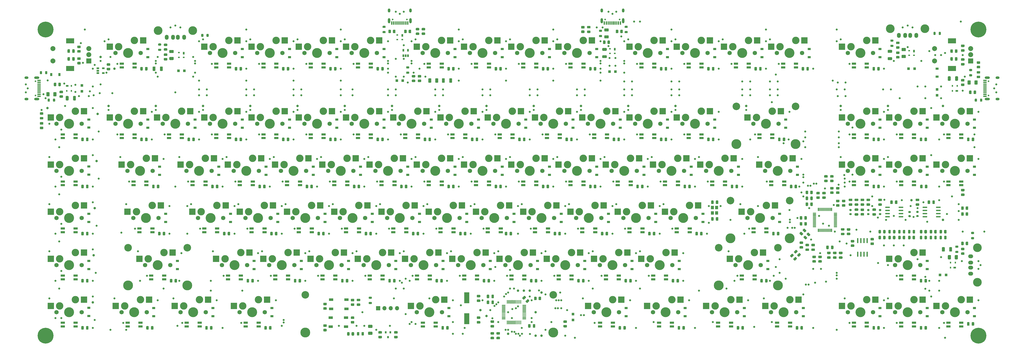
<source format=gbs>
%TF.GenerationSoftware,KiCad,Pcbnew,(5.1.10)-1*%
%TF.CreationDate,2021-11-04T23:24:47-04:00*%
%TF.ProjectId,custom_keyboard (f103_ fe2.1),63757374-6f6d-45f6-9b65-79626f617264,rev?*%
%TF.SameCoordinates,Original*%
%TF.FileFunction,Soldermask,Bot*%
%TF.FilePolarity,Negative*%
%FSLAX46Y46*%
G04 Gerber Fmt 4.6, Leading zero omitted, Abs format (unit mm)*
G04 Created by KiCad (PCBNEW (5.1.10)-1) date 2021-11-04 23:24:47*
%MOMM*%
%LPD*%
G01*
G04 APERTURE LIST*
%ADD10R,1.800000X0.900000*%
%ADD11R,2.550000X2.500000*%
%ADD12C,3.000000*%
%ADD13C,1.750000*%
%ADD14C,4.000000*%
%ADD15C,3.048000*%
%ADD16C,3.987800*%
%ADD17O,0.270000X1.500000*%
%ADD18O,1.500000X0.270000*%
%ADD19R,0.650000X1.060000*%
%ADD20R,1.800000X1.100000*%
%ADD21R,1.000000X1.000000*%
%ADD22C,1.000000*%
%ADD23O,1.700000X1.700000*%
%ADD24R,1.700000X1.700000*%
%ADD25R,2.000000X4.500000*%
%ADD26R,1.200000X0.900000*%
%ADD27O,0.588000X2.045000*%
%ADD28R,0.700000X1.000000*%
%ADD29R,0.700000X0.600000*%
%ADD30R,1.000000X0.700000*%
%ADD31R,0.600000X0.700000*%
%ADD32R,0.800000X0.900000*%
%ADD33R,1.060000X0.650000*%
%ADD34O,1.950000X0.568000*%
%ADD35R,1.450000X0.600000*%
%ADD36R,1.450000X0.300000*%
%ADD37C,0.650000*%
%ADD38O,2.100000X1.000000*%
%ADD39O,1.600000X1.000000*%
%ADD40C,3.500000*%
%ADD41O,1.500000X2.000000*%
%ADD42R,1.200000X1.400000*%
%ADD43R,0.600000X1.450000*%
%ADD44R,0.300000X1.450000*%
%ADD45O,1.000000X2.100000*%
%ADD46O,1.000000X1.600000*%
%ADD47O,2.000000X1.500000*%
%ADD48R,0.900000X1.200000*%
%ADD49R,2.000000X2.000000*%
%ADD50C,2.000000*%
%ADD51R,3.200000X2.000000*%
%ADD52C,6.400000*%
%ADD53C,0.800000*%
G04 APERTURE END LIST*
D10*
%TO.C,MX84*%
X308174500Y-278832800D03*
X308174500Y-277332800D03*
X302974500Y-278832800D03*
X302974500Y-277332800D03*
D11*
X311589500Y-267952800D03*
X298164500Y-270492800D03*
D12*
X308114500Y-267952800D03*
X301764500Y-270492800D03*
D13*
X310654500Y-273032800D03*
X300494500Y-273032800D03*
D14*
X305574500Y-273032800D03*
%TD*%
D10*
%TO.C,MX14*%
X410561800Y-174064400D03*
X410561800Y-172564400D03*
X405361800Y-174064400D03*
X405361800Y-172564400D03*
D11*
X413976800Y-163184400D03*
X400551800Y-165724400D03*
D12*
X410501800Y-163184400D03*
X404151800Y-165724400D03*
D13*
X413041800Y-168264400D03*
X402881800Y-168264400D03*
D14*
X407961800Y-168264400D03*
%TD*%
%TO.C,R27*%
G36*
G01*
X277395000Y-267026898D02*
X277395000Y-267926902D01*
G75*
G02*
X277145002Y-268176900I-249998J0D01*
G01*
X276619998Y-268176900D01*
G75*
G02*
X276370000Y-267926902I0J249998D01*
G01*
X276370000Y-267026898D01*
G75*
G02*
X276619998Y-266776900I249998J0D01*
G01*
X277145002Y-266776900D01*
G75*
G02*
X277395000Y-267026898I0J-249998D01*
G01*
G37*
G36*
G01*
X279220000Y-267026898D02*
X279220000Y-267926902D01*
G75*
G02*
X278970002Y-268176900I-249998J0D01*
G01*
X278444998Y-268176900D01*
G75*
G02*
X278195000Y-267926902I0J249998D01*
G01*
X278195000Y-267026898D01*
G75*
G02*
X278444998Y-266776900I249998J0D01*
G01*
X278970002Y-266776900D01*
G75*
G02*
X279220000Y-267026898I0J-249998D01*
G01*
G37*
%TD*%
%TO.C,R65*%
G36*
G01*
X229722998Y-178982500D02*
X230623002Y-178982500D01*
G75*
G02*
X230873000Y-179232498I0J-249998D01*
G01*
X230873000Y-179757502D01*
G75*
G02*
X230623002Y-180007500I-249998J0D01*
G01*
X229722998Y-180007500D01*
G75*
G02*
X229473000Y-179757502I0J249998D01*
G01*
X229473000Y-179232498D01*
G75*
G02*
X229722998Y-178982500I249998J0D01*
G01*
G37*
G36*
G01*
X229722998Y-177157500D02*
X230623002Y-177157500D01*
G75*
G02*
X230873000Y-177407498I0J-249998D01*
G01*
X230873000Y-177932502D01*
G75*
G02*
X230623002Y-178182500I-249998J0D01*
G01*
X229722998Y-178182500D01*
G75*
G02*
X229473000Y-177932502I0J249998D01*
G01*
X229473000Y-177407498D01*
G75*
G02*
X229722998Y-177157500I249998J0D01*
G01*
G37*
%TD*%
%TO.C,D12*%
G36*
G01*
X228248150Y-178132500D02*
X227335650Y-178132500D01*
G75*
G02*
X227091900Y-177888750I0J243750D01*
G01*
X227091900Y-177401250D01*
G75*
G02*
X227335650Y-177157500I243750J0D01*
G01*
X228248150Y-177157500D01*
G75*
G02*
X228491900Y-177401250I0J-243750D01*
G01*
X228491900Y-177888750D01*
G75*
G02*
X228248150Y-178132500I-243750J0D01*
G01*
G37*
G36*
G01*
X228248150Y-180007500D02*
X227335650Y-180007500D01*
G75*
G02*
X227091900Y-179763750I0J243750D01*
G01*
X227091900Y-179276250D01*
G75*
G02*
X227335650Y-179032500I243750J0D01*
G01*
X228248150Y-179032500D01*
G75*
G02*
X228491900Y-179276250I0J-243750D01*
G01*
X228491900Y-179763750D01*
G75*
G02*
X228248150Y-180007500I-243750J0D01*
G01*
G37*
%TD*%
%TO.C,R64*%
G36*
G01*
X202793500Y-282258502D02*
X202793500Y-281358498D01*
G75*
G02*
X203043498Y-281108500I249998J0D01*
G01*
X203568502Y-281108500D01*
G75*
G02*
X203818500Y-281358498I0J-249998D01*
G01*
X203818500Y-282258502D01*
G75*
G02*
X203568502Y-282508500I-249998J0D01*
G01*
X203043498Y-282508500D01*
G75*
G02*
X202793500Y-282258502I0J249998D01*
G01*
G37*
G36*
G01*
X200968500Y-282258502D02*
X200968500Y-281358498D01*
G75*
G02*
X201218498Y-281108500I249998J0D01*
G01*
X201743502Y-281108500D01*
G75*
G02*
X201993500Y-281358498I0J-249998D01*
G01*
X201993500Y-282258502D01*
G75*
G02*
X201743502Y-282508500I-249998J0D01*
G01*
X201218498Y-282508500D01*
G75*
G02*
X200968500Y-282258502I0J249998D01*
G01*
G37*
%TD*%
%TO.C,D11*%
G36*
G01*
X206812000Y-282219750D02*
X206812000Y-281307250D01*
G75*
G02*
X207055750Y-281063500I243750J0D01*
G01*
X207543250Y-281063500D01*
G75*
G02*
X207787000Y-281307250I0J-243750D01*
G01*
X207787000Y-282219750D01*
G75*
G02*
X207543250Y-282463500I-243750J0D01*
G01*
X207055750Y-282463500D01*
G75*
G02*
X206812000Y-282219750I0J243750D01*
G01*
G37*
G36*
G01*
X204937000Y-282219750D02*
X204937000Y-281307250D01*
G75*
G02*
X205180750Y-281063500I243750J0D01*
G01*
X205668250Y-281063500D01*
G75*
G02*
X205912000Y-281307250I0J-243750D01*
G01*
X205912000Y-282219750D01*
G75*
G02*
X205668250Y-282463500I-243750J0D01*
G01*
X205180750Y-282463500D01*
G75*
G02*
X204937000Y-282219750I0J243750D01*
G01*
G37*
%TD*%
D15*
%TO.C,MX64*%
X379421100Y-227950200D03*
X355545100Y-227950200D03*
D16*
X379421100Y-243190200D03*
X355545100Y-243190200D03*
D10*
X370083100Y-240735200D03*
X370083100Y-239235200D03*
X364883100Y-240735200D03*
X364883100Y-239235200D03*
D11*
X373498100Y-229855200D03*
X360073100Y-232395200D03*
D12*
X370023100Y-229855200D03*
X363673100Y-232395200D03*
D13*
X372563100Y-234935200D03*
X362403100Y-234935200D03*
D14*
X367483100Y-234935200D03*
%TD*%
D17*
%TO.C,FE2.1*%
X396425200Y-239978900D03*
X395925200Y-239978900D03*
X395425200Y-239978900D03*
X394925200Y-239978900D03*
X394425200Y-239978900D03*
X393925200Y-239978900D03*
X393425200Y-239978900D03*
X392925200Y-239978900D03*
X392425200Y-239978900D03*
X391925200Y-239978900D03*
X391425200Y-239978900D03*
X390925200Y-239978900D03*
D18*
X389425200Y-238478900D03*
X389425200Y-237978900D03*
X389425200Y-237478900D03*
X389425200Y-236978900D03*
X389425200Y-236478900D03*
X389425200Y-235978900D03*
X389425200Y-235478900D03*
X389425200Y-234978900D03*
X389425200Y-234478900D03*
X389425200Y-233978900D03*
X389425200Y-233478900D03*
X389425200Y-232978900D03*
D17*
X390925200Y-231478900D03*
X391425200Y-231478900D03*
X391925200Y-231478900D03*
X392425200Y-231478900D03*
X392925200Y-231478900D03*
X393425200Y-231478900D03*
X393925200Y-231478900D03*
X394425200Y-231478900D03*
X394925200Y-231478900D03*
X395425200Y-231478900D03*
X395925200Y-231478900D03*
X396425200Y-231478900D03*
D18*
X397925200Y-232978900D03*
X397925200Y-233478900D03*
X397925200Y-233978900D03*
X397925200Y-234478900D03*
X397925200Y-234978900D03*
X397925200Y-235478900D03*
X397925200Y-235978900D03*
X397925200Y-236478900D03*
X397925200Y-236978900D03*
X397925200Y-237478900D03*
X397925200Y-237978900D03*
X397925200Y-238478900D03*
%TD*%
%TO.C,R24*%
G36*
G01*
X191625398Y-271051700D02*
X192525402Y-271051700D01*
G75*
G02*
X192775400Y-271301698I0J-249998D01*
G01*
X192775400Y-271826702D01*
G75*
G02*
X192525402Y-272076700I-249998J0D01*
G01*
X191625398Y-272076700D01*
G75*
G02*
X191375400Y-271826702I0J249998D01*
G01*
X191375400Y-271301698D01*
G75*
G02*
X191625398Y-271051700I249998J0D01*
G01*
G37*
G36*
G01*
X191625398Y-269226700D02*
X192525402Y-269226700D01*
G75*
G02*
X192775400Y-269476698I0J-249998D01*
G01*
X192775400Y-270001702D01*
G75*
G02*
X192525402Y-270251700I-249998J0D01*
G01*
X191625398Y-270251700D01*
G75*
G02*
X191375400Y-270001702I0J249998D01*
G01*
X191375400Y-269476698D01*
G75*
G02*
X191625398Y-269226700I249998J0D01*
G01*
G37*
%TD*%
%TO.C,R25*%
G36*
G01*
X202737198Y-276607600D02*
X203637202Y-276607600D01*
G75*
G02*
X203887200Y-276857598I0J-249998D01*
G01*
X203887200Y-277382602D01*
G75*
G02*
X203637202Y-277632600I-249998J0D01*
G01*
X202737198Y-277632600D01*
G75*
G02*
X202487200Y-277382602I0J249998D01*
G01*
X202487200Y-276857598D01*
G75*
G02*
X202737198Y-276607600I249998J0D01*
G01*
G37*
G36*
G01*
X202737198Y-274782600D02*
X203637202Y-274782600D01*
G75*
G02*
X203887200Y-275032598I0J-249998D01*
G01*
X203887200Y-275557602D01*
G75*
G02*
X203637202Y-275807600I-249998J0D01*
G01*
X202737198Y-275807600D01*
G75*
G02*
X202487200Y-275557602I0J249998D01*
G01*
X202487200Y-275032598D01*
G75*
G02*
X202737198Y-274782600I249998J0D01*
G01*
G37*
%TD*%
%TO.C,R19*%
G36*
G01*
X192525402Y-278982400D02*
X191625398Y-278982400D01*
G75*
G02*
X191375400Y-278732402I0J249998D01*
G01*
X191375400Y-278207398D01*
G75*
G02*
X191625398Y-277957400I249998J0D01*
G01*
X192525402Y-277957400D01*
G75*
G02*
X192775400Y-278207398I0J-249998D01*
G01*
X192775400Y-278732402D01*
G75*
G02*
X192525402Y-278982400I-249998J0D01*
G01*
G37*
G36*
G01*
X192525402Y-280807400D02*
X191625398Y-280807400D01*
G75*
G02*
X191375400Y-280557402I0J249998D01*
G01*
X191375400Y-280032398D01*
G75*
G02*
X191625398Y-279782400I249998J0D01*
G01*
X192525402Y-279782400D01*
G75*
G02*
X192775400Y-280032398I0J-249998D01*
G01*
X192775400Y-280557402D01*
G75*
G02*
X192525402Y-280807400I-249998J0D01*
G01*
G37*
%TD*%
%TO.C,R56*%
G36*
G01*
X453602700Y-184588402D02*
X453602700Y-183688398D01*
G75*
G02*
X453852698Y-183438400I249998J0D01*
G01*
X454377702Y-183438400D01*
G75*
G02*
X454627700Y-183688398I0J-249998D01*
G01*
X454627700Y-184588402D01*
G75*
G02*
X454377702Y-184838400I-249998J0D01*
G01*
X453852698Y-184838400D01*
G75*
G02*
X453602700Y-184588402I0J249998D01*
G01*
G37*
G36*
G01*
X451777700Y-184588402D02*
X451777700Y-183688398D01*
G75*
G02*
X452027698Y-183438400I249998J0D01*
G01*
X452552702Y-183438400D01*
G75*
G02*
X452802700Y-183688398I0J-249998D01*
G01*
X452802700Y-184588402D01*
G75*
G02*
X452552702Y-184838400I-249998J0D01*
G01*
X452027698Y-184838400D01*
G75*
G02*
X451777700Y-184588402I0J249998D01*
G01*
G37*
%TD*%
%TO.C,R50*%
G36*
G01*
X448784198Y-180569900D02*
X449684202Y-180569900D01*
G75*
G02*
X449934200Y-180819898I0J-249998D01*
G01*
X449934200Y-181344902D01*
G75*
G02*
X449684202Y-181594900I-249998J0D01*
G01*
X448784198Y-181594900D01*
G75*
G02*
X448534200Y-181344902I0J249998D01*
G01*
X448534200Y-180819898D01*
G75*
G02*
X448784198Y-180569900I249998J0D01*
G01*
G37*
G36*
G01*
X448784198Y-178744900D02*
X449684202Y-178744900D01*
G75*
G02*
X449934200Y-178994898I0J-249998D01*
G01*
X449934200Y-179519902D01*
G75*
G02*
X449684202Y-179769900I-249998J0D01*
G01*
X448784198Y-179769900D01*
G75*
G02*
X448534200Y-179519902I0J249998D01*
G01*
X448534200Y-178994898D01*
G75*
G02*
X448784198Y-178744900I249998J0D01*
G01*
G37*
%TD*%
%TO.C,R14*%
G36*
G01*
X83732200Y-180513598D02*
X83732200Y-181413602D01*
G75*
G02*
X83482202Y-181663600I-249998J0D01*
G01*
X82957198Y-181663600D01*
G75*
G02*
X82707200Y-181413602I0J249998D01*
G01*
X82707200Y-180513598D01*
G75*
G02*
X82957198Y-180263600I249998J0D01*
G01*
X83482202Y-180263600D01*
G75*
G02*
X83732200Y-180513598I0J-249998D01*
G01*
G37*
G36*
G01*
X85557200Y-180513598D02*
X85557200Y-181413602D01*
G75*
G02*
X85307202Y-181663600I-249998J0D01*
G01*
X84782198Y-181663600D01*
G75*
G02*
X84532200Y-181413602I0J249998D01*
G01*
X84532200Y-180513598D01*
G75*
G02*
X84782198Y-180263600I249998J0D01*
G01*
X85307202Y-180263600D01*
G75*
G02*
X85557200Y-180513598I0J-249998D01*
G01*
G37*
%TD*%
%TO.C,R7*%
G36*
G01*
X86169602Y-184532100D02*
X85269598Y-184532100D01*
G75*
G02*
X85019600Y-184282102I0J249998D01*
G01*
X85019600Y-183757098D01*
G75*
G02*
X85269598Y-183507100I249998J0D01*
G01*
X86169602Y-183507100D01*
G75*
G02*
X86419600Y-183757098I0J-249998D01*
G01*
X86419600Y-184282102D01*
G75*
G02*
X86169602Y-184532100I-249998J0D01*
G01*
G37*
G36*
G01*
X86169602Y-186357100D02*
X85269598Y-186357100D01*
G75*
G02*
X85019600Y-186107102I0J249998D01*
G01*
X85019600Y-185582098D01*
G75*
G02*
X85269598Y-185332100I249998J0D01*
G01*
X86169602Y-185332100D01*
G75*
G02*
X86419600Y-185582098I0J-249998D01*
G01*
X86419600Y-186107102D01*
G75*
G02*
X86169602Y-186357100I-249998J0D01*
G01*
G37*
%TD*%
%TO.C,R22*%
G36*
G01*
X203637202Y-268664300D02*
X202737198Y-268664300D01*
G75*
G02*
X202487200Y-268414302I0J249998D01*
G01*
X202487200Y-267889298D01*
G75*
G02*
X202737198Y-267639300I249998J0D01*
G01*
X203637202Y-267639300D01*
G75*
G02*
X203887200Y-267889298I0J-249998D01*
G01*
X203887200Y-268414302D01*
G75*
G02*
X203637202Y-268664300I-249998J0D01*
G01*
G37*
G36*
G01*
X203637202Y-270489300D02*
X202737198Y-270489300D01*
G75*
G02*
X202487200Y-270239302I0J249998D01*
G01*
X202487200Y-269714298D01*
G75*
G02*
X202737198Y-269464300I249998J0D01*
G01*
X203637202Y-269464300D01*
G75*
G02*
X203887200Y-269714298I0J-249998D01*
G01*
X203887200Y-270239302D01*
G75*
G02*
X203637202Y-270489300I-249998J0D01*
G01*
G37*
%TD*%
D19*
%TO.C,U1*%
X225567100Y-167164400D03*
X223667100Y-167164400D03*
X223667100Y-169364400D03*
X224617100Y-169364400D03*
X225567100Y-169364400D03*
%TD*%
D20*
%TO.C,SW2*%
X200562400Y-278933500D03*
X194362400Y-275233500D03*
X200562400Y-275233500D03*
X194362400Y-278933500D03*
%TD*%
%TO.C,F1*%
G36*
G01*
X236503900Y-180001200D02*
X236503900Y-178751200D01*
G75*
G02*
X236753900Y-178501200I250000J0D01*
G01*
X237503900Y-178501200D01*
G75*
G02*
X237753900Y-178751200I0J-250000D01*
G01*
X237753900Y-180001200D01*
G75*
G02*
X237503900Y-180251200I-250000J0D01*
G01*
X236753900Y-180251200D01*
G75*
G02*
X236503900Y-180001200I0J250000D01*
G01*
G37*
G36*
G01*
X233703900Y-180001200D02*
X233703900Y-178751200D01*
G75*
G02*
X233953900Y-178501200I250000J0D01*
G01*
X234703900Y-178501200D01*
G75*
G02*
X234953900Y-178751200I0J-250000D01*
G01*
X234953900Y-180001200D01*
G75*
G02*
X234703900Y-180251200I-250000J0D01*
G01*
X233953900Y-180251200D01*
G75*
G02*
X233703900Y-180001200I0J250000D01*
G01*
G37*
%TD*%
%TO.C,R36*%
G36*
G01*
X310333550Y-159083698D02*
X310333550Y-159983702D01*
G75*
G02*
X310083552Y-160233700I-249998J0D01*
G01*
X309558548Y-160233700D01*
G75*
G02*
X309308550Y-159983702I0J249998D01*
G01*
X309308550Y-159083698D01*
G75*
G02*
X309558548Y-158833700I249998J0D01*
G01*
X310083552Y-158833700D01*
G75*
G02*
X310333550Y-159083698I0J-249998D01*
G01*
G37*
G36*
G01*
X312158550Y-159083698D02*
X312158550Y-159983702D01*
G75*
G02*
X311908552Y-160233700I-249998J0D01*
G01*
X311383548Y-160233700D01*
G75*
G02*
X311133550Y-159983702I0J249998D01*
G01*
X311133550Y-159083698D01*
G75*
G02*
X311383548Y-158833700I249998J0D01*
G01*
X311908552Y-158833700D01*
G75*
G02*
X312158550Y-159083698I0J-249998D01*
G01*
G37*
%TD*%
%TO.C,R33*%
G36*
G01*
X305974500Y-164349052D02*
X305974500Y-163449048D01*
G75*
G02*
X306224498Y-163199050I249998J0D01*
G01*
X306749502Y-163199050D01*
G75*
G02*
X306999500Y-163449048I0J-249998D01*
G01*
X306999500Y-164349052D01*
G75*
G02*
X306749502Y-164599050I-249998J0D01*
G01*
X306224498Y-164599050D01*
G75*
G02*
X305974500Y-164349052I0J249998D01*
G01*
G37*
G36*
G01*
X304149500Y-164349052D02*
X304149500Y-163449048D01*
G75*
G02*
X304399498Y-163199050I249998J0D01*
G01*
X304924502Y-163199050D01*
G75*
G02*
X305174500Y-163449048I0J-249998D01*
G01*
X305174500Y-164349052D01*
G75*
G02*
X304924502Y-164599050I-249998J0D01*
G01*
X304399498Y-164599050D01*
G75*
G02*
X304149500Y-164349052I0J249998D01*
G01*
G37*
%TD*%
D21*
%TO.C,D+6*%
X429788550Y-174614000D03*
%TD*%
D15*
%TO.C,MX83*%
X284135050Y-266073200D03*
D16*
X284135050Y-281313200D03*
D15*
X184135250Y-266073200D03*
D16*
X184135250Y-281313200D03*
D10*
X236741500Y-278832800D03*
X236741500Y-277332800D03*
X231541500Y-278832800D03*
X231541500Y-277332800D03*
D11*
X240156500Y-267952800D03*
X226731500Y-270492800D03*
D12*
X236681500Y-267952800D03*
X230331500Y-270492800D03*
D13*
X239221500Y-273032800D03*
X229061500Y-273032800D03*
D14*
X234141500Y-273032800D03*
%TD*%
D21*
%TO.C,KD-1*%
X292081600Y-276207600D03*
%TD*%
%TO.C,KD+1*%
X292081600Y-273826500D03*
%TD*%
%TO.C,D+7*%
X438916100Y-185328950D03*
%TD*%
%TO.C,D-7*%
X438916100Y-182947850D03*
%TD*%
%TO.C,D-6*%
X427407450Y-174614000D03*
%TD*%
%TO.C,D+5*%
X309146150Y-175804550D03*
%TD*%
%TO.C,D-5*%
X306765050Y-175804550D03*
%TD*%
%TO.C,D-4*%
X440106650Y-257952500D03*
%TD*%
%TO.C,D+4*%
X442487750Y-257952500D03*
%TD*%
%TO.C,D+2*%
X94053450Y-181360450D03*
%TD*%
%TO.C,D-2*%
X94053450Y-183741550D03*
%TD*%
%TO.C,D-3*%
X132944750Y-175407700D03*
%TD*%
%TO.C,D+3*%
X135325850Y-175407700D03*
%TD*%
%TO.C,D+1*%
X223426550Y-179376200D03*
%TD*%
%TO.C,D-1*%
X221045450Y-179376200D03*
%TD*%
D22*
%TO.C,BOOT1*%
X279382400Y-265095800D03*
%TD*%
%TO.C,BOOT0*%
X265889500Y-281763500D03*
%TD*%
D23*
%TO.C,J1*%
X221125300Y-271445400D03*
X218585300Y-271445400D03*
X216045300Y-271445400D03*
D24*
X213505300Y-271445400D03*
%TD*%
%TO.C,C13*%
G36*
G01*
X205093300Y-269514300D02*
X206043300Y-269514300D01*
G75*
G02*
X206293300Y-269764300I0J-250000D01*
G01*
X206293300Y-270264300D01*
G75*
G02*
X206043300Y-270514300I-250000J0D01*
G01*
X205093300Y-270514300D01*
G75*
G02*
X204843300Y-270264300I0J250000D01*
G01*
X204843300Y-269764300D01*
G75*
G02*
X205093300Y-269514300I250000J0D01*
G01*
G37*
G36*
G01*
X205093300Y-267614300D02*
X206043300Y-267614300D01*
G75*
G02*
X206293300Y-267864300I0J-250000D01*
G01*
X206293300Y-268364300D01*
G75*
G02*
X206043300Y-268614300I-250000J0D01*
G01*
X205093300Y-268614300D01*
G75*
G02*
X204843300Y-268364300I0J250000D01*
G01*
X204843300Y-267864300D01*
G75*
G02*
X205093300Y-267614300I250000J0D01*
G01*
G37*
%TD*%
D22*
%TO.C,X2*%
X254777700Y-272239100D03*
%TD*%
%TO.C,X1*%
X257158800Y-274620200D03*
%TD*%
%TO.C,C18*%
G36*
G01*
X259064900Y-278245000D02*
X260014900Y-278245000D01*
G75*
G02*
X260264900Y-278495000I0J-250000D01*
G01*
X260264900Y-278995000D01*
G75*
G02*
X260014900Y-279245000I-250000J0D01*
G01*
X259064900Y-279245000D01*
G75*
G02*
X258814900Y-278995000I0J250000D01*
G01*
X258814900Y-278495000D01*
G75*
G02*
X259064900Y-278245000I250000J0D01*
G01*
G37*
G36*
G01*
X259064900Y-276345000D02*
X260014900Y-276345000D01*
G75*
G02*
X260264900Y-276595000I0J-250000D01*
G01*
X260264900Y-277095000D01*
G75*
G02*
X260014900Y-277345000I-250000J0D01*
G01*
X259064900Y-277345000D01*
G75*
G02*
X258814900Y-277095000I0J250000D01*
G01*
X258814900Y-276595000D01*
G75*
G02*
X259064900Y-276345000I250000J0D01*
G01*
G37*
%TD*%
D25*
%TO.C,Y2*%
X249221800Y-267195400D03*
X249221800Y-275695400D03*
%TD*%
%TO.C,STM32*%
G36*
G01*
X265370600Y-277857800D02*
X265370600Y-276532800D01*
G75*
G02*
X265445600Y-276457800I75000J0D01*
G01*
X265595600Y-276457800D01*
G75*
G02*
X265670600Y-276532800I0J-75000D01*
G01*
X265670600Y-277857800D01*
G75*
G02*
X265595600Y-277932800I-75000J0D01*
G01*
X265445600Y-277932800D01*
G75*
G02*
X265370600Y-277857800I0J75000D01*
G01*
G37*
G36*
G01*
X265870600Y-277857800D02*
X265870600Y-276532800D01*
G75*
G02*
X265945600Y-276457800I75000J0D01*
G01*
X266095600Y-276457800D01*
G75*
G02*
X266170600Y-276532800I0J-75000D01*
G01*
X266170600Y-277857800D01*
G75*
G02*
X266095600Y-277932800I-75000J0D01*
G01*
X265945600Y-277932800D01*
G75*
G02*
X265870600Y-277857800I0J75000D01*
G01*
G37*
G36*
G01*
X266370600Y-277857800D02*
X266370600Y-276532800D01*
G75*
G02*
X266445600Y-276457800I75000J0D01*
G01*
X266595600Y-276457800D01*
G75*
G02*
X266670600Y-276532800I0J-75000D01*
G01*
X266670600Y-277857800D01*
G75*
G02*
X266595600Y-277932800I-75000J0D01*
G01*
X266445600Y-277932800D01*
G75*
G02*
X266370600Y-277857800I0J75000D01*
G01*
G37*
G36*
G01*
X266870600Y-277857800D02*
X266870600Y-276532800D01*
G75*
G02*
X266945600Y-276457800I75000J0D01*
G01*
X267095600Y-276457800D01*
G75*
G02*
X267170600Y-276532800I0J-75000D01*
G01*
X267170600Y-277857800D01*
G75*
G02*
X267095600Y-277932800I-75000J0D01*
G01*
X266945600Y-277932800D01*
G75*
G02*
X266870600Y-277857800I0J75000D01*
G01*
G37*
G36*
G01*
X267370600Y-277857800D02*
X267370600Y-276532800D01*
G75*
G02*
X267445600Y-276457800I75000J0D01*
G01*
X267595600Y-276457800D01*
G75*
G02*
X267670600Y-276532800I0J-75000D01*
G01*
X267670600Y-277857800D01*
G75*
G02*
X267595600Y-277932800I-75000J0D01*
G01*
X267445600Y-277932800D01*
G75*
G02*
X267370600Y-277857800I0J75000D01*
G01*
G37*
G36*
G01*
X267870600Y-277857800D02*
X267870600Y-276532800D01*
G75*
G02*
X267945600Y-276457800I75000J0D01*
G01*
X268095600Y-276457800D01*
G75*
G02*
X268170600Y-276532800I0J-75000D01*
G01*
X268170600Y-277857800D01*
G75*
G02*
X268095600Y-277932800I-75000J0D01*
G01*
X267945600Y-277932800D01*
G75*
G02*
X267870600Y-277857800I0J75000D01*
G01*
G37*
G36*
G01*
X268370600Y-277857800D02*
X268370600Y-276532800D01*
G75*
G02*
X268445600Y-276457800I75000J0D01*
G01*
X268595600Y-276457800D01*
G75*
G02*
X268670600Y-276532800I0J-75000D01*
G01*
X268670600Y-277857800D01*
G75*
G02*
X268595600Y-277932800I-75000J0D01*
G01*
X268445600Y-277932800D01*
G75*
G02*
X268370600Y-277857800I0J75000D01*
G01*
G37*
G36*
G01*
X268870600Y-277857800D02*
X268870600Y-276532800D01*
G75*
G02*
X268945600Y-276457800I75000J0D01*
G01*
X269095600Y-276457800D01*
G75*
G02*
X269170600Y-276532800I0J-75000D01*
G01*
X269170600Y-277857800D01*
G75*
G02*
X269095600Y-277932800I-75000J0D01*
G01*
X268945600Y-277932800D01*
G75*
G02*
X268870600Y-277857800I0J75000D01*
G01*
G37*
G36*
G01*
X269370600Y-277857800D02*
X269370600Y-276532800D01*
G75*
G02*
X269445600Y-276457800I75000J0D01*
G01*
X269595600Y-276457800D01*
G75*
G02*
X269670600Y-276532800I0J-75000D01*
G01*
X269670600Y-277857800D01*
G75*
G02*
X269595600Y-277932800I-75000J0D01*
G01*
X269445600Y-277932800D01*
G75*
G02*
X269370600Y-277857800I0J75000D01*
G01*
G37*
G36*
G01*
X269870600Y-277857800D02*
X269870600Y-276532800D01*
G75*
G02*
X269945600Y-276457800I75000J0D01*
G01*
X270095600Y-276457800D01*
G75*
G02*
X270170600Y-276532800I0J-75000D01*
G01*
X270170600Y-277857800D01*
G75*
G02*
X270095600Y-277932800I-75000J0D01*
G01*
X269945600Y-277932800D01*
G75*
G02*
X269870600Y-277857800I0J75000D01*
G01*
G37*
G36*
G01*
X270370600Y-277857800D02*
X270370600Y-276532800D01*
G75*
G02*
X270445600Y-276457800I75000J0D01*
G01*
X270595600Y-276457800D01*
G75*
G02*
X270670600Y-276532800I0J-75000D01*
G01*
X270670600Y-277857800D01*
G75*
G02*
X270595600Y-277932800I-75000J0D01*
G01*
X270445600Y-277932800D01*
G75*
G02*
X270370600Y-277857800I0J75000D01*
G01*
G37*
G36*
G01*
X270870600Y-277857800D02*
X270870600Y-276532800D01*
G75*
G02*
X270945600Y-276457800I75000J0D01*
G01*
X271095600Y-276457800D01*
G75*
G02*
X271170600Y-276532800I0J-75000D01*
G01*
X271170600Y-277857800D01*
G75*
G02*
X271095600Y-277932800I-75000J0D01*
G01*
X270945600Y-277932800D01*
G75*
G02*
X270870600Y-277857800I0J75000D01*
G01*
G37*
G36*
G01*
X271695600Y-275857800D02*
X271695600Y-275707800D01*
G75*
G02*
X271770600Y-275632800I75000J0D01*
G01*
X273095600Y-275632800D01*
G75*
G02*
X273170600Y-275707800I0J-75000D01*
G01*
X273170600Y-275857800D01*
G75*
G02*
X273095600Y-275932800I-75000J0D01*
G01*
X271770600Y-275932800D01*
G75*
G02*
X271695600Y-275857800I0J75000D01*
G01*
G37*
G36*
G01*
X271695600Y-275357800D02*
X271695600Y-275207800D01*
G75*
G02*
X271770600Y-275132800I75000J0D01*
G01*
X273095600Y-275132800D01*
G75*
G02*
X273170600Y-275207800I0J-75000D01*
G01*
X273170600Y-275357800D01*
G75*
G02*
X273095600Y-275432800I-75000J0D01*
G01*
X271770600Y-275432800D01*
G75*
G02*
X271695600Y-275357800I0J75000D01*
G01*
G37*
G36*
G01*
X271695600Y-274857800D02*
X271695600Y-274707800D01*
G75*
G02*
X271770600Y-274632800I75000J0D01*
G01*
X273095600Y-274632800D01*
G75*
G02*
X273170600Y-274707800I0J-75000D01*
G01*
X273170600Y-274857800D01*
G75*
G02*
X273095600Y-274932800I-75000J0D01*
G01*
X271770600Y-274932800D01*
G75*
G02*
X271695600Y-274857800I0J75000D01*
G01*
G37*
G36*
G01*
X271695600Y-274357800D02*
X271695600Y-274207800D01*
G75*
G02*
X271770600Y-274132800I75000J0D01*
G01*
X273095600Y-274132800D01*
G75*
G02*
X273170600Y-274207800I0J-75000D01*
G01*
X273170600Y-274357800D01*
G75*
G02*
X273095600Y-274432800I-75000J0D01*
G01*
X271770600Y-274432800D01*
G75*
G02*
X271695600Y-274357800I0J75000D01*
G01*
G37*
G36*
G01*
X271695600Y-273857800D02*
X271695600Y-273707800D01*
G75*
G02*
X271770600Y-273632800I75000J0D01*
G01*
X273095600Y-273632800D01*
G75*
G02*
X273170600Y-273707800I0J-75000D01*
G01*
X273170600Y-273857800D01*
G75*
G02*
X273095600Y-273932800I-75000J0D01*
G01*
X271770600Y-273932800D01*
G75*
G02*
X271695600Y-273857800I0J75000D01*
G01*
G37*
G36*
G01*
X271695600Y-273357800D02*
X271695600Y-273207800D01*
G75*
G02*
X271770600Y-273132800I75000J0D01*
G01*
X273095600Y-273132800D01*
G75*
G02*
X273170600Y-273207800I0J-75000D01*
G01*
X273170600Y-273357800D01*
G75*
G02*
X273095600Y-273432800I-75000J0D01*
G01*
X271770600Y-273432800D01*
G75*
G02*
X271695600Y-273357800I0J75000D01*
G01*
G37*
G36*
G01*
X271695600Y-272857800D02*
X271695600Y-272707800D01*
G75*
G02*
X271770600Y-272632800I75000J0D01*
G01*
X273095600Y-272632800D01*
G75*
G02*
X273170600Y-272707800I0J-75000D01*
G01*
X273170600Y-272857800D01*
G75*
G02*
X273095600Y-272932800I-75000J0D01*
G01*
X271770600Y-272932800D01*
G75*
G02*
X271695600Y-272857800I0J75000D01*
G01*
G37*
G36*
G01*
X271695600Y-272357800D02*
X271695600Y-272207800D01*
G75*
G02*
X271770600Y-272132800I75000J0D01*
G01*
X273095600Y-272132800D01*
G75*
G02*
X273170600Y-272207800I0J-75000D01*
G01*
X273170600Y-272357800D01*
G75*
G02*
X273095600Y-272432800I-75000J0D01*
G01*
X271770600Y-272432800D01*
G75*
G02*
X271695600Y-272357800I0J75000D01*
G01*
G37*
G36*
G01*
X271695600Y-271857800D02*
X271695600Y-271707800D01*
G75*
G02*
X271770600Y-271632800I75000J0D01*
G01*
X273095600Y-271632800D01*
G75*
G02*
X273170600Y-271707800I0J-75000D01*
G01*
X273170600Y-271857800D01*
G75*
G02*
X273095600Y-271932800I-75000J0D01*
G01*
X271770600Y-271932800D01*
G75*
G02*
X271695600Y-271857800I0J75000D01*
G01*
G37*
G36*
G01*
X271695600Y-271357800D02*
X271695600Y-271207800D01*
G75*
G02*
X271770600Y-271132800I75000J0D01*
G01*
X273095600Y-271132800D01*
G75*
G02*
X273170600Y-271207800I0J-75000D01*
G01*
X273170600Y-271357800D01*
G75*
G02*
X273095600Y-271432800I-75000J0D01*
G01*
X271770600Y-271432800D01*
G75*
G02*
X271695600Y-271357800I0J75000D01*
G01*
G37*
G36*
G01*
X271695600Y-270857800D02*
X271695600Y-270707800D01*
G75*
G02*
X271770600Y-270632800I75000J0D01*
G01*
X273095600Y-270632800D01*
G75*
G02*
X273170600Y-270707800I0J-75000D01*
G01*
X273170600Y-270857800D01*
G75*
G02*
X273095600Y-270932800I-75000J0D01*
G01*
X271770600Y-270932800D01*
G75*
G02*
X271695600Y-270857800I0J75000D01*
G01*
G37*
G36*
G01*
X271695600Y-270357800D02*
X271695600Y-270207800D01*
G75*
G02*
X271770600Y-270132800I75000J0D01*
G01*
X273095600Y-270132800D01*
G75*
G02*
X273170600Y-270207800I0J-75000D01*
G01*
X273170600Y-270357800D01*
G75*
G02*
X273095600Y-270432800I-75000J0D01*
G01*
X271770600Y-270432800D01*
G75*
G02*
X271695600Y-270357800I0J75000D01*
G01*
G37*
G36*
G01*
X270870600Y-269532800D02*
X270870600Y-268207800D01*
G75*
G02*
X270945600Y-268132800I75000J0D01*
G01*
X271095600Y-268132800D01*
G75*
G02*
X271170600Y-268207800I0J-75000D01*
G01*
X271170600Y-269532800D01*
G75*
G02*
X271095600Y-269607800I-75000J0D01*
G01*
X270945600Y-269607800D01*
G75*
G02*
X270870600Y-269532800I0J75000D01*
G01*
G37*
G36*
G01*
X270370600Y-269532800D02*
X270370600Y-268207800D01*
G75*
G02*
X270445600Y-268132800I75000J0D01*
G01*
X270595600Y-268132800D01*
G75*
G02*
X270670600Y-268207800I0J-75000D01*
G01*
X270670600Y-269532800D01*
G75*
G02*
X270595600Y-269607800I-75000J0D01*
G01*
X270445600Y-269607800D01*
G75*
G02*
X270370600Y-269532800I0J75000D01*
G01*
G37*
G36*
G01*
X269870600Y-269532800D02*
X269870600Y-268207800D01*
G75*
G02*
X269945600Y-268132800I75000J0D01*
G01*
X270095600Y-268132800D01*
G75*
G02*
X270170600Y-268207800I0J-75000D01*
G01*
X270170600Y-269532800D01*
G75*
G02*
X270095600Y-269607800I-75000J0D01*
G01*
X269945600Y-269607800D01*
G75*
G02*
X269870600Y-269532800I0J75000D01*
G01*
G37*
G36*
G01*
X269370600Y-269532800D02*
X269370600Y-268207800D01*
G75*
G02*
X269445600Y-268132800I75000J0D01*
G01*
X269595600Y-268132800D01*
G75*
G02*
X269670600Y-268207800I0J-75000D01*
G01*
X269670600Y-269532800D01*
G75*
G02*
X269595600Y-269607800I-75000J0D01*
G01*
X269445600Y-269607800D01*
G75*
G02*
X269370600Y-269532800I0J75000D01*
G01*
G37*
G36*
G01*
X268870600Y-269532800D02*
X268870600Y-268207800D01*
G75*
G02*
X268945600Y-268132800I75000J0D01*
G01*
X269095600Y-268132800D01*
G75*
G02*
X269170600Y-268207800I0J-75000D01*
G01*
X269170600Y-269532800D01*
G75*
G02*
X269095600Y-269607800I-75000J0D01*
G01*
X268945600Y-269607800D01*
G75*
G02*
X268870600Y-269532800I0J75000D01*
G01*
G37*
G36*
G01*
X268370600Y-269532800D02*
X268370600Y-268207800D01*
G75*
G02*
X268445600Y-268132800I75000J0D01*
G01*
X268595600Y-268132800D01*
G75*
G02*
X268670600Y-268207800I0J-75000D01*
G01*
X268670600Y-269532800D01*
G75*
G02*
X268595600Y-269607800I-75000J0D01*
G01*
X268445600Y-269607800D01*
G75*
G02*
X268370600Y-269532800I0J75000D01*
G01*
G37*
G36*
G01*
X267870600Y-269532800D02*
X267870600Y-268207800D01*
G75*
G02*
X267945600Y-268132800I75000J0D01*
G01*
X268095600Y-268132800D01*
G75*
G02*
X268170600Y-268207800I0J-75000D01*
G01*
X268170600Y-269532800D01*
G75*
G02*
X268095600Y-269607800I-75000J0D01*
G01*
X267945600Y-269607800D01*
G75*
G02*
X267870600Y-269532800I0J75000D01*
G01*
G37*
G36*
G01*
X267370600Y-269532800D02*
X267370600Y-268207800D01*
G75*
G02*
X267445600Y-268132800I75000J0D01*
G01*
X267595600Y-268132800D01*
G75*
G02*
X267670600Y-268207800I0J-75000D01*
G01*
X267670600Y-269532800D01*
G75*
G02*
X267595600Y-269607800I-75000J0D01*
G01*
X267445600Y-269607800D01*
G75*
G02*
X267370600Y-269532800I0J75000D01*
G01*
G37*
G36*
G01*
X266870600Y-269532800D02*
X266870600Y-268207800D01*
G75*
G02*
X266945600Y-268132800I75000J0D01*
G01*
X267095600Y-268132800D01*
G75*
G02*
X267170600Y-268207800I0J-75000D01*
G01*
X267170600Y-269532800D01*
G75*
G02*
X267095600Y-269607800I-75000J0D01*
G01*
X266945600Y-269607800D01*
G75*
G02*
X266870600Y-269532800I0J75000D01*
G01*
G37*
G36*
G01*
X266370600Y-269532800D02*
X266370600Y-268207800D01*
G75*
G02*
X266445600Y-268132800I75000J0D01*
G01*
X266595600Y-268132800D01*
G75*
G02*
X266670600Y-268207800I0J-75000D01*
G01*
X266670600Y-269532800D01*
G75*
G02*
X266595600Y-269607800I-75000J0D01*
G01*
X266445600Y-269607800D01*
G75*
G02*
X266370600Y-269532800I0J75000D01*
G01*
G37*
G36*
G01*
X265870600Y-269532800D02*
X265870600Y-268207800D01*
G75*
G02*
X265945600Y-268132800I75000J0D01*
G01*
X266095600Y-268132800D01*
G75*
G02*
X266170600Y-268207800I0J-75000D01*
G01*
X266170600Y-269532800D01*
G75*
G02*
X266095600Y-269607800I-75000J0D01*
G01*
X265945600Y-269607800D01*
G75*
G02*
X265870600Y-269532800I0J75000D01*
G01*
G37*
G36*
G01*
X265370600Y-269532800D02*
X265370600Y-268207800D01*
G75*
G02*
X265445600Y-268132800I75000J0D01*
G01*
X265595600Y-268132800D01*
G75*
G02*
X265670600Y-268207800I0J-75000D01*
G01*
X265670600Y-269532800D01*
G75*
G02*
X265595600Y-269607800I-75000J0D01*
G01*
X265445600Y-269607800D01*
G75*
G02*
X265370600Y-269532800I0J75000D01*
G01*
G37*
G36*
G01*
X263370600Y-270357800D02*
X263370600Y-270207800D01*
G75*
G02*
X263445600Y-270132800I75000J0D01*
G01*
X264770600Y-270132800D01*
G75*
G02*
X264845600Y-270207800I0J-75000D01*
G01*
X264845600Y-270357800D01*
G75*
G02*
X264770600Y-270432800I-75000J0D01*
G01*
X263445600Y-270432800D01*
G75*
G02*
X263370600Y-270357800I0J75000D01*
G01*
G37*
G36*
G01*
X263370600Y-270857800D02*
X263370600Y-270707800D01*
G75*
G02*
X263445600Y-270632800I75000J0D01*
G01*
X264770600Y-270632800D01*
G75*
G02*
X264845600Y-270707800I0J-75000D01*
G01*
X264845600Y-270857800D01*
G75*
G02*
X264770600Y-270932800I-75000J0D01*
G01*
X263445600Y-270932800D01*
G75*
G02*
X263370600Y-270857800I0J75000D01*
G01*
G37*
G36*
G01*
X263370600Y-271357800D02*
X263370600Y-271207800D01*
G75*
G02*
X263445600Y-271132800I75000J0D01*
G01*
X264770600Y-271132800D01*
G75*
G02*
X264845600Y-271207800I0J-75000D01*
G01*
X264845600Y-271357800D01*
G75*
G02*
X264770600Y-271432800I-75000J0D01*
G01*
X263445600Y-271432800D01*
G75*
G02*
X263370600Y-271357800I0J75000D01*
G01*
G37*
G36*
G01*
X263370600Y-271857800D02*
X263370600Y-271707800D01*
G75*
G02*
X263445600Y-271632800I75000J0D01*
G01*
X264770600Y-271632800D01*
G75*
G02*
X264845600Y-271707800I0J-75000D01*
G01*
X264845600Y-271857800D01*
G75*
G02*
X264770600Y-271932800I-75000J0D01*
G01*
X263445600Y-271932800D01*
G75*
G02*
X263370600Y-271857800I0J75000D01*
G01*
G37*
G36*
G01*
X263370600Y-272357800D02*
X263370600Y-272207800D01*
G75*
G02*
X263445600Y-272132800I75000J0D01*
G01*
X264770600Y-272132800D01*
G75*
G02*
X264845600Y-272207800I0J-75000D01*
G01*
X264845600Y-272357800D01*
G75*
G02*
X264770600Y-272432800I-75000J0D01*
G01*
X263445600Y-272432800D01*
G75*
G02*
X263370600Y-272357800I0J75000D01*
G01*
G37*
G36*
G01*
X263370600Y-272857800D02*
X263370600Y-272707800D01*
G75*
G02*
X263445600Y-272632800I75000J0D01*
G01*
X264770600Y-272632800D01*
G75*
G02*
X264845600Y-272707800I0J-75000D01*
G01*
X264845600Y-272857800D01*
G75*
G02*
X264770600Y-272932800I-75000J0D01*
G01*
X263445600Y-272932800D01*
G75*
G02*
X263370600Y-272857800I0J75000D01*
G01*
G37*
G36*
G01*
X263370600Y-273357800D02*
X263370600Y-273207800D01*
G75*
G02*
X263445600Y-273132800I75000J0D01*
G01*
X264770600Y-273132800D01*
G75*
G02*
X264845600Y-273207800I0J-75000D01*
G01*
X264845600Y-273357800D01*
G75*
G02*
X264770600Y-273432800I-75000J0D01*
G01*
X263445600Y-273432800D01*
G75*
G02*
X263370600Y-273357800I0J75000D01*
G01*
G37*
G36*
G01*
X263370600Y-273857800D02*
X263370600Y-273707800D01*
G75*
G02*
X263445600Y-273632800I75000J0D01*
G01*
X264770600Y-273632800D01*
G75*
G02*
X264845600Y-273707800I0J-75000D01*
G01*
X264845600Y-273857800D01*
G75*
G02*
X264770600Y-273932800I-75000J0D01*
G01*
X263445600Y-273932800D01*
G75*
G02*
X263370600Y-273857800I0J75000D01*
G01*
G37*
G36*
G01*
X263370600Y-274357800D02*
X263370600Y-274207800D01*
G75*
G02*
X263445600Y-274132800I75000J0D01*
G01*
X264770600Y-274132800D01*
G75*
G02*
X264845600Y-274207800I0J-75000D01*
G01*
X264845600Y-274357800D01*
G75*
G02*
X264770600Y-274432800I-75000J0D01*
G01*
X263445600Y-274432800D01*
G75*
G02*
X263370600Y-274357800I0J75000D01*
G01*
G37*
G36*
G01*
X263370600Y-274857800D02*
X263370600Y-274707800D01*
G75*
G02*
X263445600Y-274632800I75000J0D01*
G01*
X264770600Y-274632800D01*
G75*
G02*
X264845600Y-274707800I0J-75000D01*
G01*
X264845600Y-274857800D01*
G75*
G02*
X264770600Y-274932800I-75000J0D01*
G01*
X263445600Y-274932800D01*
G75*
G02*
X263370600Y-274857800I0J75000D01*
G01*
G37*
G36*
G01*
X263370600Y-275357800D02*
X263370600Y-275207800D01*
G75*
G02*
X263445600Y-275132800I75000J0D01*
G01*
X264770600Y-275132800D01*
G75*
G02*
X264845600Y-275207800I0J-75000D01*
G01*
X264845600Y-275357800D01*
G75*
G02*
X264770600Y-275432800I-75000J0D01*
G01*
X263445600Y-275432800D01*
G75*
G02*
X263370600Y-275357800I0J75000D01*
G01*
G37*
G36*
G01*
X263370600Y-275857800D02*
X263370600Y-275707800D01*
G75*
G02*
X263445600Y-275632800I75000J0D01*
G01*
X264770600Y-275632800D01*
G75*
G02*
X264845600Y-275707800I0J-75000D01*
G01*
X264845600Y-275857800D01*
G75*
G02*
X264770600Y-275932800I-75000J0D01*
G01*
X263445600Y-275932800D01*
G75*
G02*
X263370600Y-275857800I0J75000D01*
G01*
G37*
%TD*%
D22*
%TO.C,BKL5*%
X107149500Y-174614000D03*
%TD*%
%TO.C,5-7*%
X428598000Y-227791900D03*
%TD*%
%TO.C,1-4*%
X441297200Y-235728900D03*
%TD*%
%TO.C,C1*%
G36*
G01*
X242184800Y-180026201D02*
X242184800Y-178726199D01*
G75*
G02*
X242434799Y-178476200I249999J0D01*
G01*
X243084801Y-178476200D01*
G75*
G02*
X243334800Y-178726199I0J-249999D01*
G01*
X243334800Y-180026201D01*
G75*
G02*
X243084801Y-180276200I-249999J0D01*
G01*
X242434799Y-180276200D01*
G75*
G02*
X242184800Y-180026201I0J249999D01*
G01*
G37*
G36*
G01*
X239234800Y-180026201D02*
X239234800Y-178726199D01*
G75*
G02*
X239484799Y-178476200I249999J0D01*
G01*
X240134801Y-178476200D01*
G75*
G02*
X240384800Y-178726199I0J-249999D01*
G01*
X240384800Y-180026201D01*
G75*
G02*
X240134801Y-180276200I-249999J0D01*
G01*
X239484799Y-180276200D01*
G75*
G02*
X239234800Y-180026201I0J249999D01*
G01*
G37*
%TD*%
%TO.C,ENCB2*%
X272239100Y-264302100D03*
%TD*%
%TO.C,D2*%
G36*
G01*
X228923050Y-159983700D02*
X229835550Y-159983700D01*
G75*
G02*
X230079300Y-160227450I0J-243750D01*
G01*
X230079300Y-160714950D01*
G75*
G02*
X229835550Y-160958700I-243750J0D01*
G01*
X228923050Y-160958700D01*
G75*
G02*
X228679300Y-160714950I0J243750D01*
G01*
X228679300Y-160227450D01*
G75*
G02*
X228923050Y-159983700I243750J0D01*
G01*
G37*
G36*
G01*
X228923050Y-158108700D02*
X229835550Y-158108700D01*
G75*
G02*
X230079300Y-158352450I0J-243750D01*
G01*
X230079300Y-158839950D01*
G75*
G02*
X229835550Y-159083700I-243750J0D01*
G01*
X228923050Y-159083700D01*
G75*
G02*
X228679300Y-158839950I0J243750D01*
G01*
X228679300Y-158352450D01*
G75*
G02*
X228923050Y-158108700I243750J0D01*
G01*
G37*
%TD*%
%TO.C,D9*%
G36*
G01*
X455127550Y-177445100D02*
X456040050Y-177445100D01*
G75*
G02*
X456283800Y-177688850I0J-243750D01*
G01*
X456283800Y-178176350D01*
G75*
G02*
X456040050Y-178420100I-243750J0D01*
G01*
X455127550Y-178420100D01*
G75*
G02*
X454883800Y-178176350I0J243750D01*
G01*
X454883800Y-177688850D01*
G75*
G02*
X455127550Y-177445100I243750J0D01*
G01*
G37*
G36*
G01*
X455127550Y-175570100D02*
X456040050Y-175570100D01*
G75*
G02*
X456283800Y-175813850I0J-243750D01*
G01*
X456283800Y-176301350D01*
G75*
G02*
X456040050Y-176545100I-243750J0D01*
G01*
X455127550Y-176545100D01*
G75*
G02*
X454883800Y-176301350I0J243750D01*
G01*
X454883800Y-175813850D01*
G75*
G02*
X455127550Y-175570100I243750J0D01*
G01*
G37*
%TD*%
%TO.C,D6*%
G36*
G01*
X297974950Y-159190000D02*
X298887450Y-159190000D01*
G75*
G02*
X299131200Y-159433750I0J-243750D01*
G01*
X299131200Y-159921250D01*
G75*
G02*
X298887450Y-160165000I-243750J0D01*
G01*
X297974950Y-160165000D01*
G75*
G02*
X297731200Y-159921250I0J243750D01*
G01*
X297731200Y-159433750D01*
G75*
G02*
X297974950Y-159190000I243750J0D01*
G01*
G37*
G36*
G01*
X297974950Y-157315000D02*
X298887450Y-157315000D01*
G75*
G02*
X299131200Y-157558750I0J-243750D01*
G01*
X299131200Y-158046250D01*
G75*
G02*
X298887450Y-158290000I-243750J0D01*
G01*
X297974950Y-158290000D01*
G75*
G02*
X297731200Y-158046250I0J243750D01*
G01*
X297731200Y-157558750D01*
G75*
G02*
X297974950Y-157315000I243750J0D01*
G01*
G37*
%TD*%
%TO.C,D1*%
G36*
G01*
X78238850Y-193212800D02*
X77326350Y-193212800D01*
G75*
G02*
X77082600Y-192969050I0J243750D01*
G01*
X77082600Y-192481550D01*
G75*
G02*
X77326350Y-192237800I243750J0D01*
G01*
X78238850Y-192237800D01*
G75*
G02*
X78482600Y-192481550I0J-243750D01*
G01*
X78482600Y-192969050D01*
G75*
G02*
X78238850Y-193212800I-243750J0D01*
G01*
G37*
G36*
G01*
X78238850Y-195087800D02*
X77326350Y-195087800D01*
G75*
G02*
X77082600Y-194844050I0J243750D01*
G01*
X77082600Y-194356550D01*
G75*
G02*
X77326350Y-194112800I243750J0D01*
G01*
X78238850Y-194112800D01*
G75*
G02*
X78482600Y-194356550I0J-243750D01*
G01*
X78482600Y-194844050D01*
G75*
G02*
X78238850Y-195087800I-243750J0D01*
G01*
G37*
%TD*%
%TO.C,R8*%
G36*
G01*
X232210402Y-159133700D02*
X231310398Y-159133700D01*
G75*
G02*
X231060400Y-158883702I0J249998D01*
G01*
X231060400Y-158358698D01*
G75*
G02*
X231310398Y-158108700I249998J0D01*
G01*
X232210402Y-158108700D01*
G75*
G02*
X232460400Y-158358698I0J-249998D01*
G01*
X232460400Y-158883702D01*
G75*
G02*
X232210402Y-159133700I-249998J0D01*
G01*
G37*
G36*
G01*
X232210402Y-160958700D02*
X231310398Y-160958700D01*
G75*
G02*
X231060400Y-160708702I0J249998D01*
G01*
X231060400Y-160183698D01*
G75*
G02*
X231310398Y-159933700I249998J0D01*
G01*
X232210402Y-159933700D01*
G75*
G02*
X232460400Y-160183698I0J-249998D01*
G01*
X232460400Y-160708702D01*
G75*
G02*
X232210402Y-160958700I-249998J0D01*
G01*
G37*
%TD*%
%TO.C,R48*%
G36*
G01*
X455133798Y-173426600D02*
X456033802Y-173426600D01*
G75*
G02*
X456283800Y-173676598I0J-249998D01*
G01*
X456283800Y-174201602D01*
G75*
G02*
X456033802Y-174451600I-249998J0D01*
G01*
X455133798Y-174451600D01*
G75*
G02*
X454883800Y-174201602I0J249998D01*
G01*
X454883800Y-173676598D01*
G75*
G02*
X455133798Y-173426600I249998J0D01*
G01*
G37*
G36*
G01*
X455133798Y-171601600D02*
X456033802Y-171601600D01*
G75*
G02*
X456283800Y-171851598I0J-249998D01*
G01*
X456283800Y-172376602D01*
G75*
G02*
X456033802Y-172626600I-249998J0D01*
G01*
X455133798Y-172626600D01*
G75*
G02*
X454883800Y-172376602I0J249998D01*
G01*
X454883800Y-171851598D01*
G75*
G02*
X455133798Y-171601600I249998J0D01*
G01*
G37*
%TD*%
%TO.C,R45*%
G36*
G01*
X423492102Y-168658100D02*
X422592098Y-168658100D01*
G75*
G02*
X422342100Y-168408102I0J249998D01*
G01*
X422342100Y-167883098D01*
G75*
G02*
X422592098Y-167633100I249998J0D01*
G01*
X423492102Y-167633100D01*
G75*
G02*
X423742100Y-167883098I0J-249998D01*
G01*
X423742100Y-168408102D01*
G75*
G02*
X423492102Y-168658100I-249998J0D01*
G01*
G37*
G36*
G01*
X423492102Y-170483100D02*
X422592098Y-170483100D01*
G75*
G02*
X422342100Y-170233102I0J249998D01*
G01*
X422342100Y-169708098D01*
G75*
G02*
X422592098Y-169458100I249998J0D01*
G01*
X423492102Y-169458100D01*
G75*
G02*
X423742100Y-169708098I0J-249998D01*
G01*
X423742100Y-170233102D01*
G75*
G02*
X423492102Y-170483100I-249998J0D01*
G01*
G37*
%TD*%
%TO.C,R28*%
G36*
G01*
X296500102Y-158340000D02*
X295600098Y-158340000D01*
G75*
G02*
X295350100Y-158090002I0J249998D01*
G01*
X295350100Y-157564998D01*
G75*
G02*
X295600098Y-157315000I249998J0D01*
G01*
X296500102Y-157315000D01*
G75*
G02*
X296750100Y-157564998I0J-249998D01*
G01*
X296750100Y-158090002D01*
G75*
G02*
X296500102Y-158340000I-249998J0D01*
G01*
G37*
G36*
G01*
X296500102Y-160165000D02*
X295600098Y-160165000D01*
G75*
G02*
X295350100Y-159915002I0J249998D01*
G01*
X295350100Y-159389998D01*
G75*
G02*
X295600098Y-159140000I249998J0D01*
G01*
X296500102Y-159140000D01*
G75*
G02*
X296750100Y-159389998I0J-249998D01*
G01*
X296750100Y-159915002D01*
G75*
G02*
X296500102Y-160165000I-249998J0D01*
G01*
G37*
%TD*%
%TO.C,R30*%
G36*
G01*
X449627900Y-244803298D02*
X449627900Y-245703302D01*
G75*
G02*
X449377902Y-245953300I-249998J0D01*
G01*
X448852898Y-245953300D01*
G75*
G02*
X448602900Y-245703302I0J249998D01*
G01*
X448602900Y-244803298D01*
G75*
G02*
X448852898Y-244553300I249998J0D01*
G01*
X449377902Y-244553300D01*
G75*
G02*
X449627900Y-244803298I0J-249998D01*
G01*
G37*
G36*
G01*
X451452900Y-244803298D02*
X451452900Y-245703302D01*
G75*
G02*
X451202902Y-245953300I-249998J0D01*
G01*
X450677898Y-245953300D01*
G75*
G02*
X450427900Y-245703302I0J249998D01*
G01*
X450427900Y-244803298D01*
G75*
G02*
X450677898Y-244553300I249998J0D01*
G01*
X451202902Y-244553300D01*
G75*
G02*
X451452900Y-244803298I0J-249998D01*
G01*
G37*
%TD*%
%TO.C,R2*%
G36*
G01*
X78232602Y-197231300D02*
X77332598Y-197231300D01*
G75*
G02*
X77082600Y-196981302I0J249998D01*
G01*
X77082600Y-196456298D01*
G75*
G02*
X77332598Y-196206300I249998J0D01*
G01*
X78232602Y-196206300D01*
G75*
G02*
X78482600Y-196456298I0J-249998D01*
G01*
X78482600Y-196981302D01*
G75*
G02*
X78232602Y-197231300I-249998J0D01*
G01*
G37*
G36*
G01*
X78232602Y-199056300D02*
X77332598Y-199056300D01*
G75*
G02*
X77082600Y-198806302I0J249998D01*
G01*
X77082600Y-198281298D01*
G75*
G02*
X77332598Y-198031300I249998J0D01*
G01*
X78232602Y-198031300D01*
G75*
G02*
X78482600Y-198281298I0J-249998D01*
G01*
X78482600Y-198806302D01*
G75*
G02*
X78232602Y-199056300I-249998J0D01*
G01*
G37*
%TD*%
%TO.C,R10*%
G36*
G01*
X128235702Y-169451800D02*
X127335698Y-169451800D01*
G75*
G02*
X127085700Y-169201802I0J249998D01*
G01*
X127085700Y-168676798D01*
G75*
G02*
X127335698Y-168426800I249998J0D01*
G01*
X128235702Y-168426800D01*
G75*
G02*
X128485700Y-168676798I0J-249998D01*
G01*
X128485700Y-169201802D01*
G75*
G02*
X128235702Y-169451800I-249998J0D01*
G01*
G37*
G36*
G01*
X128235702Y-171276800D02*
X127335698Y-171276800D01*
G75*
G02*
X127085700Y-171026802I0J249998D01*
G01*
X127085700Y-170501798D01*
G75*
G02*
X127335698Y-170251800I249998J0D01*
G01*
X128235702Y-170251800D01*
G75*
G02*
X128485700Y-170501798I0J-249998D01*
G01*
X128485700Y-171026802D01*
G75*
G02*
X128235702Y-171276800I-249998J0D01*
G01*
G37*
%TD*%
%TO.C,D8*%
G36*
G01*
X423498350Y-164639600D02*
X422585850Y-164639600D01*
G75*
G02*
X422342100Y-164395850I0J243750D01*
G01*
X422342100Y-163908350D01*
G75*
G02*
X422585850Y-163664600I243750J0D01*
G01*
X423498350Y-163664600D01*
G75*
G02*
X423742100Y-163908350I0J-243750D01*
G01*
X423742100Y-164395850D01*
G75*
G02*
X423498350Y-164639600I-243750J0D01*
G01*
G37*
G36*
G01*
X423498350Y-166514600D02*
X422585850Y-166514600D01*
G75*
G02*
X422342100Y-166270850I0J243750D01*
G01*
X422342100Y-165783350D01*
G75*
G02*
X422585850Y-165539600I243750J0D01*
G01*
X423498350Y-165539600D01*
G75*
G02*
X423742100Y-165783350I0J-243750D01*
G01*
X423742100Y-166270850D01*
G75*
G02*
X423498350Y-166514600I-243750J0D01*
G01*
G37*
%TD*%
%TO.C,D7*%
G36*
G01*
X448777950Y-248878100D02*
X449690450Y-248878100D01*
G75*
G02*
X449934200Y-249121850I0J-243750D01*
G01*
X449934200Y-249609350D01*
G75*
G02*
X449690450Y-249853100I-243750J0D01*
G01*
X448777950Y-249853100D01*
G75*
G02*
X448534200Y-249609350I0J243750D01*
G01*
X448534200Y-249121850D01*
G75*
G02*
X448777950Y-248878100I243750J0D01*
G01*
G37*
G36*
G01*
X448777950Y-247003100D02*
X449690450Y-247003100D01*
G75*
G02*
X449934200Y-247246850I0J-243750D01*
G01*
X449934200Y-247734350D01*
G75*
G02*
X449690450Y-247978100I-243750J0D01*
G01*
X448777950Y-247978100D01*
G75*
G02*
X448534200Y-247734350I0J243750D01*
G01*
X448534200Y-247246850D01*
G75*
G02*
X448777950Y-247003100I243750J0D01*
G01*
G37*
%TD*%
%TO.C,D5*%
G36*
G01*
X128241950Y-165433300D02*
X127329450Y-165433300D01*
G75*
G02*
X127085700Y-165189550I0J243750D01*
G01*
X127085700Y-164702050D01*
G75*
G02*
X127329450Y-164458300I243750J0D01*
G01*
X128241950Y-164458300D01*
G75*
G02*
X128485700Y-164702050I0J-243750D01*
G01*
X128485700Y-165189550D01*
G75*
G02*
X128241950Y-165433300I-243750J0D01*
G01*
G37*
G36*
G01*
X128241950Y-167308300D02*
X127329450Y-167308300D01*
G75*
G02*
X127085700Y-167064550I0J243750D01*
G01*
X127085700Y-166577050D01*
G75*
G02*
X127329450Y-166333300I243750J0D01*
G01*
X128241950Y-166333300D01*
G75*
G02*
X128485700Y-166577050I0J-243750D01*
G01*
X128485700Y-167064550D01*
G75*
G02*
X128241950Y-167308300I-243750J0D01*
G01*
G37*
%TD*%
%TO.C,COL1*%
X104768400Y-189694300D03*
%TD*%
%TO.C,COL2*%
X123817200Y-189694300D03*
%TD*%
%TO.C,COL14*%
X361927200Y-189694300D03*
%TD*%
%TO.C,KSDA1*%
X277001300Y-282557200D03*
%TD*%
%TO.C,KSCL1*%
X279382400Y-282557200D03*
%TD*%
%TO.C,BKL3*%
X277001300Y-273032800D03*
%TD*%
%TO.C,COL11*%
X295256400Y-189694300D03*
%TD*%
%TO.C,COL10*%
X276207600Y-189694300D03*
%TD*%
%TO.C,COL9*%
X257158800Y-189694300D03*
%TD*%
%TO.C,COL8*%
X238110000Y-189694300D03*
%TD*%
%TO.C,COL7*%
X219061200Y-189694300D03*
%TD*%
%TO.C,COL6*%
X200012400Y-189694300D03*
%TD*%
%TO.C,COL5*%
X180963600Y-189694300D03*
%TD*%
%TO.C,COL4*%
X161914800Y-189694300D03*
%TD*%
%TO.C,ENCB1*%
X274620200Y-264302100D03*
%TD*%
%TO.C,ENCA1*%
X269858000Y-264302100D03*
%TD*%
%TO.C,COL17*%
X441297200Y-189694300D03*
%TD*%
%TO.C,COL16*%
X419073600Y-189694300D03*
%TD*%
%TO.C,COL15*%
X400024800Y-189694300D03*
%TD*%
%TO.C,ROW0*%
X101593600Y-169851800D03*
%TD*%
%TO.C,ROW1*%
X100403050Y-192869100D03*
%TD*%
%TO.C,ROW2*%
X100006200Y-211917900D03*
%TD*%
%TO.C,ROW3*%
X99212500Y-230966700D03*
%TD*%
%TO.C,ROW4*%
X98815650Y-250015500D03*
%TD*%
%TO.C,ROW5*%
X98418800Y-269064300D03*
%TD*%
%TO.C,COL0*%
X80163700Y-190488000D03*
%TD*%
%TO.C,COL3*%
X142866000Y-189694300D03*
%TD*%
%TO.C,COL13*%
X333354000Y-189694300D03*
%TD*%
%TO.C,COL12*%
X314305200Y-189694300D03*
%TD*%
D10*
%TO.C,MX7*%
X258171400Y-174064400D03*
X258171400Y-172564400D03*
X252971400Y-174064400D03*
X252971400Y-172564400D03*
D11*
X261586400Y-163184400D03*
X248161400Y-165724400D03*
D12*
X258111400Y-163184400D03*
X251761400Y-165724400D03*
D13*
X260651400Y-168264400D03*
X250491400Y-168264400D03*
D14*
X255571400Y-168264400D03*
%TD*%
D10*
%TO.C,MX6*%
X239122600Y-174064400D03*
X239122600Y-172564400D03*
X233922600Y-174064400D03*
X233922600Y-172564400D03*
D11*
X242537600Y-163184400D03*
X229112600Y-165724400D03*
D12*
X239062600Y-163184400D03*
X232712600Y-165724400D03*
D13*
X241602600Y-168264400D03*
X231442600Y-168264400D03*
D14*
X236522600Y-168264400D03*
%TD*%
%TO.C,C3*%
G36*
G01*
X253509000Y-276657600D02*
X254459000Y-276657600D01*
G75*
G02*
X254709000Y-276907600I0J-250000D01*
G01*
X254709000Y-277407600D01*
G75*
G02*
X254459000Y-277657600I-250000J0D01*
G01*
X253509000Y-277657600D01*
G75*
G02*
X253259000Y-277407600I0J250000D01*
G01*
X253259000Y-276907600D01*
G75*
G02*
X253509000Y-276657600I250000J0D01*
G01*
G37*
G36*
G01*
X253509000Y-274757600D02*
X254459000Y-274757600D01*
G75*
G02*
X254709000Y-275007600I0J-250000D01*
G01*
X254709000Y-275507600D01*
G75*
G02*
X254459000Y-275757600I-250000J0D01*
G01*
X253509000Y-275757600D01*
G75*
G02*
X253259000Y-275507600I0J250000D01*
G01*
X253259000Y-275007600D01*
G75*
G02*
X253509000Y-274757600I250000J0D01*
G01*
G37*
%TD*%
%TO.C,C17*%
G36*
G01*
X304130799Y-169164400D02*
X305430801Y-169164400D01*
G75*
G02*
X305680800Y-169414399I0J-249999D01*
G01*
X305680800Y-170064401D01*
G75*
G02*
X305430801Y-170314400I-249999J0D01*
G01*
X304130799Y-170314400D01*
G75*
G02*
X303880800Y-170064401I0J249999D01*
G01*
X303880800Y-169414399D01*
G75*
G02*
X304130799Y-169164400I249999J0D01*
G01*
G37*
G36*
G01*
X304130799Y-166214400D02*
X305430801Y-166214400D01*
G75*
G02*
X305680800Y-166464399I0J-249999D01*
G01*
X305680800Y-167114401D01*
G75*
G02*
X305430801Y-167364400I-249999J0D01*
G01*
X304130799Y-167364400D01*
G75*
G02*
X303880800Y-167114401I0J249999D01*
G01*
X303880800Y-166464399D01*
G75*
G02*
X304130799Y-166214400I249999J0D01*
G01*
G37*
%TD*%
%TO.C,C7*%
G36*
G01*
X254459000Y-267026900D02*
X253509000Y-267026900D01*
G75*
G02*
X253259000Y-266776900I0J250000D01*
G01*
X253259000Y-266276900D01*
G75*
G02*
X253509000Y-266026900I250000J0D01*
G01*
X254459000Y-266026900D01*
G75*
G02*
X254709000Y-266276900I0J-250000D01*
G01*
X254709000Y-266776900D01*
G75*
G02*
X254459000Y-267026900I-250000J0D01*
G01*
G37*
G36*
G01*
X254459000Y-268926900D02*
X253509000Y-268926900D01*
G75*
G02*
X253259000Y-268676900I0J250000D01*
G01*
X253259000Y-268176900D01*
G75*
G02*
X253509000Y-267926900I250000J0D01*
G01*
X254459000Y-267926900D01*
G75*
G02*
X254709000Y-268176900I0J-250000D01*
G01*
X254709000Y-268676900D01*
G75*
G02*
X254459000Y-268926900I-250000J0D01*
G01*
G37*
%TD*%
%TO.C,C30*%
G36*
G01*
X444365700Y-177932499D02*
X444365700Y-179232501D01*
G75*
G02*
X444115701Y-179482500I-249999J0D01*
G01*
X443465699Y-179482500D01*
G75*
G02*
X443215700Y-179232501I0J249999D01*
G01*
X443215700Y-177932499D01*
G75*
G02*
X443465699Y-177682500I249999J0D01*
G01*
X444115701Y-177682500D01*
G75*
G02*
X444365700Y-177932499I0J-249999D01*
G01*
G37*
G36*
G01*
X447315700Y-177932499D02*
X447315700Y-179232501D01*
G75*
G02*
X447065701Y-179482500I-249999J0D01*
G01*
X446415699Y-179482500D01*
G75*
G02*
X446165700Y-179232501I0J249999D01*
G01*
X446165700Y-177932499D01*
G75*
G02*
X446415699Y-177682500I249999J0D01*
G01*
X447065701Y-177682500D01*
G75*
G02*
X447315700Y-177932499I0J-249999D01*
G01*
G37*
%TD*%
%TO.C,C25*%
G36*
G01*
X419217299Y-169958100D02*
X420517301Y-169958100D01*
G75*
G02*
X420767300Y-170208099I0J-249999D01*
G01*
X420767300Y-170858101D01*
G75*
G02*
X420517301Y-171108100I-249999J0D01*
G01*
X419217299Y-171108100D01*
G75*
G02*
X418967300Y-170858101I0J249999D01*
G01*
X418967300Y-170208099D01*
G75*
G02*
X419217299Y-169958100I249999J0D01*
G01*
G37*
G36*
G01*
X419217299Y-167008100D02*
X420517301Y-167008100D01*
G75*
G02*
X420767300Y-167258099I0J-249999D01*
G01*
X420767300Y-167908101D01*
G75*
G02*
X420517301Y-168158100I-249999J0D01*
G01*
X419217299Y-168158100D01*
G75*
G02*
X418967300Y-167908101I0J249999D01*
G01*
X418967300Y-167258099D01*
G75*
G02*
X419217299Y-167008100I249999J0D01*
G01*
G37*
%TD*%
%TO.C,C19*%
G36*
G01*
X273050478Y-267219677D02*
X272378727Y-267891428D01*
G75*
G02*
X272025173Y-267891428I-176777J176777D01*
G01*
X271671620Y-267537875D01*
G75*
G02*
X271671620Y-267184321I176777J176777D01*
G01*
X272343371Y-266512570D01*
G75*
G02*
X272696925Y-266512570I176777J-176777D01*
G01*
X273050478Y-266866123D01*
G75*
G02*
X273050478Y-267219677I-176777J-176777D01*
G01*
G37*
G36*
G01*
X274393980Y-268563179D02*
X273722229Y-269234930D01*
G75*
G02*
X273368675Y-269234930I-176777J176777D01*
G01*
X273015122Y-268881377D01*
G75*
G02*
X273015122Y-268527823I176777J176777D01*
G01*
X273686873Y-267856072D01*
G75*
G02*
X274040427Y-267856072I176777J-176777D01*
G01*
X274393980Y-268209625D01*
G75*
G02*
X274393980Y-268563179I-176777J-176777D01*
G01*
G37*
%TD*%
%TO.C,C6*%
G36*
G01*
X90475700Y-187169501D02*
X90475700Y-185869499D01*
G75*
G02*
X90725699Y-185619500I249999J0D01*
G01*
X91375701Y-185619500D01*
G75*
G02*
X91625700Y-185869499I0J-249999D01*
G01*
X91625700Y-187169501D01*
G75*
G02*
X91375701Y-187419500I-249999J0D01*
G01*
X90725699Y-187419500D01*
G75*
G02*
X90475700Y-187169501I0J249999D01*
G01*
G37*
G36*
G01*
X87525700Y-187169501D02*
X87525700Y-185869499D01*
G75*
G02*
X87775699Y-185619500I249999J0D01*
G01*
X88425701Y-185619500D01*
G75*
G02*
X88675700Y-185869499I0J-249999D01*
G01*
X88675700Y-187169501D01*
G75*
G02*
X88425701Y-187419500I-249999J0D01*
G01*
X87775699Y-187419500D01*
G75*
G02*
X87525700Y-187169501I0J249999D01*
G01*
G37*
%TD*%
%TO.C,C4*%
G36*
G01*
X123710900Y-173963999D02*
X123710900Y-175264001D01*
G75*
G02*
X123460901Y-175514000I-249999J0D01*
G01*
X122810899Y-175514000D01*
G75*
G02*
X122560900Y-175264001I0J249999D01*
G01*
X122560900Y-173963999D01*
G75*
G02*
X122810899Y-173714000I249999J0D01*
G01*
X123460901Y-173714000D01*
G75*
G02*
X123710900Y-173963999I0J-249999D01*
G01*
G37*
G36*
G01*
X126660900Y-173963999D02*
X126660900Y-175264001D01*
G75*
G02*
X126410901Y-175514000I-249999J0D01*
G01*
X125760899Y-175514000D01*
G75*
G02*
X125510900Y-175264001I0J249999D01*
G01*
X125510900Y-173963999D01*
G75*
G02*
X125760899Y-173714000I249999J0D01*
G01*
X126410901Y-173714000D01*
G75*
G02*
X126660900Y-173963999I0J-249999D01*
G01*
G37*
%TD*%
%TO.C,C29*%
G36*
G01*
X397168700Y-250465500D02*
X398118700Y-250465500D01*
G75*
G02*
X398368700Y-250715500I0J-250000D01*
G01*
X398368700Y-251215500D01*
G75*
G02*
X398118700Y-251465500I-250000J0D01*
G01*
X397168700Y-251465500D01*
G75*
G02*
X396918700Y-251215500I0J250000D01*
G01*
X396918700Y-250715500D01*
G75*
G02*
X397168700Y-250465500I250000J0D01*
G01*
G37*
G36*
G01*
X397168700Y-248565500D02*
X398118700Y-248565500D01*
G75*
G02*
X398368700Y-248815500I0J-250000D01*
G01*
X398368700Y-249315500D01*
G75*
G02*
X398118700Y-249565500I-250000J0D01*
G01*
X397168700Y-249565500D01*
G75*
G02*
X396918700Y-249315500I0J250000D01*
G01*
X396918700Y-248815500D01*
G75*
G02*
X397168700Y-248565500I250000J0D01*
G01*
G37*
%TD*%
%TO.C,C33*%
G36*
G01*
X387775600Y-227473200D02*
X387775600Y-226523200D01*
G75*
G02*
X388025600Y-226273200I250000J0D01*
G01*
X388525600Y-226273200D01*
G75*
G02*
X388775600Y-226523200I0J-250000D01*
G01*
X388775600Y-227473200D01*
G75*
G02*
X388525600Y-227723200I-250000J0D01*
G01*
X388025600Y-227723200D01*
G75*
G02*
X387775600Y-227473200I0J250000D01*
G01*
G37*
G36*
G01*
X385875600Y-227473200D02*
X385875600Y-226523200D01*
G75*
G02*
X386125600Y-226273200I250000J0D01*
G01*
X386625600Y-226273200D01*
G75*
G02*
X386875600Y-226523200I0J-250000D01*
G01*
X386875600Y-227473200D01*
G75*
G02*
X386625600Y-227723200I-250000J0D01*
G01*
X386125600Y-227723200D01*
G75*
G02*
X385875600Y-227473200I0J250000D01*
G01*
G37*
%TD*%
%TO.C,C12*%
G36*
G01*
X441984600Y-246984399D02*
X441984600Y-248284401D01*
G75*
G02*
X441734601Y-248534400I-249999J0D01*
G01*
X441084599Y-248534400D01*
G75*
G02*
X440834600Y-248284401I0J249999D01*
G01*
X440834600Y-246984399D01*
G75*
G02*
X441084599Y-246734400I249999J0D01*
G01*
X441734601Y-246734400D01*
G75*
G02*
X441984600Y-246984399I0J-249999D01*
G01*
G37*
G36*
G01*
X444934600Y-246984399D02*
X444934600Y-248284401D01*
G75*
G02*
X444684601Y-248534400I-249999J0D01*
G01*
X444034599Y-248534400D01*
G75*
G02*
X443784600Y-248284401I0J249999D01*
G01*
X443784600Y-246984399D01*
G75*
G02*
X444034599Y-246734400I249999J0D01*
G01*
X444684601Y-246734400D01*
G75*
G02*
X444934600Y-246984399I0J-249999D01*
G01*
G37*
%TD*%
D26*
%TO.C,D4*%
X438916100Y-174551400D03*
X438916100Y-177851400D03*
%TD*%
%TO.C,R29*%
G36*
G01*
X403718300Y-232979100D02*
X404268300Y-232979100D01*
G75*
G02*
X404468300Y-233179100I0J-200000D01*
G01*
X404468300Y-233579100D01*
G75*
G02*
X404268300Y-233779100I-200000J0D01*
G01*
X403718300Y-233779100D01*
G75*
G02*
X403518300Y-233579100I0J200000D01*
G01*
X403518300Y-233179100D01*
G75*
G02*
X403718300Y-232979100I200000J0D01*
G01*
G37*
G36*
G01*
X403718300Y-231329100D02*
X404268300Y-231329100D01*
G75*
G02*
X404468300Y-231529100I0J-200000D01*
G01*
X404468300Y-231929100D01*
G75*
G02*
X404268300Y-232129100I-200000J0D01*
G01*
X403718300Y-232129100D01*
G75*
G02*
X403518300Y-231929100I0J200000D01*
G01*
X403518300Y-231529100D01*
G75*
G02*
X403718300Y-231329100I200000J0D01*
G01*
G37*
%TD*%
%TO.C,R32*%
G36*
G01*
X411411600Y-232129100D02*
X410861600Y-232129100D01*
G75*
G02*
X410661600Y-231929100I0J200000D01*
G01*
X410661600Y-231529100D01*
G75*
G02*
X410861600Y-231329100I200000J0D01*
G01*
X411411600Y-231329100D01*
G75*
G02*
X411611600Y-231529100I0J-200000D01*
G01*
X411611600Y-231929100D01*
G75*
G02*
X411411600Y-232129100I-200000J0D01*
G01*
G37*
G36*
G01*
X411411600Y-233779100D02*
X410861600Y-233779100D01*
G75*
G02*
X410661600Y-233579100I0J200000D01*
G01*
X410661600Y-233179100D01*
G75*
G02*
X410861600Y-232979100I200000J0D01*
G01*
X411411600Y-232979100D01*
G75*
G02*
X411611600Y-233179100I0J-200000D01*
G01*
X411611600Y-233579100D01*
G75*
G02*
X411411600Y-233779100I-200000J0D01*
G01*
G37*
%TD*%
%TO.C,R49*%
G36*
G01*
X433760200Y-240941102D02*
X433760200Y-240041098D01*
G75*
G02*
X434010198Y-239791100I249998J0D01*
G01*
X434535202Y-239791100D01*
G75*
G02*
X434785200Y-240041098I0J-249998D01*
G01*
X434785200Y-240941102D01*
G75*
G02*
X434535202Y-241191100I-249998J0D01*
G01*
X434010198Y-241191100D01*
G75*
G02*
X433760200Y-240941102I0J249998D01*
G01*
G37*
G36*
G01*
X431935200Y-240941102D02*
X431935200Y-240041098D01*
G75*
G02*
X432185198Y-239791100I249998J0D01*
G01*
X432710202Y-239791100D01*
G75*
G02*
X432960200Y-240041098I0J-249998D01*
G01*
X432960200Y-240941102D01*
G75*
G02*
X432710202Y-241191100I-249998J0D01*
G01*
X432185198Y-241191100D01*
G75*
G02*
X431935200Y-240941102I0J249998D01*
G01*
G37*
%TD*%
%TO.C,R11*%
G36*
G01*
X383519500Y-235385202D02*
X383519500Y-234485198D01*
G75*
G02*
X383769498Y-234235200I249998J0D01*
G01*
X384294502Y-234235200D01*
G75*
G02*
X384544500Y-234485198I0J-249998D01*
G01*
X384544500Y-235385202D01*
G75*
G02*
X384294502Y-235635200I-249998J0D01*
G01*
X383769498Y-235635200D01*
G75*
G02*
X383519500Y-235385202I0J249998D01*
G01*
G37*
G36*
G01*
X385344500Y-235385202D02*
X385344500Y-234485198D01*
G75*
G02*
X385594498Y-234235200I249998J0D01*
G01*
X386119502Y-234235200D01*
G75*
G02*
X386369500Y-234485198I0J-249998D01*
G01*
X386369500Y-235385202D01*
G75*
G02*
X386119502Y-235635200I-249998J0D01*
G01*
X385594498Y-235635200D01*
G75*
G02*
X385344500Y-235385202I0J249998D01*
G01*
G37*
%TD*%
%TO.C,R18*%
G36*
G01*
X446062550Y-167920702D02*
X446062550Y-167020698D01*
G75*
G02*
X446312548Y-166770700I249998J0D01*
G01*
X446837552Y-166770700D01*
G75*
G02*
X447087550Y-167020698I0J-249998D01*
G01*
X447087550Y-167920702D01*
G75*
G02*
X446837552Y-168170700I-249998J0D01*
G01*
X446312548Y-168170700D01*
G75*
G02*
X446062550Y-167920702I0J249998D01*
G01*
G37*
G36*
G01*
X444237550Y-167920702D02*
X444237550Y-167020698D01*
G75*
G02*
X444487548Y-166770700I249998J0D01*
G01*
X445012552Y-166770700D01*
G75*
G02*
X445262550Y-167020698I0J-249998D01*
G01*
X445262550Y-167920702D01*
G75*
G02*
X445012552Y-168170700I-249998J0D01*
G01*
X444487548Y-168170700D01*
G75*
G02*
X444237550Y-167920702I0J249998D01*
G01*
G37*
%TD*%
%TO.C,R21*%
G36*
G01*
X412273998Y-244859600D02*
X413174002Y-244859600D01*
G75*
G02*
X413424000Y-245109598I0J-249998D01*
G01*
X413424000Y-245634602D01*
G75*
G02*
X413174002Y-245884600I-249998J0D01*
G01*
X412273998Y-245884600D01*
G75*
G02*
X412024000Y-245634602I0J249998D01*
G01*
X412024000Y-245109598D01*
G75*
G02*
X412273998Y-244859600I249998J0D01*
G01*
G37*
G36*
G01*
X412273998Y-243034600D02*
X413174002Y-243034600D01*
G75*
G02*
X413424000Y-243284598I0J-249998D01*
G01*
X413424000Y-243809602D01*
G75*
G02*
X413174002Y-244059600I-249998J0D01*
G01*
X412273998Y-244059600D01*
G75*
G02*
X412024000Y-243809602I0J249998D01*
G01*
X412024000Y-243284598D01*
G75*
G02*
X412273998Y-243034600I249998J0D01*
G01*
G37*
%TD*%
%TO.C,R20*%
G36*
G01*
X404336998Y-245653300D02*
X405237002Y-245653300D01*
G75*
G02*
X405487000Y-245903298I0J-249998D01*
G01*
X405487000Y-246428302D01*
G75*
G02*
X405237002Y-246678300I-249998J0D01*
G01*
X404336998Y-246678300D01*
G75*
G02*
X404087000Y-246428302I0J249998D01*
G01*
X404087000Y-245903298D01*
G75*
G02*
X404336998Y-245653300I249998J0D01*
G01*
G37*
G36*
G01*
X404336998Y-243828300D02*
X405237002Y-243828300D01*
G75*
G02*
X405487000Y-244078298I0J-249998D01*
G01*
X405487000Y-244603302D01*
G75*
G02*
X405237002Y-244853300I-249998J0D01*
G01*
X404336998Y-244853300D01*
G75*
G02*
X404087000Y-244603302I0J249998D01*
G01*
X404087000Y-244078298D01*
G75*
G02*
X404336998Y-243828300I249998J0D01*
G01*
G37*
%TD*%
%TO.C,R57*%
G36*
G01*
X430704100Y-233772800D02*
X431254100Y-233772800D01*
G75*
G02*
X431454100Y-233972800I0J-200000D01*
G01*
X431454100Y-234372800D01*
G75*
G02*
X431254100Y-234572800I-200000J0D01*
G01*
X430704100Y-234572800D01*
G75*
G02*
X430504100Y-234372800I0J200000D01*
G01*
X430504100Y-233972800D01*
G75*
G02*
X430704100Y-233772800I200000J0D01*
G01*
G37*
G36*
G01*
X430704100Y-232122800D02*
X431254100Y-232122800D01*
G75*
G02*
X431454100Y-232322800I0J-200000D01*
G01*
X431454100Y-232722800D01*
G75*
G02*
X431254100Y-232922800I-200000J0D01*
G01*
X430704100Y-232922800D01*
G75*
G02*
X430504100Y-232722800I0J200000D01*
G01*
X430504100Y-232322800D01*
G75*
G02*
X430704100Y-232122800I200000J0D01*
G01*
G37*
%TD*%
%TO.C,R60*%
G36*
G01*
X427529300Y-233804100D02*
X428079300Y-233804100D01*
G75*
G02*
X428279300Y-234004100I0J-200000D01*
G01*
X428279300Y-234404100D01*
G75*
G02*
X428079300Y-234604100I-200000J0D01*
G01*
X427529300Y-234604100D01*
G75*
G02*
X427329300Y-234404100I0J200000D01*
G01*
X427329300Y-234004100D01*
G75*
G02*
X427529300Y-233804100I200000J0D01*
G01*
G37*
G36*
G01*
X427529300Y-232154100D02*
X428079300Y-232154100D01*
G75*
G02*
X428279300Y-232354100I0J-200000D01*
G01*
X428279300Y-232754100D01*
G75*
G02*
X428079300Y-232954100I-200000J0D01*
G01*
X427529300Y-232954100D01*
G75*
G02*
X427329300Y-232754100I0J200000D01*
G01*
X427329300Y-232354100D01*
G75*
G02*
X427529300Y-232154100I200000J0D01*
G01*
G37*
%TD*%
%TO.C,R62*%
G36*
G01*
X415623800Y-232979100D02*
X416173800Y-232979100D01*
G75*
G02*
X416373800Y-233179100I0J-200000D01*
G01*
X416373800Y-233579100D01*
G75*
G02*
X416173800Y-233779100I-200000J0D01*
G01*
X415623800Y-233779100D01*
G75*
G02*
X415423800Y-233579100I0J200000D01*
G01*
X415423800Y-233179100D01*
G75*
G02*
X415623800Y-232979100I200000J0D01*
G01*
G37*
G36*
G01*
X415623800Y-231329100D02*
X416173800Y-231329100D01*
G75*
G02*
X416373800Y-231529100I0J-200000D01*
G01*
X416373800Y-231929100D01*
G75*
G02*
X416173800Y-232129100I-200000J0D01*
G01*
X415623800Y-232129100D01*
G75*
G02*
X415423800Y-231929100I0J200000D01*
G01*
X415423800Y-231529100D01*
G75*
G02*
X415623800Y-231329100I200000J0D01*
G01*
G37*
%TD*%
D27*
%TO.C,U5*%
X410660500Y-249612700D03*
X409390500Y-249612700D03*
X408120500Y-249612700D03*
X406850500Y-249612700D03*
X410660500Y-244068700D03*
X409390500Y-244068700D03*
X408120500Y-244068700D03*
X406850500Y-244068700D03*
%TD*%
D28*
%TO.C,U8*%
X429598000Y-167514400D03*
D29*
X427598000Y-167314400D03*
X429598000Y-169214400D03*
X427598000Y-169214400D03*
%TD*%
D30*
%TO.C,U6*%
X446015700Y-254984000D03*
D31*
X446215700Y-252984000D03*
X444315700Y-254984000D03*
X444315700Y-252984000D03*
%TD*%
D32*
%TO.C,U12*%
X217473800Y-283160350D03*
X218423800Y-281160350D03*
X216523800Y-281160350D03*
%TD*%
D33*
%TO.C,U13*%
X102693600Y-176357700D03*
X102693600Y-174457700D03*
X100493600Y-174457700D03*
X100493600Y-175407700D03*
X100493600Y-176357700D03*
%TD*%
D34*
%TO.C,U9*%
X433979101Y-234459100D03*
X433979101Y-233189100D03*
X433979101Y-231919100D03*
X433979101Y-230649100D03*
X439389101Y-234459100D03*
X439389101Y-233189100D03*
X439389101Y-231919100D03*
X439389101Y-230649100D03*
%TD*%
%TO.C,U11*%
X418898801Y-234459100D03*
X418898801Y-233189100D03*
X418898801Y-231919100D03*
X418898801Y-230649100D03*
X424308801Y-234459100D03*
X424308801Y-233189100D03*
X424308801Y-231919100D03*
X424308801Y-230649100D03*
%TD*%
D35*
%TO.C,USB2*%
X76746900Y-179326000D03*
X76746900Y-185776000D03*
X76746900Y-180101000D03*
X76746900Y-185001000D03*
D36*
X76746900Y-184301000D03*
X76746900Y-180801000D03*
X76746900Y-183801000D03*
X76746900Y-181301000D03*
X76746900Y-183301000D03*
X76746900Y-181801000D03*
X76746900Y-182301000D03*
X76746900Y-182801000D03*
D37*
X75301900Y-179661000D03*
X75301900Y-185441000D03*
D38*
X75831900Y-186871000D03*
X75831900Y-178231000D03*
D39*
X71651900Y-186871000D03*
X71651900Y-178231000D03*
%TD*%
D40*
%TO.C,USB3*%
X124754200Y-159204800D03*
D41*
X135254200Y-161914800D03*
X132754200Y-161914800D03*
X130754200Y-161914800D03*
D40*
X138754200Y-159204800D03*
D41*
X128254200Y-161914800D03*
%TD*%
D42*
%TO.C,Y1*%
X350021700Y-232950950D03*
X350021700Y-230750950D03*
X348321700Y-230750950D03*
X348321700Y-232950950D03*
%TD*%
%TO.C,D10*%
G36*
G01*
X400362250Y-240941100D02*
X401274750Y-240941100D01*
G75*
G02*
X401518500Y-241184850I0J-243750D01*
G01*
X401518500Y-241672350D01*
G75*
G02*
X401274750Y-241916100I-243750J0D01*
G01*
X400362250Y-241916100D01*
G75*
G02*
X400118500Y-241672350I0J243750D01*
G01*
X400118500Y-241184850D01*
G75*
G02*
X400362250Y-240941100I243750J0D01*
G01*
G37*
G36*
G01*
X400362250Y-239066100D02*
X401274750Y-239066100D01*
G75*
G02*
X401518500Y-239309850I0J-243750D01*
G01*
X401518500Y-239797350D01*
G75*
G02*
X401274750Y-240041100I-243750J0D01*
G01*
X400362250Y-240041100D01*
G75*
G02*
X400118500Y-239797350I0J243750D01*
G01*
X400118500Y-239309850D01*
G75*
G02*
X400362250Y-239066100I243750J0D01*
G01*
G37*
%TD*%
%TO.C,FB15*%
G36*
G01*
X210711750Y-267645600D02*
X209949250Y-267645600D01*
G75*
G02*
X209730500Y-267426850I0J218750D01*
G01*
X209730500Y-266989350D01*
G75*
G02*
X209949250Y-266770600I218750J0D01*
G01*
X210711750Y-266770600D01*
G75*
G02*
X210930500Y-266989350I0J-218750D01*
G01*
X210930500Y-267426850D01*
G75*
G02*
X210711750Y-267645600I-218750J0D01*
G01*
G37*
G36*
G01*
X210711750Y-269770600D02*
X209949250Y-269770600D01*
G75*
G02*
X209730500Y-269551850I0J218750D01*
G01*
X209730500Y-269114350D01*
G75*
G02*
X209949250Y-268895600I218750J0D01*
G01*
X210711750Y-268895600D01*
G75*
G02*
X210930500Y-269114350I0J-218750D01*
G01*
X210930500Y-269551850D01*
G75*
G02*
X210711750Y-269770600I-218750J0D01*
G01*
G37*
%TD*%
%TO.C,FB13*%
G36*
G01*
X452027750Y-176826400D02*
X452790250Y-176826400D01*
G75*
G02*
X453009000Y-177045150I0J-218750D01*
G01*
X453009000Y-177482650D01*
G75*
G02*
X452790250Y-177701400I-218750J0D01*
G01*
X452027750Y-177701400D01*
G75*
G02*
X451809000Y-177482650I0J218750D01*
G01*
X451809000Y-177045150D01*
G75*
G02*
X452027750Y-176826400I218750J0D01*
G01*
G37*
G36*
G01*
X452027750Y-174701400D02*
X452790250Y-174701400D01*
G75*
G02*
X453009000Y-174920150I0J-218750D01*
G01*
X453009000Y-175357650D01*
G75*
G02*
X452790250Y-175576400I-218750J0D01*
G01*
X452027750Y-175576400D01*
G75*
G02*
X451809000Y-175357650I0J218750D01*
G01*
X451809000Y-174920150D01*
G75*
G02*
X452027750Y-174701400I218750J0D01*
G01*
G37*
%TD*%
%TO.C,FB10*%
G36*
G01*
X420279750Y-164920900D02*
X421042250Y-164920900D01*
G75*
G02*
X421261000Y-165139650I0J-218750D01*
G01*
X421261000Y-165577150D01*
G75*
G02*
X421042250Y-165795900I-218750J0D01*
G01*
X420279750Y-165795900D01*
G75*
G02*
X420061000Y-165577150I0J218750D01*
G01*
X420061000Y-165139650D01*
G75*
G02*
X420279750Y-164920900I218750J0D01*
G01*
G37*
G36*
G01*
X420279750Y-162795900D02*
X421042250Y-162795900D01*
G75*
G02*
X421261000Y-163014650I0J-218750D01*
G01*
X421261000Y-163452150D01*
G75*
G02*
X421042250Y-163670900I-218750J0D01*
G01*
X420279750Y-163670900D01*
G75*
G02*
X420061000Y-163452150I0J218750D01*
G01*
X420061000Y-163014650D01*
G75*
G02*
X420279750Y-162795900I218750J0D01*
G01*
G37*
%TD*%
%TO.C,FB8*%
G36*
G01*
X302812150Y-160952400D02*
X303574650Y-160952400D01*
G75*
G02*
X303793400Y-161171150I0J-218750D01*
G01*
X303793400Y-161608650D01*
G75*
G02*
X303574650Y-161827400I-218750J0D01*
G01*
X302812150Y-161827400D01*
G75*
G02*
X302593400Y-161608650I0J218750D01*
G01*
X302593400Y-161171150D01*
G75*
G02*
X302812150Y-160952400I218750J0D01*
G01*
G37*
G36*
G01*
X302812150Y-158827400D02*
X303574650Y-158827400D01*
G75*
G02*
X303793400Y-159046150I0J-218750D01*
G01*
X303793400Y-159483650D01*
G75*
G02*
X303574650Y-159702400I-218750J0D01*
G01*
X302812150Y-159702400D01*
G75*
G02*
X302593400Y-159483650I0J218750D01*
G01*
X302593400Y-159046150D01*
G75*
G02*
X302812150Y-158827400I218750J0D01*
G01*
G37*
%TD*%
%TO.C,FB6*%
G36*
G01*
X446471850Y-248259400D02*
X447234350Y-248259400D01*
G75*
G02*
X447453100Y-248478150I0J-218750D01*
G01*
X447453100Y-248915650D01*
G75*
G02*
X447234350Y-249134400I-218750J0D01*
G01*
X446471850Y-249134400D01*
G75*
G02*
X446253100Y-248915650I0J218750D01*
G01*
X446253100Y-248478150D01*
G75*
G02*
X446471850Y-248259400I218750J0D01*
G01*
G37*
G36*
G01*
X446471850Y-246134400D02*
X447234350Y-246134400D01*
G75*
G02*
X447453100Y-246353150I0J-218750D01*
G01*
X447453100Y-246790650D01*
G75*
G02*
X447234350Y-247009400I-218750J0D01*
G01*
X446471850Y-247009400D01*
G75*
G02*
X446253100Y-246790650I0J218750D01*
G01*
X446253100Y-246353150D01*
G75*
G02*
X446471850Y-246134400I218750J0D01*
G01*
G37*
%TD*%
%TO.C,FB3*%
G36*
G01*
X82376100Y-187694450D02*
X82376100Y-186931950D01*
G75*
G02*
X82594850Y-186713200I218750J0D01*
G01*
X83032350Y-186713200D01*
G75*
G02*
X83251100Y-186931950I0J-218750D01*
G01*
X83251100Y-187694450D01*
G75*
G02*
X83032350Y-187913200I-218750J0D01*
G01*
X82594850Y-187913200D01*
G75*
G02*
X82376100Y-187694450I0J218750D01*
G01*
G37*
G36*
G01*
X80251100Y-187694450D02*
X80251100Y-186931950D01*
G75*
G02*
X80469850Y-186713200I218750J0D01*
G01*
X80907350Y-186713200D01*
G75*
G02*
X81126100Y-186931950I0J-218750D01*
G01*
X81126100Y-187694450D01*
G75*
G02*
X80907350Y-187913200I-218750J0D01*
G01*
X80469850Y-187913200D01*
G75*
G02*
X80251100Y-187694450I0J218750D01*
G01*
G37*
%TD*%
%TO.C,FB1*%
G36*
G01*
X125023350Y-166508300D02*
X125785850Y-166508300D01*
G75*
G02*
X126004600Y-166727050I0J-218750D01*
G01*
X126004600Y-167164550D01*
G75*
G02*
X125785850Y-167383300I-218750J0D01*
G01*
X125023350Y-167383300D01*
G75*
G02*
X124804600Y-167164550I0J218750D01*
G01*
X124804600Y-166727050D01*
G75*
G02*
X125023350Y-166508300I218750J0D01*
G01*
G37*
G36*
G01*
X125023350Y-164383300D02*
X125785850Y-164383300D01*
G75*
G02*
X126004600Y-164602050I0J-218750D01*
G01*
X126004600Y-165039550D01*
G75*
G02*
X125785850Y-165258300I-218750J0D01*
G01*
X125023350Y-165258300D01*
G75*
G02*
X124804600Y-165039550I0J218750D01*
G01*
X124804600Y-164602050D01*
G75*
G02*
X125023350Y-164383300I218750J0D01*
G01*
G37*
%TD*%
%TO.C,F3*%
G36*
G01*
X80976100Y-184307100D02*
X80976100Y-185557100D01*
G75*
G02*
X80726100Y-185807100I-250000J0D01*
G01*
X79976100Y-185807100D01*
G75*
G02*
X79726100Y-185557100I0J250000D01*
G01*
X79726100Y-184307100D01*
G75*
G02*
X79976100Y-184057100I250000J0D01*
G01*
X80726100Y-184057100D01*
G75*
G02*
X80976100Y-184307100I0J-250000D01*
G01*
G37*
G36*
G01*
X83776100Y-184307100D02*
X83776100Y-185557100D01*
G75*
G02*
X83526100Y-185807100I-250000J0D01*
G01*
X82776100Y-185807100D01*
G75*
G02*
X82526100Y-185557100I0J250000D01*
G01*
X82526100Y-184307100D01*
G75*
G02*
X82776100Y-184057100I250000J0D01*
G01*
X83526100Y-184057100D01*
G75*
G02*
X83776100Y-184307100I0J-250000D01*
G01*
G37*
%TD*%
%TO.C,C2*%
G36*
G01*
X349678000Y-235807050D02*
X349678000Y-234857050D01*
G75*
G02*
X349928000Y-234607050I250000J0D01*
G01*
X350428000Y-234607050D01*
G75*
G02*
X350678000Y-234857050I0J-250000D01*
G01*
X350678000Y-235807050D01*
G75*
G02*
X350428000Y-236057050I-250000J0D01*
G01*
X349928000Y-236057050D01*
G75*
G02*
X349678000Y-235807050I0J250000D01*
G01*
G37*
G36*
G01*
X347778000Y-235807050D02*
X347778000Y-234857050D01*
G75*
G02*
X348028000Y-234607050I250000J0D01*
G01*
X348528000Y-234607050D01*
G75*
G02*
X348778000Y-234857050I0J-250000D01*
G01*
X348778000Y-235807050D01*
G75*
G02*
X348528000Y-236057050I-250000J0D01*
G01*
X348028000Y-236057050D01*
G75*
G02*
X347778000Y-235807050I0J250000D01*
G01*
G37*
%TD*%
%TO.C,C5*%
G36*
G01*
X348778000Y-228110600D02*
X348778000Y-229060600D01*
G75*
G02*
X348528000Y-229310600I-250000J0D01*
G01*
X348028000Y-229310600D01*
G75*
G02*
X347778000Y-229060600I0J250000D01*
G01*
X347778000Y-228110600D01*
G75*
G02*
X348028000Y-227860600I250000J0D01*
G01*
X348528000Y-227860600D01*
G75*
G02*
X348778000Y-228110600I0J-250000D01*
G01*
G37*
G36*
G01*
X350678000Y-228110600D02*
X350678000Y-229060600D01*
G75*
G02*
X350428000Y-229310600I-250000J0D01*
G01*
X349928000Y-229310600D01*
G75*
G02*
X349678000Y-229060600I0J250000D01*
G01*
X349678000Y-228110600D01*
G75*
G02*
X349928000Y-227860600I250000J0D01*
G01*
X350428000Y-227860600D01*
G75*
G02*
X350678000Y-228110600I0J-250000D01*
G01*
G37*
%TD*%
%TO.C,F7*%
G36*
G01*
X453977700Y-180794900D02*
X453977700Y-179544900D01*
G75*
G02*
X454227700Y-179294900I250000J0D01*
G01*
X454977700Y-179294900D01*
G75*
G02*
X455227700Y-179544900I0J-250000D01*
G01*
X455227700Y-180794900D01*
G75*
G02*
X454977700Y-181044900I-250000J0D01*
G01*
X454227700Y-181044900D01*
G75*
G02*
X453977700Y-180794900I0J250000D01*
G01*
G37*
G36*
G01*
X451177700Y-180794900D02*
X451177700Y-179544900D01*
G75*
G02*
X451427700Y-179294900I250000J0D01*
G01*
X452177700Y-179294900D01*
G75*
G02*
X452427700Y-179544900I0J-250000D01*
G01*
X452427700Y-180794900D01*
G75*
G02*
X452177700Y-181044900I-250000J0D01*
G01*
X451427700Y-181044900D01*
G75*
G02*
X451177700Y-180794900I0J250000D01*
G01*
G37*
%TD*%
%TO.C,F5*%
G36*
G01*
X306199500Y-159552400D02*
X304949500Y-159552400D01*
G75*
G02*
X304699500Y-159302400I0J250000D01*
G01*
X304699500Y-158552400D01*
G75*
G02*
X304949500Y-158302400I250000J0D01*
G01*
X306199500Y-158302400D01*
G75*
G02*
X306449500Y-158552400I0J-250000D01*
G01*
X306449500Y-159302400D01*
G75*
G02*
X306199500Y-159552400I-250000J0D01*
G01*
G37*
G36*
G01*
X306199500Y-162352400D02*
X304949500Y-162352400D01*
G75*
G02*
X304699500Y-162102400I0J250000D01*
G01*
X304699500Y-161352400D01*
G75*
G02*
X304949500Y-161102400I250000J0D01*
G01*
X306199500Y-161102400D01*
G75*
G02*
X306449500Y-161352400I0J-250000D01*
G01*
X306449500Y-162102400D01*
G75*
G02*
X306199500Y-162352400I-250000J0D01*
G01*
G37*
%TD*%
%TO.C,F6*%
G36*
G01*
X424798200Y-169039400D02*
X426048200Y-169039400D01*
G75*
G02*
X426298200Y-169289400I0J-250000D01*
G01*
X426298200Y-170039400D01*
G75*
G02*
X426048200Y-170289400I-250000J0D01*
G01*
X424798200Y-170289400D01*
G75*
G02*
X424548200Y-170039400I0J250000D01*
G01*
X424548200Y-169289400D01*
G75*
G02*
X424798200Y-169039400I250000J0D01*
G01*
G37*
G36*
G01*
X424798200Y-166239400D02*
X426048200Y-166239400D01*
G75*
G02*
X426298200Y-166489400I0J-250000D01*
G01*
X426298200Y-167239400D01*
G75*
G02*
X426048200Y-167489400I-250000J0D01*
G01*
X424798200Y-167489400D01*
G75*
G02*
X424548200Y-167239400I0J250000D01*
G01*
X424548200Y-166489400D01*
G75*
G02*
X424798200Y-166239400I250000J0D01*
G01*
G37*
%TD*%
%TO.C,F4*%
G36*
G01*
X444490700Y-250184200D02*
X444490700Y-251434200D01*
G75*
G02*
X444240700Y-251684200I-250000J0D01*
G01*
X443490700Y-251684200D01*
G75*
G02*
X443240700Y-251434200I0J250000D01*
G01*
X443240700Y-250184200D01*
G75*
G02*
X443490700Y-249934200I250000J0D01*
G01*
X444240700Y-249934200D01*
G75*
G02*
X444490700Y-250184200I0J-250000D01*
G01*
G37*
G36*
G01*
X447290700Y-250184200D02*
X447290700Y-251434200D01*
G75*
G02*
X447040700Y-251684200I-250000J0D01*
G01*
X446290700Y-251684200D01*
G75*
G02*
X446040700Y-251434200I0J250000D01*
G01*
X446040700Y-250184200D01*
G75*
G02*
X446290700Y-249934200I250000J0D01*
G01*
X447040700Y-249934200D01*
G75*
G02*
X447290700Y-250184200I0J-250000D01*
G01*
G37*
%TD*%
D40*
%TO.C,USB6*%
X420010600Y-158411100D03*
D41*
X430510600Y-161121100D03*
X428010600Y-161121100D03*
X426010600Y-161121100D03*
D40*
X434010600Y-158411100D03*
D41*
X423510600Y-161121100D03*
%TD*%
D10*
%TO.C,MX78*%
X429610600Y-259784000D03*
X429610600Y-258284000D03*
X424410600Y-259784000D03*
X424410600Y-258284000D03*
D11*
X433025600Y-248904000D03*
X419600600Y-251444000D03*
D12*
X429550600Y-248904000D03*
X423200600Y-251444000D03*
D13*
X432090600Y-253984000D03*
X421930600Y-253984000D03*
D14*
X427010600Y-253984000D03*
%TD*%
%TO.C,C42*%
G36*
G01*
X421004700Y-228110600D02*
X421004700Y-229060600D01*
G75*
G02*
X420754700Y-229310600I-250000J0D01*
G01*
X420254700Y-229310600D01*
G75*
G02*
X420004700Y-229060600I0J250000D01*
G01*
X420004700Y-228110600D01*
G75*
G02*
X420254700Y-227860600I250000J0D01*
G01*
X420754700Y-227860600D01*
G75*
G02*
X421004700Y-228110600I0J-250000D01*
G01*
G37*
G36*
G01*
X422904700Y-228110600D02*
X422904700Y-229060600D01*
G75*
G02*
X422654700Y-229310600I-250000J0D01*
G01*
X422154700Y-229310600D01*
G75*
G02*
X421904700Y-229060600I0J250000D01*
G01*
X421904700Y-228110600D01*
G75*
G02*
X422154700Y-227860600I250000J0D01*
G01*
X422654700Y-227860600D01*
G75*
G02*
X422904700Y-228110600I0J-250000D01*
G01*
G37*
%TD*%
%TO.C,C41*%
G36*
G01*
X416373800Y-228135600D02*
X415423800Y-228135600D01*
G75*
G02*
X415173800Y-227885600I0J250000D01*
G01*
X415173800Y-227385600D01*
G75*
G02*
X415423800Y-227135600I250000J0D01*
G01*
X416373800Y-227135600D01*
G75*
G02*
X416623800Y-227385600I0J-250000D01*
G01*
X416623800Y-227885600D01*
G75*
G02*
X416373800Y-228135600I-250000J0D01*
G01*
G37*
G36*
G01*
X416373800Y-230035600D02*
X415423800Y-230035600D01*
G75*
G02*
X415173800Y-229785600I0J250000D01*
G01*
X415173800Y-229285600D01*
G75*
G02*
X415423800Y-229035600I250000J0D01*
G01*
X416373800Y-229035600D01*
G75*
G02*
X416623800Y-229285600I0J-250000D01*
G01*
X416623800Y-229785600D01*
G75*
G02*
X416373800Y-230035600I-250000J0D01*
G01*
G37*
%TD*%
%TO.C,C35*%
G36*
G01*
X436085000Y-228110600D02*
X436085000Y-229060600D01*
G75*
G02*
X435835000Y-229310600I-250000J0D01*
G01*
X435335000Y-229310600D01*
G75*
G02*
X435085000Y-229060600I0J250000D01*
G01*
X435085000Y-228110600D01*
G75*
G02*
X435335000Y-227860600I250000J0D01*
G01*
X435835000Y-227860600D01*
G75*
G02*
X436085000Y-228110600I0J-250000D01*
G01*
G37*
G36*
G01*
X437985000Y-228110600D02*
X437985000Y-229060600D01*
G75*
G02*
X437735000Y-229310600I-250000J0D01*
G01*
X437235000Y-229310600D01*
G75*
G02*
X436985000Y-229060600I0J250000D01*
G01*
X436985000Y-228110600D01*
G75*
G02*
X437235000Y-227860600I250000J0D01*
G01*
X437735000Y-227860600D01*
G75*
G02*
X437985000Y-228110600I0J-250000D01*
G01*
G37*
%TD*%
%TO.C,C34*%
G36*
G01*
X431454100Y-228135600D02*
X430504100Y-228135600D01*
G75*
G02*
X430254100Y-227885600I0J250000D01*
G01*
X430254100Y-227385600D01*
G75*
G02*
X430504100Y-227135600I250000J0D01*
G01*
X431454100Y-227135600D01*
G75*
G02*
X431704100Y-227385600I0J-250000D01*
G01*
X431704100Y-227885600D01*
G75*
G02*
X431454100Y-228135600I-250000J0D01*
G01*
G37*
G36*
G01*
X431454100Y-230035600D02*
X430504100Y-230035600D01*
G75*
G02*
X430254100Y-229785600I0J250000D01*
G01*
X430254100Y-229285600D01*
G75*
G02*
X430504100Y-229035600I250000J0D01*
G01*
X431454100Y-229035600D01*
G75*
G02*
X431704100Y-229285600I0J-250000D01*
G01*
X431704100Y-229785600D01*
G75*
G02*
X431454100Y-230035600I-250000J0D01*
G01*
G37*
%TD*%
D10*
%TO.C,MX19*%
X172451800Y-202637600D03*
X172451800Y-201137600D03*
X167251800Y-202637600D03*
X167251800Y-201137600D03*
D11*
X175866800Y-191757600D03*
X162441800Y-194297600D03*
D12*
X172391800Y-191757600D03*
X166041800Y-194297600D03*
D13*
X174931800Y-196837600D03*
X164771800Y-196837600D03*
D14*
X169851800Y-196837600D03*
%TD*%
D43*
%TO.C,USB1*%
X225461000Y-156116900D03*
X219011000Y-156116900D03*
X224686000Y-156116900D03*
X219786000Y-156116900D03*
D44*
X220486000Y-156116900D03*
X223986000Y-156116900D03*
X220986000Y-156116900D03*
X223486000Y-156116900D03*
X221486000Y-156116900D03*
X222986000Y-156116900D03*
X222486000Y-156116900D03*
X221986000Y-156116900D03*
D37*
X225126000Y-154671900D03*
X219346000Y-154671900D03*
D45*
X217916000Y-155201900D03*
X226556000Y-155201900D03*
D46*
X217916000Y-151021900D03*
X226556000Y-151021900D03*
%TD*%
%TO.C,R39*%
G36*
G01*
X449627900Y-232897798D02*
X449627900Y-233797802D01*
G75*
G02*
X449377902Y-234047800I-249998J0D01*
G01*
X448852898Y-234047800D01*
G75*
G02*
X448602900Y-233797802I0J249998D01*
G01*
X448602900Y-232897798D01*
G75*
G02*
X448852898Y-232647800I249998J0D01*
G01*
X449377902Y-232647800D01*
G75*
G02*
X449627900Y-232897798I0J-249998D01*
G01*
G37*
G36*
G01*
X451452900Y-232897798D02*
X451452900Y-233797802D01*
G75*
G02*
X451202902Y-234047800I-249998J0D01*
G01*
X450677898Y-234047800D01*
G75*
G02*
X450427900Y-233797802I0J249998D01*
G01*
X450427900Y-232897798D01*
G75*
G02*
X450677898Y-232647800I249998J0D01*
G01*
X451202902Y-232647800D01*
G75*
G02*
X451452900Y-232897798I0J-249998D01*
G01*
G37*
%TD*%
%TO.C,R38*%
G36*
G01*
X449627900Y-230516698D02*
X449627900Y-231416702D01*
G75*
G02*
X449377902Y-231666700I-249998J0D01*
G01*
X448852898Y-231666700D01*
G75*
G02*
X448602900Y-231416702I0J249998D01*
G01*
X448602900Y-230516698D01*
G75*
G02*
X448852898Y-230266700I249998J0D01*
G01*
X449377902Y-230266700D01*
G75*
G02*
X449627900Y-230516698I0J-249998D01*
G01*
G37*
G36*
G01*
X451452900Y-230516698D02*
X451452900Y-231416702D01*
G75*
G02*
X451202902Y-231666700I-249998J0D01*
G01*
X450677898Y-231666700D01*
G75*
G02*
X450427900Y-231416702I0J249998D01*
G01*
X450427900Y-230516698D01*
G75*
G02*
X450677898Y-230266700I249998J0D01*
G01*
X451202902Y-230266700D01*
G75*
G02*
X451452900Y-230516698I0J-249998D01*
G01*
G37*
%TD*%
%TO.C,FB2*%
G36*
G01*
X225792050Y-174513900D02*
X225029550Y-174513900D01*
G75*
G02*
X224810800Y-174295150I0J218750D01*
G01*
X224810800Y-173857650D01*
G75*
G02*
X225029550Y-173638900I218750J0D01*
G01*
X225792050Y-173638900D01*
G75*
G02*
X226010800Y-173857650I0J-218750D01*
G01*
X226010800Y-174295150D01*
G75*
G02*
X225792050Y-174513900I-218750J0D01*
G01*
G37*
G36*
G01*
X225792050Y-176638900D02*
X225029550Y-176638900D01*
G75*
G02*
X224810800Y-176420150I0J218750D01*
G01*
X224810800Y-175982650D01*
G75*
G02*
X225029550Y-175763900I218750J0D01*
G01*
X225792050Y-175763900D01*
G75*
G02*
X226010800Y-175982650I0J-218750D01*
G01*
X226010800Y-176420150D01*
G75*
G02*
X225792050Y-176638900I-218750J0D01*
G01*
G37*
%TD*%
D40*
%TO.C,USB4*%
X455119000Y-246984000D03*
D47*
X452409000Y-257484000D03*
X452409000Y-254984000D03*
X452409000Y-252984000D03*
D40*
X455119000Y-260984000D03*
D47*
X452409000Y-250484000D03*
%TD*%
D10*
%TO.C,MX32*%
X448659400Y-202637600D03*
X448659400Y-201137600D03*
X443459400Y-202637600D03*
X443459400Y-201137600D03*
D11*
X452074400Y-191757600D03*
X438649400Y-194297600D03*
D12*
X448599400Y-191757600D03*
X442249400Y-194297600D03*
D13*
X451139400Y-196837600D03*
X440979400Y-196837600D03*
D14*
X446059400Y-196837600D03*
%TD*%
D35*
%TO.C,USB7*%
X458206900Y-185776000D03*
X458206900Y-179326000D03*
X458206900Y-185001000D03*
X458206900Y-180101000D03*
D36*
X458206900Y-180801000D03*
X458206900Y-184301000D03*
X458206900Y-181301000D03*
X458206900Y-183801000D03*
X458206900Y-181801000D03*
X458206900Y-183301000D03*
X458206900Y-182801000D03*
X458206900Y-182301000D03*
D37*
X459651900Y-185441000D03*
X459651900Y-179661000D03*
D38*
X459121900Y-178231000D03*
X459121900Y-186871000D03*
D39*
X463301900Y-178231000D03*
X463301900Y-186871000D03*
%TD*%
%TO.C,UD7*%
G36*
G01*
X441747200Y-243328450D02*
X441747200Y-242415950D01*
G75*
G02*
X441990950Y-242172200I243750J0D01*
G01*
X442478450Y-242172200D01*
G75*
G02*
X442722200Y-242415950I0J-243750D01*
G01*
X442722200Y-243328450D01*
G75*
G02*
X442478450Y-243572200I-243750J0D01*
G01*
X441990950Y-243572200D01*
G75*
G02*
X441747200Y-243328450I0J243750D01*
G01*
G37*
G36*
G01*
X439872200Y-243328450D02*
X439872200Y-242415950D01*
G75*
G02*
X440115950Y-242172200I243750J0D01*
G01*
X440603450Y-242172200D01*
G75*
G02*
X440847200Y-242415950I0J-243750D01*
G01*
X440847200Y-243328450D01*
G75*
G02*
X440603450Y-243572200I-243750J0D01*
G01*
X440115950Y-243572200D01*
G75*
G02*
X439872200Y-243328450I0J243750D01*
G01*
G37*
%TD*%
%TO.C,UD6*%
G36*
G01*
X437778700Y-243328450D02*
X437778700Y-242415950D01*
G75*
G02*
X438022450Y-242172200I243750J0D01*
G01*
X438509950Y-242172200D01*
G75*
G02*
X438753700Y-242415950I0J-243750D01*
G01*
X438753700Y-243328450D01*
G75*
G02*
X438509950Y-243572200I-243750J0D01*
G01*
X438022450Y-243572200D01*
G75*
G02*
X437778700Y-243328450I0J243750D01*
G01*
G37*
G36*
G01*
X435903700Y-243328450D02*
X435903700Y-242415950D01*
G75*
G02*
X436147450Y-242172200I243750J0D01*
G01*
X436634950Y-242172200D01*
G75*
G02*
X436878700Y-242415950I0J-243750D01*
G01*
X436878700Y-243328450D01*
G75*
G02*
X436634950Y-243572200I-243750J0D01*
G01*
X436147450Y-243572200D01*
G75*
G02*
X435903700Y-243328450I0J243750D01*
G01*
G37*
%TD*%
%TO.C,UD5*%
G36*
G01*
X433810200Y-243328450D02*
X433810200Y-242415950D01*
G75*
G02*
X434053950Y-242172200I243750J0D01*
G01*
X434541450Y-242172200D01*
G75*
G02*
X434785200Y-242415950I0J-243750D01*
G01*
X434785200Y-243328450D01*
G75*
G02*
X434541450Y-243572200I-243750J0D01*
G01*
X434053950Y-243572200D01*
G75*
G02*
X433810200Y-243328450I0J243750D01*
G01*
G37*
G36*
G01*
X431935200Y-243328450D02*
X431935200Y-242415950D01*
G75*
G02*
X432178950Y-242172200I243750J0D01*
G01*
X432666450Y-242172200D01*
G75*
G02*
X432910200Y-242415950I0J-243750D01*
G01*
X432910200Y-243328450D01*
G75*
G02*
X432666450Y-243572200I-243750J0D01*
G01*
X432178950Y-243572200D01*
G75*
G02*
X431935200Y-243328450I0J243750D01*
G01*
G37*
%TD*%
%TO.C,UD4*%
G36*
G01*
X428148000Y-240034850D02*
X428148000Y-240947350D01*
G75*
G02*
X427904250Y-241191100I-243750J0D01*
G01*
X427416750Y-241191100D01*
G75*
G02*
X427173000Y-240947350I0J243750D01*
G01*
X427173000Y-240034850D01*
G75*
G02*
X427416750Y-239791100I243750J0D01*
G01*
X427904250Y-239791100D01*
G75*
G02*
X428148000Y-240034850I0J-243750D01*
G01*
G37*
G36*
G01*
X430023000Y-240034850D02*
X430023000Y-240947350D01*
G75*
G02*
X429779250Y-241191100I-243750J0D01*
G01*
X429291750Y-241191100D01*
G75*
G02*
X429048000Y-240947350I0J243750D01*
G01*
X429048000Y-240034850D01*
G75*
G02*
X429291750Y-239791100I243750J0D01*
G01*
X429779250Y-239791100D01*
G75*
G02*
X430023000Y-240034850I0J-243750D01*
G01*
G37*
%TD*%
%TO.C,UD3*%
G36*
G01*
X424179500Y-240034850D02*
X424179500Y-240947350D01*
G75*
G02*
X423935750Y-241191100I-243750J0D01*
G01*
X423448250Y-241191100D01*
G75*
G02*
X423204500Y-240947350I0J243750D01*
G01*
X423204500Y-240034850D01*
G75*
G02*
X423448250Y-239791100I243750J0D01*
G01*
X423935750Y-239791100D01*
G75*
G02*
X424179500Y-240034850I0J-243750D01*
G01*
G37*
G36*
G01*
X426054500Y-240034850D02*
X426054500Y-240947350D01*
G75*
G02*
X425810750Y-241191100I-243750J0D01*
G01*
X425323250Y-241191100D01*
G75*
G02*
X425079500Y-240947350I0J243750D01*
G01*
X425079500Y-240034850D01*
G75*
G02*
X425323250Y-239791100I243750J0D01*
G01*
X425810750Y-239791100D01*
G75*
G02*
X426054500Y-240034850I0J-243750D01*
G01*
G37*
%TD*%
%TO.C,UD2*%
G36*
G01*
X420211000Y-240034850D02*
X420211000Y-240947350D01*
G75*
G02*
X419967250Y-241191100I-243750J0D01*
G01*
X419479750Y-241191100D01*
G75*
G02*
X419236000Y-240947350I0J243750D01*
G01*
X419236000Y-240034850D01*
G75*
G02*
X419479750Y-239791100I243750J0D01*
G01*
X419967250Y-239791100D01*
G75*
G02*
X420211000Y-240034850I0J-243750D01*
G01*
G37*
G36*
G01*
X422086000Y-240034850D02*
X422086000Y-240947350D01*
G75*
G02*
X421842250Y-241191100I-243750J0D01*
G01*
X421354750Y-241191100D01*
G75*
G02*
X421111000Y-240947350I0J243750D01*
G01*
X421111000Y-240034850D01*
G75*
G02*
X421354750Y-239791100I243750J0D01*
G01*
X421842250Y-239791100D01*
G75*
G02*
X422086000Y-240034850I0J-243750D01*
G01*
G37*
%TD*%
%TO.C,UD1*%
G36*
G01*
X416242500Y-240034850D02*
X416242500Y-240947350D01*
G75*
G02*
X415998750Y-241191100I-243750J0D01*
G01*
X415511250Y-241191100D01*
G75*
G02*
X415267500Y-240947350I0J243750D01*
G01*
X415267500Y-240034850D01*
G75*
G02*
X415511250Y-239791100I243750J0D01*
G01*
X415998750Y-239791100D01*
G75*
G02*
X416242500Y-240034850I0J-243750D01*
G01*
G37*
G36*
G01*
X418117500Y-240034850D02*
X418117500Y-240947350D01*
G75*
G02*
X417873750Y-241191100I-243750J0D01*
G01*
X417386250Y-241191100D01*
G75*
G02*
X417142500Y-240947350I0J243750D01*
G01*
X417142500Y-240034850D01*
G75*
G02*
X417386250Y-239791100I243750J0D01*
G01*
X417873750Y-239791100D01*
G75*
G02*
X418117500Y-240034850I0J-243750D01*
G01*
G37*
%TD*%
%TO.C,C10*%
G36*
G01*
X449709200Y-171386050D02*
X448759200Y-171386050D01*
G75*
G02*
X448509200Y-171136050I0J250000D01*
G01*
X448509200Y-170636050D01*
G75*
G02*
X448759200Y-170386050I250000J0D01*
G01*
X449709200Y-170386050D01*
G75*
G02*
X449959200Y-170636050I0J-250000D01*
G01*
X449959200Y-171136050D01*
G75*
G02*
X449709200Y-171386050I-250000J0D01*
G01*
G37*
G36*
G01*
X449709200Y-173286050D02*
X448759200Y-173286050D01*
G75*
G02*
X448509200Y-173036050I0J250000D01*
G01*
X448509200Y-172536050D01*
G75*
G02*
X448759200Y-172286050I250000J0D01*
G01*
X449709200Y-172286050D01*
G75*
G02*
X449959200Y-172536050I0J-250000D01*
G01*
X449959200Y-173036050D01*
G75*
G02*
X449709200Y-173286050I-250000J0D01*
G01*
G37*
%TD*%
%TO.C,C11*%
G36*
G01*
X449709200Y-165830150D02*
X448759200Y-165830150D01*
G75*
G02*
X448509200Y-165580150I0J250000D01*
G01*
X448509200Y-165080150D01*
G75*
G02*
X448759200Y-164830150I250000J0D01*
G01*
X449709200Y-164830150D01*
G75*
G02*
X449959200Y-165080150I0J-250000D01*
G01*
X449959200Y-165580150D01*
G75*
G02*
X449709200Y-165830150I-250000J0D01*
G01*
G37*
G36*
G01*
X449709200Y-167730150D02*
X448759200Y-167730150D01*
G75*
G02*
X448509200Y-167480150I0J250000D01*
G01*
X448509200Y-166980150D01*
G75*
G02*
X448759200Y-166730150I250000J0D01*
G01*
X449709200Y-166730150D01*
G75*
G02*
X449959200Y-166980150I0J-250000D01*
G01*
X449959200Y-167480150D01*
G75*
G02*
X449709200Y-167730150I-250000J0D01*
G01*
G37*
%TD*%
%TO.C,C37*%
G36*
G01*
X396109450Y-247315700D02*
X396109450Y-246365700D01*
G75*
G02*
X396359450Y-246115700I250000J0D01*
G01*
X396859450Y-246115700D01*
G75*
G02*
X397109450Y-246365700I0J-250000D01*
G01*
X397109450Y-247315700D01*
G75*
G02*
X396859450Y-247565700I-250000J0D01*
G01*
X396359450Y-247565700D01*
G75*
G02*
X396109450Y-247315700I0J250000D01*
G01*
G37*
G36*
G01*
X394209450Y-247315700D02*
X394209450Y-246365700D01*
G75*
G02*
X394459450Y-246115700I250000J0D01*
G01*
X394959450Y-246115700D01*
G75*
G02*
X395209450Y-246365700I0J-250000D01*
G01*
X395209450Y-247315700D01*
G75*
G02*
X394959450Y-247565700I-250000J0D01*
G01*
X394459450Y-247565700D01*
G75*
G02*
X394209450Y-247315700I0J250000D01*
G01*
G37*
%TD*%
%TO.C,C14*%
G36*
G01*
X408280500Y-229035600D02*
X409230500Y-229035600D01*
G75*
G02*
X409480500Y-229285600I0J-250000D01*
G01*
X409480500Y-229785600D01*
G75*
G02*
X409230500Y-230035600I-250000J0D01*
G01*
X408280500Y-230035600D01*
G75*
G02*
X408030500Y-229785600I0J250000D01*
G01*
X408030500Y-229285600D01*
G75*
G02*
X408280500Y-229035600I250000J0D01*
G01*
G37*
G36*
G01*
X408280500Y-227135600D02*
X409230500Y-227135600D01*
G75*
G02*
X409480500Y-227385600I0J-250000D01*
G01*
X409480500Y-227885600D01*
G75*
G02*
X409230500Y-228135600I-250000J0D01*
G01*
X408280500Y-228135600D01*
G75*
G02*
X408030500Y-227885600I0J250000D01*
G01*
X408030500Y-227385600D01*
G75*
G02*
X408280500Y-227135600I250000J0D01*
G01*
G37*
%TD*%
D26*
%TO.C,KD15*%
X96831400Y-195125000D03*
X96831400Y-198425000D03*
%TD*%
%TO.C,KD33*%
X96831400Y-214173800D03*
X96831400Y-217473800D03*
%TD*%
%TO.C,KD51*%
X96831400Y-233285200D03*
X96831400Y-236585200D03*
%TD*%
%TO.C,KD65*%
X96831400Y-252334000D03*
X96831400Y-255634000D03*
%TD*%
%TO.C,KD80*%
X123023500Y-271382800D03*
X123023500Y-274682800D03*
%TD*%
%TO.C,KD1*%
X120642400Y-166614400D03*
X120642400Y-169914400D03*
%TD*%
%TO.C,KD16*%
X120642400Y-195187600D03*
X120642400Y-198487600D03*
%TD*%
%TO.C,KD34*%
X125404600Y-214236400D03*
X125404600Y-217536400D03*
%TD*%
%TO.C,KD52*%
X127785700Y-233285200D03*
X127785700Y-236585200D03*
%TD*%
%TO.C,KD79*%
X96831400Y-271320200D03*
X96831400Y-274620200D03*
%TD*%
%TO.C,KD2*%
X158740000Y-166614400D03*
X158740000Y-169914400D03*
%TD*%
%TO.C,KD18*%
X158740000Y-195187600D03*
X158740000Y-198487600D03*
%TD*%
%TO.C,KD36*%
X168264400Y-214236400D03*
X168264400Y-217536400D03*
%TD*%
%TO.C,KD54*%
X173026600Y-233285200D03*
X173026600Y-236585200D03*
%TD*%
%TO.C,KD67*%
X163502200Y-252334000D03*
X163502200Y-255634000D03*
%TD*%
%TO.C,KD82*%
X170645500Y-271382800D03*
X170645500Y-274682800D03*
%TD*%
%TO.C,KD17*%
X139691200Y-195187600D03*
X139691200Y-198487600D03*
%TD*%
%TO.C,KD35*%
X149215600Y-214236400D03*
X149215600Y-217536400D03*
%TD*%
%TO.C,KD53*%
X153977800Y-233285200D03*
X153977800Y-236585200D03*
%TD*%
%TO.C,KD66*%
X132547900Y-252334000D03*
X132547900Y-255634000D03*
%TD*%
%TO.C,KD81*%
X146834500Y-271382800D03*
X146834500Y-274682800D03*
%TD*%
%TO.C,KD3*%
X177788800Y-166614400D03*
X177788800Y-169914400D03*
%TD*%
%TO.C,KD19*%
X177788800Y-195187600D03*
X177788800Y-198487600D03*
%TD*%
%TO.C,KD37*%
X187313200Y-214236400D03*
X187313200Y-217536400D03*
%TD*%
%TO.C,KD55*%
X192075400Y-233285200D03*
X192075400Y-236585200D03*
%TD*%
%TO.C,KD68*%
X182551000Y-252334000D03*
X182551000Y-255634000D03*
%TD*%
%TO.C,KD70*%
X220648600Y-252334000D03*
X220648600Y-255634000D03*
%TD*%
%TO.C,KD4*%
X196837600Y-166614400D03*
X196837600Y-169914400D03*
%TD*%
%TO.C,KD20*%
X196837600Y-195187600D03*
X196837600Y-198487600D03*
%TD*%
%TO.C,KD38*%
X206362000Y-214236400D03*
X206362000Y-217536400D03*
%TD*%
%TO.C,KD56*%
X211124200Y-233285200D03*
X211124200Y-236585200D03*
%TD*%
%TO.C,KD69*%
X201599800Y-252334000D03*
X201599800Y-255634000D03*
%TD*%
%TO.C,KD5*%
X215886400Y-166614400D03*
X215886400Y-169914400D03*
%TD*%
%TO.C,KD21*%
X215886400Y-195187600D03*
X215886400Y-198487600D03*
%TD*%
%TO.C,KD39*%
X225410800Y-214236400D03*
X225410800Y-217536400D03*
%TD*%
%TO.C,KD57*%
X230173000Y-233285200D03*
X230173000Y-236585200D03*
%TD*%
%TO.C,KD71*%
X239697400Y-252334000D03*
X239697400Y-255634000D03*
%TD*%
%TO.C,KD83*%
X242078500Y-271382800D03*
X242078500Y-274682800D03*
%TD*%
%TO.C,KD6*%
X244459600Y-166614400D03*
X244459600Y-169914400D03*
%TD*%
%TO.C,KD22*%
X234935200Y-195187600D03*
X234935200Y-198487600D03*
%TD*%
%TO.C,KD40*%
X244459600Y-214236400D03*
X244459600Y-217536400D03*
%TD*%
%TO.C,KD58*%
X249221800Y-233285200D03*
X249221800Y-236585200D03*
%TD*%
%TO.C,KD72*%
X258746200Y-252334000D03*
X258746200Y-255634000D03*
%TD*%
%TO.C,KD7*%
X263508400Y-166614400D03*
X263508400Y-169914400D03*
%TD*%
%TO.C,KD23*%
X253984000Y-195187600D03*
X253984000Y-198487600D03*
%TD*%
%TO.C,KD41*%
X263508400Y-214236400D03*
X263508400Y-217536400D03*
%TD*%
%TO.C,KD59*%
X268270600Y-233285200D03*
X268270600Y-236585200D03*
%TD*%
%TO.C,KD73*%
X277795000Y-252334000D03*
X277795000Y-255634000D03*
%TD*%
%TO.C,KD8*%
X282557200Y-166614400D03*
X282557200Y-169914400D03*
%TD*%
%TO.C,KD24*%
X273032800Y-195187600D03*
X273032800Y-198487600D03*
%TD*%
%TO.C,KD42*%
X282557200Y-214236400D03*
X282557200Y-217536400D03*
%TD*%
%TO.C,KD60*%
X287319400Y-233285200D03*
X287319400Y-236585200D03*
%TD*%
%TO.C,KD74*%
X296843800Y-252334000D03*
X296843800Y-255634000D03*
%TD*%
%TO.C,KD9*%
X301606000Y-166614400D03*
X301606000Y-169914400D03*
%TD*%
%TO.C,KD25*%
X292081600Y-195187600D03*
X292081600Y-198487600D03*
%TD*%
%TO.C,KD43*%
X301606000Y-214236400D03*
X301606000Y-217536400D03*
%TD*%
%TO.C,KD61*%
X306368200Y-233285200D03*
X306368200Y-236585200D03*
%TD*%
%TO.C,KD75*%
X315892600Y-252334000D03*
X315892600Y-255634000D03*
%TD*%
%TO.C,KD84*%
X313511500Y-271382800D03*
X313511500Y-274682800D03*
%TD*%
%TO.C,KD10*%
X330179200Y-166614400D03*
X330179200Y-169914400D03*
%TD*%
%TO.C,KD26*%
X311130400Y-195187600D03*
X311130400Y-198487600D03*
%TD*%
%TO.C,KD44*%
X320654800Y-214236400D03*
X320654800Y-217536400D03*
%TD*%
%TO.C,KD62*%
X325417000Y-233285200D03*
X325417000Y-236585200D03*
%TD*%
%TO.C,KD76*%
X334941400Y-252334000D03*
X334941400Y-255634000D03*
%TD*%
%TO.C,KD11*%
X349228000Y-166614400D03*
X349228000Y-169914400D03*
%TD*%
%TO.C,KD27*%
X330179200Y-195187600D03*
X330179200Y-198487600D03*
%TD*%
%TO.C,KD45*%
X339703600Y-214236400D03*
X339703600Y-217536400D03*
%TD*%
%TO.C,KD63*%
X344465800Y-233285200D03*
X344465800Y-236585200D03*
%TD*%
%TO.C,KD85*%
X337322500Y-271382800D03*
X337322500Y-274682800D03*
%TD*%
%TO.C,KD86*%
X361133500Y-271382800D03*
X361133500Y-274682800D03*
%TD*%
%TO.C,KD12*%
X368276800Y-166614400D03*
X368276800Y-169914400D03*
%TD*%
%TO.C,KD28*%
X349228000Y-195187600D03*
X349228000Y-198487600D03*
%TD*%
%TO.C,KD46*%
X358752400Y-214236400D03*
X358752400Y-217536400D03*
%TD*%
%TO.C,KD87*%
X384944500Y-271382800D03*
X384944500Y-274682800D03*
%TD*%
%TO.C,KD13*%
X387325600Y-166614400D03*
X387325600Y-169914400D03*
%TD*%
%TO.C,KD29*%
X377801200Y-195187600D03*
X377801200Y-198487600D03*
%TD*%
%TO.C,KD47*%
X382563400Y-214236400D03*
X382563400Y-217536400D03*
%TD*%
%TO.C,KD64*%
X375420100Y-233285200D03*
X375420100Y-236585200D03*
%TD*%
%TO.C,KD77*%
X370657900Y-252334000D03*
X370657900Y-255634000D03*
%TD*%
%TO.C,KD88*%
X415898800Y-271382800D03*
X415898800Y-274682800D03*
%TD*%
%TO.C,KD14*%
X415898800Y-166614400D03*
X415898800Y-169914400D03*
%TD*%
%TO.C,KD30*%
X415898800Y-195187600D03*
X415898800Y-198487600D03*
%TD*%
%TO.C,KD48*%
X415898800Y-214236400D03*
X415898800Y-217536400D03*
%TD*%
%TO.C,KD31*%
X434947600Y-195187600D03*
X434947600Y-198487600D03*
%TD*%
%TO.C,KD49*%
X434947600Y-214236400D03*
X434947600Y-217536400D03*
%TD*%
%TO.C,KD78*%
X434947600Y-252334000D03*
X434947600Y-255634000D03*
%TD*%
%TO.C,KD89*%
X434947600Y-271382800D03*
X434947600Y-274682800D03*
%TD*%
%TO.C,KD32*%
X453996400Y-195187600D03*
X453996400Y-198487600D03*
%TD*%
%TO.C,KD50*%
X453996400Y-214236400D03*
X453996400Y-217536400D03*
%TD*%
%TO.C,KD90*%
X453996400Y-271382800D03*
X453996400Y-274682800D03*
%TD*%
%TO.C,R16*%
G36*
G01*
X445262550Y-170195498D02*
X445262550Y-171095502D01*
G75*
G02*
X445012552Y-171345500I-249998J0D01*
G01*
X444487548Y-171345500D01*
G75*
G02*
X444237550Y-171095502I0J249998D01*
G01*
X444237550Y-170195498D01*
G75*
G02*
X444487548Y-169945500I249998J0D01*
G01*
X445012552Y-169945500D01*
G75*
G02*
X445262550Y-170195498I0J-249998D01*
G01*
G37*
G36*
G01*
X447087550Y-170195498D02*
X447087550Y-171095502D01*
G75*
G02*
X446837552Y-171345500I-249998J0D01*
G01*
X446312548Y-171345500D01*
G75*
G02*
X446062550Y-171095502I0J249998D01*
G01*
X446062550Y-170195498D01*
G75*
G02*
X446312548Y-169945500I249998J0D01*
G01*
X446837552Y-169945500D01*
G75*
G02*
X447087550Y-170195498I0J-249998D01*
G01*
G37*
%TD*%
%TO.C,R4*%
G36*
G01*
X392831498Y-226207650D02*
X393731502Y-226207650D01*
G75*
G02*
X393981500Y-226457648I0J-249998D01*
G01*
X393981500Y-226982652D01*
G75*
G02*
X393731502Y-227232650I-249998J0D01*
G01*
X392831498Y-227232650D01*
G75*
G02*
X392581500Y-226982652I0J249998D01*
G01*
X392581500Y-226457648D01*
G75*
G02*
X392831498Y-226207650I249998J0D01*
G01*
G37*
G36*
G01*
X392831498Y-224382650D02*
X393731502Y-224382650D01*
G75*
G02*
X393981500Y-224632648I0J-249998D01*
G01*
X393981500Y-225157652D01*
G75*
G02*
X393731502Y-225407650I-249998J0D01*
G01*
X392831498Y-225407650D01*
G75*
G02*
X392581500Y-225157652I0J249998D01*
G01*
X392581500Y-224632648D01*
G75*
G02*
X392831498Y-224382650I249998J0D01*
G01*
G37*
%TD*%
%TO.C,R3*%
G36*
G01*
X390450398Y-226207650D02*
X391350402Y-226207650D01*
G75*
G02*
X391600400Y-226457648I0J-249998D01*
G01*
X391600400Y-226982652D01*
G75*
G02*
X391350402Y-227232650I-249998J0D01*
G01*
X390450398Y-227232650D01*
G75*
G02*
X390200400Y-226982652I0J249998D01*
G01*
X390200400Y-226457648D01*
G75*
G02*
X390450398Y-226207650I249998J0D01*
G01*
G37*
G36*
G01*
X390450398Y-224382650D02*
X391350402Y-224382650D01*
G75*
G02*
X391600400Y-224632648I0J-249998D01*
G01*
X391600400Y-225157652D01*
G75*
G02*
X391350402Y-225407650I-249998J0D01*
G01*
X390450398Y-225407650D01*
G75*
G02*
X390200400Y-225157652I0J249998D01*
G01*
X390200400Y-224632648D01*
G75*
G02*
X390450398Y-224382650I249998J0D01*
G01*
G37*
%TD*%
%TO.C,R31*%
G36*
G01*
X408305498Y-232954100D02*
X409205502Y-232954100D01*
G75*
G02*
X409455500Y-233204098I0J-249998D01*
G01*
X409455500Y-233729102D01*
G75*
G02*
X409205502Y-233979100I-249998J0D01*
G01*
X408305498Y-233979100D01*
G75*
G02*
X408055500Y-233729102I0J249998D01*
G01*
X408055500Y-233204098D01*
G75*
G02*
X408305498Y-232954100I249998J0D01*
G01*
G37*
G36*
G01*
X408305498Y-231129100D02*
X409205502Y-231129100D01*
G75*
G02*
X409455500Y-231379098I0J-249998D01*
G01*
X409455500Y-231904102D01*
G75*
G02*
X409205502Y-232154100I-249998J0D01*
G01*
X408305498Y-232154100D01*
G75*
G02*
X408055500Y-231904102I0J249998D01*
G01*
X408055500Y-231379098D01*
G75*
G02*
X408305498Y-231129100I249998J0D01*
G01*
G37*
%TD*%
%TO.C,R37*%
G36*
G01*
X416292500Y-242422198D02*
X416292500Y-243322202D01*
G75*
G02*
X416042502Y-243572200I-249998J0D01*
G01*
X415517498Y-243572200D01*
G75*
G02*
X415267500Y-243322202I0J249998D01*
G01*
X415267500Y-242422198D01*
G75*
G02*
X415517498Y-242172200I249998J0D01*
G01*
X416042502Y-242172200D01*
G75*
G02*
X416292500Y-242422198I0J-249998D01*
G01*
G37*
G36*
G01*
X418117500Y-242422198D02*
X418117500Y-243322202D01*
G75*
G02*
X417867502Y-243572200I-249998J0D01*
G01*
X417342498Y-243572200D01*
G75*
G02*
X417092500Y-243322202I0J249998D01*
G01*
X417092500Y-242422198D01*
G75*
G02*
X417342498Y-242172200I249998J0D01*
G01*
X417867502Y-242172200D01*
G75*
G02*
X418117500Y-242422198I0J-249998D01*
G01*
G37*
%TD*%
%TO.C,R44*%
G36*
G01*
X420261000Y-242422198D02*
X420261000Y-243322202D01*
G75*
G02*
X420011002Y-243572200I-249998J0D01*
G01*
X419485998Y-243572200D01*
G75*
G02*
X419236000Y-243322202I0J249998D01*
G01*
X419236000Y-242422198D01*
G75*
G02*
X419485998Y-242172200I249998J0D01*
G01*
X420011002Y-242172200D01*
G75*
G02*
X420261000Y-242422198I0J-249998D01*
G01*
G37*
G36*
G01*
X422086000Y-242422198D02*
X422086000Y-243322202D01*
G75*
G02*
X421836002Y-243572200I-249998J0D01*
G01*
X421310998Y-243572200D01*
G75*
G02*
X421061000Y-243322202I0J249998D01*
G01*
X421061000Y-242422198D01*
G75*
G02*
X421310998Y-242172200I249998J0D01*
G01*
X421836002Y-242172200D01*
G75*
G02*
X422086000Y-242422198I0J-249998D01*
G01*
G37*
%TD*%
%TO.C,R46*%
G36*
G01*
X424229500Y-242422198D02*
X424229500Y-243322202D01*
G75*
G02*
X423979502Y-243572200I-249998J0D01*
G01*
X423454498Y-243572200D01*
G75*
G02*
X423204500Y-243322202I0J249998D01*
G01*
X423204500Y-242422198D01*
G75*
G02*
X423454498Y-242172200I249998J0D01*
G01*
X423979502Y-242172200D01*
G75*
G02*
X424229500Y-242422198I0J-249998D01*
G01*
G37*
G36*
G01*
X426054500Y-242422198D02*
X426054500Y-243322202D01*
G75*
G02*
X425804502Y-243572200I-249998J0D01*
G01*
X425279498Y-243572200D01*
G75*
G02*
X425029500Y-243322202I0J249998D01*
G01*
X425029500Y-242422198D01*
G75*
G02*
X425279498Y-242172200I249998J0D01*
G01*
X425804502Y-242172200D01*
G75*
G02*
X426054500Y-242422198I0J-249998D01*
G01*
G37*
%TD*%
%TO.C,R47*%
G36*
G01*
X428198000Y-242422198D02*
X428198000Y-243322202D01*
G75*
G02*
X427948002Y-243572200I-249998J0D01*
G01*
X427422998Y-243572200D01*
G75*
G02*
X427173000Y-243322202I0J249998D01*
G01*
X427173000Y-242422198D01*
G75*
G02*
X427422998Y-242172200I249998J0D01*
G01*
X427948002Y-242172200D01*
G75*
G02*
X428198000Y-242422198I0J-249998D01*
G01*
G37*
G36*
G01*
X430023000Y-242422198D02*
X430023000Y-243322202D01*
G75*
G02*
X429773002Y-243572200I-249998J0D01*
G01*
X429247998Y-243572200D01*
G75*
G02*
X428998000Y-243322202I0J249998D01*
G01*
X428998000Y-242422198D01*
G75*
G02*
X429247998Y-242172200I249998J0D01*
G01*
X429773002Y-242172200D01*
G75*
G02*
X430023000Y-242422198I0J-249998D01*
G01*
G37*
%TD*%
%TO.C,R54*%
G36*
G01*
X437728700Y-240941102D02*
X437728700Y-240041098D01*
G75*
G02*
X437978698Y-239791100I249998J0D01*
G01*
X438503702Y-239791100D01*
G75*
G02*
X438753700Y-240041098I0J-249998D01*
G01*
X438753700Y-240941102D01*
G75*
G02*
X438503702Y-241191100I-249998J0D01*
G01*
X437978698Y-241191100D01*
G75*
G02*
X437728700Y-240941102I0J249998D01*
G01*
G37*
G36*
G01*
X435903700Y-240941102D02*
X435903700Y-240041098D01*
G75*
G02*
X436153698Y-239791100I249998J0D01*
G01*
X436678702Y-239791100D01*
G75*
G02*
X436928700Y-240041098I0J-249998D01*
G01*
X436928700Y-240941102D01*
G75*
G02*
X436678702Y-241191100I-249998J0D01*
G01*
X436153698Y-241191100D01*
G75*
G02*
X435903700Y-240941102I0J249998D01*
G01*
G37*
%TD*%
%TO.C,R59*%
G36*
G01*
X441697200Y-240941102D02*
X441697200Y-240041098D01*
G75*
G02*
X441947198Y-239791100I249998J0D01*
G01*
X442472202Y-239791100D01*
G75*
G02*
X442722200Y-240041098I0J-249998D01*
G01*
X442722200Y-240941102D01*
G75*
G02*
X442472202Y-241191100I-249998J0D01*
G01*
X441947198Y-241191100D01*
G75*
G02*
X441697200Y-240941102I0J249998D01*
G01*
G37*
G36*
G01*
X439872200Y-240941102D02*
X439872200Y-240041098D01*
G75*
G02*
X440122198Y-239791100I249998J0D01*
G01*
X440647202Y-239791100D01*
G75*
G02*
X440897200Y-240041098I0J-249998D01*
G01*
X440897200Y-240941102D01*
G75*
G02*
X440647202Y-241191100I-249998J0D01*
G01*
X440122198Y-241191100D01*
G75*
G02*
X439872200Y-240941102I0J249998D01*
G01*
G37*
%TD*%
%TO.C,R63*%
G36*
G01*
X403649602Y-240091100D02*
X402749598Y-240091100D01*
G75*
G02*
X402499600Y-239841102I0J249998D01*
G01*
X402499600Y-239316098D01*
G75*
G02*
X402749598Y-239066100I249998J0D01*
G01*
X403649602Y-239066100D01*
G75*
G02*
X403899600Y-239316098I0J-249998D01*
G01*
X403899600Y-239841102D01*
G75*
G02*
X403649602Y-240091100I-249998J0D01*
G01*
G37*
G36*
G01*
X403649602Y-241916100D02*
X402749598Y-241916100D01*
G75*
G02*
X402499600Y-241666102I0J249998D01*
G01*
X402499600Y-241141098D01*
G75*
G02*
X402749598Y-240891100I249998J0D01*
G01*
X403649602Y-240891100D01*
G75*
G02*
X403899600Y-241141098I0J-249998D01*
G01*
X403899600Y-241666102D01*
G75*
G02*
X403649602Y-241916100I-249998J0D01*
G01*
G37*
%TD*%
%TO.C,R13*%
G36*
G01*
X218661200Y-159083698D02*
X218661200Y-159983702D01*
G75*
G02*
X218411202Y-160233700I-249998J0D01*
G01*
X217886198Y-160233700D01*
G75*
G02*
X217636200Y-159983702I0J249998D01*
G01*
X217636200Y-159083698D01*
G75*
G02*
X217886198Y-158833700I249998J0D01*
G01*
X218411202Y-158833700D01*
G75*
G02*
X218661200Y-159083698I0J-249998D01*
G01*
G37*
G36*
G01*
X220486200Y-159083698D02*
X220486200Y-159983702D01*
G75*
G02*
X220236202Y-160233700I-249998J0D01*
G01*
X219711198Y-160233700D01*
G75*
G02*
X219461200Y-159983702I0J249998D01*
G01*
X219461200Y-159083698D01*
G75*
G02*
X219711198Y-158833700I249998J0D01*
G01*
X220236202Y-158833700D01*
G75*
G02*
X220486200Y-159083698I0J-249998D01*
G01*
G37*
%TD*%
%TO.C,R12*%
G36*
G01*
X225810800Y-159983702D02*
X225810800Y-159083698D01*
G75*
G02*
X226060798Y-158833700I249998J0D01*
G01*
X226585802Y-158833700D01*
G75*
G02*
X226835800Y-159083698I0J-249998D01*
G01*
X226835800Y-159983702D01*
G75*
G02*
X226585802Y-160233700I-249998J0D01*
G01*
X226060798Y-160233700D01*
G75*
G02*
X225810800Y-159983702I0J249998D01*
G01*
G37*
G36*
G01*
X223985800Y-159983702D02*
X223985800Y-159083698D01*
G75*
G02*
X224235798Y-158833700I249998J0D01*
G01*
X224760802Y-158833700D01*
G75*
G02*
X225010800Y-159083698I0J-249998D01*
G01*
X225010800Y-159983702D01*
G75*
G02*
X224760802Y-160233700I-249998J0D01*
G01*
X224235798Y-160233700D01*
G75*
G02*
X223985800Y-159983702I0J249998D01*
G01*
G37*
%TD*%
%TO.C,R51*%
G36*
G01*
X387725600Y-225067102D02*
X387725600Y-224167098D01*
G75*
G02*
X387975598Y-223917100I249998J0D01*
G01*
X388500602Y-223917100D01*
G75*
G02*
X388750600Y-224167098I0J-249998D01*
G01*
X388750600Y-225067102D01*
G75*
G02*
X388500602Y-225317100I-249998J0D01*
G01*
X387975598Y-225317100D01*
G75*
G02*
X387725600Y-225067102I0J249998D01*
G01*
G37*
G36*
G01*
X385900600Y-225067102D02*
X385900600Y-224167098D01*
G75*
G02*
X386150598Y-223917100I249998J0D01*
G01*
X386675602Y-223917100D01*
G75*
G02*
X386925600Y-224167098I0J-249998D01*
G01*
X386925600Y-225067102D01*
G75*
G02*
X386675602Y-225317100I-249998J0D01*
G01*
X386150598Y-225317100D01*
G75*
G02*
X385900600Y-225067102I0J249998D01*
G01*
G37*
%TD*%
D48*
%TO.C,D3*%
X81688500Y-176995100D03*
X84988500Y-176995100D03*
%TD*%
D49*
%TO.C,ROT1*%
X96831400Y-171439200D03*
D50*
X96831400Y-168939200D03*
X96831400Y-166439200D03*
D51*
X89331400Y-174539200D03*
X89331400Y-163339200D03*
D50*
X82331400Y-171439200D03*
X82331400Y-166439200D03*
%TD*%
D49*
%TO.C,ROT2*%
X452409000Y-171439200D03*
D50*
X452409000Y-168939200D03*
X452409000Y-166439200D03*
D51*
X444909000Y-174539200D03*
X444909000Y-163339200D03*
D50*
X437909000Y-171439200D03*
X437909000Y-166439200D03*
%TD*%
D28*
%TO.C,U2*%
X223236000Y-161164800D03*
D29*
X221236000Y-160964800D03*
X223236000Y-162864800D03*
X221236000Y-162864800D03*
%TD*%
%TO.C,C43*%
G36*
G01*
X214774000Y-281710350D02*
X213824000Y-281710350D01*
G75*
G02*
X213574000Y-281460350I0J250000D01*
G01*
X213574000Y-280960350D01*
G75*
G02*
X213824000Y-280710350I250000J0D01*
G01*
X214774000Y-280710350D01*
G75*
G02*
X215024000Y-280960350I0J-250000D01*
G01*
X215024000Y-281460350D01*
G75*
G02*
X214774000Y-281710350I-250000J0D01*
G01*
G37*
G36*
G01*
X214774000Y-283610350D02*
X213824000Y-283610350D01*
G75*
G02*
X213574000Y-283360350I0J250000D01*
G01*
X213574000Y-282860350D01*
G75*
G02*
X213824000Y-282610350I250000J0D01*
G01*
X214774000Y-282610350D01*
G75*
G02*
X215024000Y-282860350I0J-250000D01*
G01*
X215024000Y-283360350D01*
G75*
G02*
X214774000Y-283610350I-250000J0D01*
G01*
G37*
%TD*%
%TO.C,C20*%
G36*
G01*
X275863900Y-279063700D02*
X275863900Y-278113700D01*
G75*
G02*
X276113900Y-277863700I250000J0D01*
G01*
X276613900Y-277863700D01*
G75*
G02*
X276863900Y-278113700I0J-250000D01*
G01*
X276863900Y-279063700D01*
G75*
G02*
X276613900Y-279313700I-250000J0D01*
G01*
X276113900Y-279313700D01*
G75*
G02*
X275863900Y-279063700I0J250000D01*
G01*
G37*
G36*
G01*
X273963900Y-279063700D02*
X273963900Y-278113700D01*
G75*
G02*
X274213900Y-277863700I250000J0D01*
G01*
X274713900Y-277863700D01*
G75*
G02*
X274963900Y-278113700I0J-250000D01*
G01*
X274963900Y-279063700D01*
G75*
G02*
X274713900Y-279313700I-250000J0D01*
G01*
X274213900Y-279313700D01*
G75*
G02*
X273963900Y-279063700I0J250000D01*
G01*
G37*
%TD*%
%TO.C,C15*%
G36*
G01*
X410661600Y-229035600D02*
X411611600Y-229035600D01*
G75*
G02*
X411861600Y-229285600I0J-250000D01*
G01*
X411861600Y-229785600D01*
G75*
G02*
X411611600Y-230035600I-250000J0D01*
G01*
X410661600Y-230035600D01*
G75*
G02*
X410411600Y-229785600I0J250000D01*
G01*
X410411600Y-229285600D01*
G75*
G02*
X410661600Y-229035600I250000J0D01*
G01*
G37*
G36*
G01*
X410661600Y-227135600D02*
X411611600Y-227135600D01*
G75*
G02*
X411861600Y-227385600I0J-250000D01*
G01*
X411861600Y-227885600D01*
G75*
G02*
X411611600Y-228135600I-250000J0D01*
G01*
X410661600Y-228135600D01*
G75*
G02*
X410411600Y-227885600I0J250000D01*
G01*
X410411600Y-227385600D01*
G75*
G02*
X410661600Y-227135600I250000J0D01*
G01*
G37*
%TD*%
%TO.C,C44*%
G36*
G01*
X220173600Y-282610350D02*
X221123600Y-282610350D01*
G75*
G02*
X221373600Y-282860350I0J-250000D01*
G01*
X221373600Y-283360350D01*
G75*
G02*
X221123600Y-283610350I-250000J0D01*
G01*
X220173600Y-283610350D01*
G75*
G02*
X219923600Y-283360350I0J250000D01*
G01*
X219923600Y-282860350D01*
G75*
G02*
X220173600Y-282610350I250000J0D01*
G01*
G37*
G36*
G01*
X220173600Y-280710350D02*
X221123600Y-280710350D01*
G75*
G02*
X221373600Y-280960350I0J-250000D01*
G01*
X221373600Y-281460350D01*
G75*
G02*
X221123600Y-281710350I-250000J0D01*
G01*
X220173600Y-281710350D01*
G75*
G02*
X219923600Y-281460350I0J250000D01*
G01*
X219923600Y-280960350D01*
G75*
G02*
X220173600Y-280710350I250000J0D01*
G01*
G37*
%TD*%
%TO.C,C21*%
G36*
G01*
X261446000Y-283007200D02*
X262396000Y-283007200D01*
G75*
G02*
X262646000Y-283257200I0J-250000D01*
G01*
X262646000Y-283757200D01*
G75*
G02*
X262396000Y-284007200I-250000J0D01*
G01*
X261446000Y-284007200D01*
G75*
G02*
X261196000Y-283757200I0J250000D01*
G01*
X261196000Y-283257200D01*
G75*
G02*
X261446000Y-283007200I250000J0D01*
G01*
G37*
G36*
G01*
X261446000Y-281107200D02*
X262396000Y-281107200D01*
G75*
G02*
X262646000Y-281357200I0J-250000D01*
G01*
X262646000Y-281857200D01*
G75*
G02*
X262396000Y-282107200I-250000J0D01*
G01*
X261446000Y-282107200D01*
G75*
G02*
X261196000Y-281857200I0J250000D01*
G01*
X261196000Y-281357200D01*
G75*
G02*
X261446000Y-281107200I250000J0D01*
G01*
G37*
%TD*%
%TO.C,C22*%
G36*
G01*
X259064900Y-283007200D02*
X260014900Y-283007200D01*
G75*
G02*
X260264900Y-283257200I0J-250000D01*
G01*
X260264900Y-283757200D01*
G75*
G02*
X260014900Y-284007200I-250000J0D01*
G01*
X259064900Y-284007200D01*
G75*
G02*
X258814900Y-283757200I0J250000D01*
G01*
X258814900Y-283257200D01*
G75*
G02*
X259064900Y-283007200I250000J0D01*
G01*
G37*
G36*
G01*
X259064900Y-281107200D02*
X260014900Y-281107200D01*
G75*
G02*
X260264900Y-281357200I0J-250000D01*
G01*
X260264900Y-281857200D01*
G75*
G02*
X260014900Y-282107200I-250000J0D01*
G01*
X259064900Y-282107200D01*
G75*
G02*
X258814900Y-281857200I0J250000D01*
G01*
X258814900Y-281357200D01*
G75*
G02*
X259064900Y-281107200I250000J0D01*
G01*
G37*
%TD*%
%TO.C,C23*%
G36*
G01*
X259196200Y-269539300D02*
X259196200Y-268589300D01*
G75*
G02*
X259446200Y-268339300I250000J0D01*
G01*
X259946200Y-268339300D01*
G75*
G02*
X260196200Y-268589300I0J-250000D01*
G01*
X260196200Y-269539300D01*
G75*
G02*
X259946200Y-269789300I-250000J0D01*
G01*
X259446200Y-269789300D01*
G75*
G02*
X259196200Y-269539300I0J250000D01*
G01*
G37*
G36*
G01*
X257296200Y-269539300D02*
X257296200Y-268589300D01*
G75*
G02*
X257546200Y-268339300I250000J0D01*
G01*
X258046200Y-268339300D01*
G75*
G02*
X258296200Y-268589300I0J-250000D01*
G01*
X258296200Y-269539300D01*
G75*
G02*
X258046200Y-269789300I-250000J0D01*
G01*
X257546200Y-269789300D01*
G75*
G02*
X257296200Y-269539300I0J250000D01*
G01*
G37*
%TD*%
%TO.C,C24*%
G36*
G01*
X258296200Y-266208200D02*
X258296200Y-267158200D01*
G75*
G02*
X258046200Y-267408200I-250000J0D01*
G01*
X257546200Y-267408200D01*
G75*
G02*
X257296200Y-267158200I0J250000D01*
G01*
X257296200Y-266208200D01*
G75*
G02*
X257546200Y-265958200I250000J0D01*
G01*
X258046200Y-265958200D01*
G75*
G02*
X258296200Y-266208200I0J-250000D01*
G01*
G37*
G36*
G01*
X260196200Y-266208200D02*
X260196200Y-267158200D01*
G75*
G02*
X259946200Y-267408200I-250000J0D01*
G01*
X259446200Y-267408200D01*
G75*
G02*
X259196200Y-267158200I0J250000D01*
G01*
X259196200Y-266208200D01*
G75*
G02*
X259446200Y-265958200I250000J0D01*
G01*
X259946200Y-265958200D01*
G75*
G02*
X260196200Y-266208200I0J-250000D01*
G01*
G37*
%TD*%
%TO.C,C31*%
G36*
G01*
X388438000Y-247290700D02*
X389388000Y-247290700D01*
G75*
G02*
X389638000Y-247540700I0J-250000D01*
G01*
X389638000Y-248040700D01*
G75*
G02*
X389388000Y-248290700I-250000J0D01*
G01*
X388438000Y-248290700D01*
G75*
G02*
X388188000Y-248040700I0J250000D01*
G01*
X388188000Y-247540700D01*
G75*
G02*
X388438000Y-247290700I250000J0D01*
G01*
G37*
G36*
G01*
X388438000Y-245390700D02*
X389388000Y-245390700D01*
G75*
G02*
X389638000Y-245640700I0J-250000D01*
G01*
X389638000Y-246140700D01*
G75*
G02*
X389388000Y-246390700I-250000J0D01*
G01*
X388438000Y-246390700D01*
G75*
G02*
X388188000Y-246140700I0J250000D01*
G01*
X388188000Y-245640700D01*
G75*
G02*
X388438000Y-245390700I250000J0D01*
G01*
G37*
%TD*%
%TO.C,C28*%
G36*
G01*
X399549800Y-250465500D02*
X400499800Y-250465500D01*
G75*
G02*
X400749800Y-250715500I0J-250000D01*
G01*
X400749800Y-251215500D01*
G75*
G02*
X400499800Y-251465500I-250000J0D01*
G01*
X399549800Y-251465500D01*
G75*
G02*
X399299800Y-251215500I0J250000D01*
G01*
X399299800Y-250715500D01*
G75*
G02*
X399549800Y-250465500I250000J0D01*
G01*
G37*
G36*
G01*
X399549800Y-248565500D02*
X400499800Y-248565500D01*
G75*
G02*
X400749800Y-248815500I0J-250000D01*
G01*
X400749800Y-249315500D01*
G75*
G02*
X400499800Y-249565500I-250000J0D01*
G01*
X399549800Y-249565500D01*
G75*
G02*
X399299800Y-249315500I0J250000D01*
G01*
X399299800Y-248815500D01*
G75*
G02*
X399549800Y-248565500I250000J0D01*
G01*
G37*
%TD*%
%TO.C,C40*%
G36*
G01*
X386056900Y-247290700D02*
X387006900Y-247290700D01*
G75*
G02*
X387256900Y-247540700I0J-250000D01*
G01*
X387256900Y-248040700D01*
G75*
G02*
X387006900Y-248290700I-250000J0D01*
G01*
X386056900Y-248290700D01*
G75*
G02*
X385806900Y-248040700I0J250000D01*
G01*
X385806900Y-247540700D01*
G75*
G02*
X386056900Y-247290700I250000J0D01*
G01*
G37*
G36*
G01*
X386056900Y-245390700D02*
X387006900Y-245390700D01*
G75*
G02*
X387256900Y-245640700I0J-250000D01*
G01*
X387256900Y-246140700D01*
G75*
G02*
X387006900Y-246390700I-250000J0D01*
G01*
X386056900Y-246390700D01*
G75*
G02*
X385806900Y-246140700I0J250000D01*
G01*
X385806900Y-245640700D01*
G75*
G02*
X386056900Y-245390700I250000J0D01*
G01*
G37*
%TD*%
%TO.C,C39*%
G36*
G01*
X383675800Y-246340700D02*
X384625800Y-246340700D01*
G75*
G02*
X384875800Y-246590700I0J-250000D01*
G01*
X384875800Y-247090700D01*
G75*
G02*
X384625800Y-247340700I-250000J0D01*
G01*
X383675800Y-247340700D01*
G75*
G02*
X383425800Y-247090700I0J250000D01*
G01*
X383425800Y-246590700D01*
G75*
G02*
X383675800Y-246340700I250000J0D01*
G01*
G37*
G36*
G01*
X383675800Y-244440700D02*
X384625800Y-244440700D01*
G75*
G02*
X384875800Y-244690700I0J-250000D01*
G01*
X384875800Y-245190700D01*
G75*
G02*
X384625800Y-245440700I-250000J0D01*
G01*
X383675800Y-245440700D01*
G75*
G02*
X383425800Y-245190700I0J250000D01*
G01*
X383425800Y-244690700D01*
G75*
G02*
X383675800Y-244440700I250000J0D01*
G01*
G37*
%TD*%
%TO.C,C38*%
G36*
G01*
X387775600Y-229854300D02*
X387775600Y-228904300D01*
G75*
G02*
X388025600Y-228654300I250000J0D01*
G01*
X388525600Y-228654300D01*
G75*
G02*
X388775600Y-228904300I0J-250000D01*
G01*
X388775600Y-229854300D01*
G75*
G02*
X388525600Y-230104300I-250000J0D01*
G01*
X388025600Y-230104300D01*
G75*
G02*
X387775600Y-229854300I0J250000D01*
G01*
G37*
G36*
G01*
X385875600Y-229854300D02*
X385875600Y-228904300D01*
G75*
G02*
X386125600Y-228654300I250000J0D01*
G01*
X386625600Y-228654300D01*
G75*
G02*
X386875600Y-228904300I0J-250000D01*
G01*
X386875600Y-229854300D01*
G75*
G02*
X386625600Y-230104300I-250000J0D01*
G01*
X386125600Y-230104300D01*
G75*
G02*
X385875600Y-229854300I0J250000D01*
G01*
G37*
%TD*%
%TO.C,C32*%
G36*
G01*
X395737600Y-249565500D02*
X394787600Y-249565500D01*
G75*
G02*
X394537600Y-249315500I0J250000D01*
G01*
X394537600Y-248815500D01*
G75*
G02*
X394787600Y-248565500I250000J0D01*
G01*
X395737600Y-248565500D01*
G75*
G02*
X395987600Y-248815500I0J-250000D01*
G01*
X395987600Y-249315500D01*
G75*
G02*
X395737600Y-249565500I-250000J0D01*
G01*
G37*
G36*
G01*
X395737600Y-251465500D02*
X394787600Y-251465500D01*
G75*
G02*
X394537600Y-251215500I0J250000D01*
G01*
X394537600Y-250715500D01*
G75*
G02*
X394787600Y-250465500I250000J0D01*
G01*
X395737600Y-250465500D01*
G75*
G02*
X395987600Y-250715500I0J-250000D01*
G01*
X395987600Y-251215500D01*
G75*
G02*
X395737600Y-251465500I-250000J0D01*
G01*
G37*
%TD*%
%TO.C,C36*%
G36*
G01*
X413992700Y-232104100D02*
X413042700Y-232104100D01*
G75*
G02*
X412792700Y-231854100I0J250000D01*
G01*
X412792700Y-231354100D01*
G75*
G02*
X413042700Y-231104100I250000J0D01*
G01*
X413992700Y-231104100D01*
G75*
G02*
X414242700Y-231354100I0J-250000D01*
G01*
X414242700Y-231854100D01*
G75*
G02*
X413992700Y-232104100I-250000J0D01*
G01*
G37*
G36*
G01*
X413992700Y-234004100D02*
X413042700Y-234004100D01*
G75*
G02*
X412792700Y-233754100I0J250000D01*
G01*
X412792700Y-233254100D01*
G75*
G02*
X413042700Y-233004100I250000J0D01*
G01*
X413992700Y-233004100D01*
G75*
G02*
X414242700Y-233254100I0J-250000D01*
G01*
X414242700Y-233754100D01*
G75*
G02*
X413992700Y-234004100I-250000J0D01*
G01*
G37*
%TD*%
%TO.C,C16*%
G36*
G01*
X406849400Y-232104100D02*
X405899400Y-232104100D01*
G75*
G02*
X405649400Y-231854100I0J250000D01*
G01*
X405649400Y-231354100D01*
G75*
G02*
X405899400Y-231104100I250000J0D01*
G01*
X406849400Y-231104100D01*
G75*
G02*
X407099400Y-231354100I0J-250000D01*
G01*
X407099400Y-231854100D01*
G75*
G02*
X406849400Y-232104100I-250000J0D01*
G01*
G37*
G36*
G01*
X406849400Y-234004100D02*
X405899400Y-234004100D01*
G75*
G02*
X405649400Y-233754100I0J250000D01*
G01*
X405649400Y-233254100D01*
G75*
G02*
X405899400Y-233004100I250000J0D01*
G01*
X406849400Y-233004100D01*
G75*
G02*
X407099400Y-233254100I0J-250000D01*
G01*
X407099400Y-233754100D01*
G75*
G02*
X406849400Y-234004100I-250000J0D01*
G01*
G37*
%TD*%
%TO.C,C26*%
G36*
G01*
X406849400Y-228135600D02*
X405899400Y-228135600D01*
G75*
G02*
X405649400Y-227885600I0J250000D01*
G01*
X405649400Y-227385600D01*
G75*
G02*
X405899400Y-227135600I250000J0D01*
G01*
X406849400Y-227135600D01*
G75*
G02*
X407099400Y-227385600I0J-250000D01*
G01*
X407099400Y-227885600D01*
G75*
G02*
X406849400Y-228135600I-250000J0D01*
G01*
G37*
G36*
G01*
X406849400Y-230035600D02*
X405899400Y-230035600D01*
G75*
G02*
X405649400Y-229785600I0J250000D01*
G01*
X405649400Y-229285600D01*
G75*
G02*
X405899400Y-229035600I250000J0D01*
G01*
X406849400Y-229035600D01*
G75*
G02*
X407099400Y-229285600I0J-250000D01*
G01*
X407099400Y-229785600D01*
G75*
G02*
X406849400Y-230035600I-250000J0D01*
G01*
G37*
%TD*%
%TO.C,C27*%
G36*
G01*
X404468300Y-228135600D02*
X403518300Y-228135600D01*
G75*
G02*
X403268300Y-227885600I0J250000D01*
G01*
X403268300Y-227385600D01*
G75*
G02*
X403518300Y-227135600I250000J0D01*
G01*
X404468300Y-227135600D01*
G75*
G02*
X404718300Y-227385600I0J-250000D01*
G01*
X404718300Y-227885600D01*
G75*
G02*
X404468300Y-228135600I-250000J0D01*
G01*
G37*
G36*
G01*
X404468300Y-230035600D02*
X403518300Y-230035600D01*
G75*
G02*
X403268300Y-229785600I0J250000D01*
G01*
X403268300Y-229285600D01*
G75*
G02*
X403518300Y-229035600I250000J0D01*
G01*
X404468300Y-229035600D01*
G75*
G02*
X404718300Y-229285600I0J-250000D01*
G01*
X404718300Y-229785600D01*
G75*
G02*
X404468300Y-230035600I-250000J0D01*
G01*
G37*
%TD*%
%TO.C,F8*%
G36*
G01*
X210955500Y-279401100D02*
X209705500Y-279401100D01*
G75*
G02*
X209455500Y-279151100I0J250000D01*
G01*
X209455500Y-278401100D01*
G75*
G02*
X209705500Y-278151100I250000J0D01*
G01*
X210955500Y-278151100D01*
G75*
G02*
X211205500Y-278401100I0J-250000D01*
G01*
X211205500Y-279151100D01*
G75*
G02*
X210955500Y-279401100I-250000J0D01*
G01*
G37*
G36*
G01*
X210955500Y-282201100D02*
X209705500Y-282201100D01*
G75*
G02*
X209455500Y-281951100I0J250000D01*
G01*
X209455500Y-281201100D01*
G75*
G02*
X209705500Y-280951100I250000J0D01*
G01*
X210955500Y-280951100D01*
G75*
G02*
X211205500Y-281201100I0J-250000D01*
G01*
X211205500Y-281951100D01*
G75*
G02*
X210955500Y-282201100I-250000J0D01*
G01*
G37*
%TD*%
%TO.C,F2*%
G36*
G01*
X129541800Y-169833100D02*
X130791800Y-169833100D01*
G75*
G02*
X131041800Y-170083100I0J-250000D01*
G01*
X131041800Y-170833100D01*
G75*
G02*
X130791800Y-171083100I-250000J0D01*
G01*
X129541800Y-171083100D01*
G75*
G02*
X129291800Y-170833100I0J250000D01*
G01*
X129291800Y-170083100D01*
G75*
G02*
X129541800Y-169833100I250000J0D01*
G01*
G37*
G36*
G01*
X129541800Y-167033100D02*
X130791800Y-167033100D01*
G75*
G02*
X131041800Y-167283100I0J-250000D01*
G01*
X131041800Y-168033100D01*
G75*
G02*
X130791800Y-168283100I-250000J0D01*
G01*
X129541800Y-168283100D01*
G75*
G02*
X129291800Y-168033100I0J250000D01*
G01*
X129291800Y-167283100D01*
G75*
G02*
X129541800Y-167033100I250000J0D01*
G01*
G37*
%TD*%
%TO.C,FB5*%
G36*
G01*
X216267650Y-158115000D02*
X215505150Y-158115000D01*
G75*
G02*
X215286400Y-157896250I0J218750D01*
G01*
X215286400Y-157458750D01*
G75*
G02*
X215505150Y-157240000I218750J0D01*
G01*
X216267650Y-157240000D01*
G75*
G02*
X216486400Y-157458750I0J-218750D01*
G01*
X216486400Y-157896250D01*
G75*
G02*
X216267650Y-158115000I-218750J0D01*
G01*
G37*
G36*
G01*
X216267650Y-160240000D02*
X215505150Y-160240000D01*
G75*
G02*
X215286400Y-160021250I0J218750D01*
G01*
X215286400Y-159583750D01*
G75*
G02*
X215505150Y-159365000I218750J0D01*
G01*
X216267650Y-159365000D01*
G75*
G02*
X216486400Y-159583750I0J-218750D01*
G01*
X216486400Y-160021250D01*
G75*
G02*
X216267650Y-160240000I-218750J0D01*
G01*
G37*
%TD*%
%TO.C,FB14*%
G36*
G01*
X454958800Y-186931950D02*
X454958800Y-187694450D01*
G75*
G02*
X454740050Y-187913200I-218750J0D01*
G01*
X454302550Y-187913200D01*
G75*
G02*
X454083800Y-187694450I0J218750D01*
G01*
X454083800Y-186931950D01*
G75*
G02*
X454302550Y-186713200I218750J0D01*
G01*
X454740050Y-186713200D01*
G75*
G02*
X454958800Y-186931950I0J-218750D01*
G01*
G37*
G36*
G01*
X457083800Y-186931950D02*
X457083800Y-187694450D01*
G75*
G02*
X456865050Y-187913200I-218750J0D01*
G01*
X456427550Y-187913200D01*
G75*
G02*
X456208800Y-187694450I0J218750D01*
G01*
X456208800Y-186931950D01*
G75*
G02*
X456427550Y-186713200I218750J0D01*
G01*
X456865050Y-186713200D01*
G75*
G02*
X457083800Y-186931950I0J-218750D01*
G01*
G37*
%TD*%
%TO.C,FB7*%
G36*
G01*
X79201300Y-176582650D02*
X79201300Y-175820150D01*
G75*
G02*
X79420050Y-175601400I218750J0D01*
G01*
X79857550Y-175601400D01*
G75*
G02*
X80076300Y-175820150I0J-218750D01*
G01*
X80076300Y-176582650D01*
G75*
G02*
X79857550Y-176801400I-218750J0D01*
G01*
X79420050Y-176801400D01*
G75*
G02*
X79201300Y-176582650I0J218750D01*
G01*
G37*
G36*
G01*
X77076300Y-176582650D02*
X77076300Y-175820150D01*
G75*
G02*
X77295050Y-175601400I218750J0D01*
G01*
X77732550Y-175601400D01*
G75*
G02*
X77951300Y-175820150I0J-218750D01*
G01*
X77951300Y-176582650D01*
G75*
G02*
X77732550Y-176801400I-218750J0D01*
G01*
X77295050Y-176801400D01*
G75*
G02*
X77076300Y-176582650I0J218750D01*
G01*
G37*
%TD*%
%TO.C,FB11*%
G36*
G01*
X313130250Y-159365000D02*
X313892750Y-159365000D01*
G75*
G02*
X314111500Y-159583750I0J-218750D01*
G01*
X314111500Y-160021250D01*
G75*
G02*
X313892750Y-160240000I-218750J0D01*
G01*
X313130250Y-160240000D01*
G75*
G02*
X312911500Y-160021250I0J218750D01*
G01*
X312911500Y-159583750D01*
G75*
G02*
X313130250Y-159365000I218750J0D01*
G01*
G37*
G36*
G01*
X313130250Y-157240000D02*
X313892750Y-157240000D01*
G75*
G02*
X314111500Y-157458750I0J-218750D01*
G01*
X314111500Y-157896250D01*
G75*
G02*
X313892750Y-158115000I-218750J0D01*
G01*
X313130250Y-158115000D01*
G75*
G02*
X312911500Y-157896250I0J218750D01*
G01*
X312911500Y-157458750D01*
G75*
G02*
X313130250Y-157240000I218750J0D01*
G01*
G37*
%TD*%
%TO.C,FB12*%
G36*
G01*
X438291100Y-159946150D02*
X438291100Y-160708650D01*
G75*
G02*
X438072350Y-160927400I-218750J0D01*
G01*
X437634850Y-160927400D01*
G75*
G02*
X437416100Y-160708650I0J218750D01*
G01*
X437416100Y-159946150D01*
G75*
G02*
X437634850Y-159727400I218750J0D01*
G01*
X438072350Y-159727400D01*
G75*
G02*
X438291100Y-159946150I0J-218750D01*
G01*
G37*
G36*
G01*
X440416100Y-159946150D02*
X440416100Y-160708650D01*
G75*
G02*
X440197350Y-160927400I-218750J0D01*
G01*
X439759850Y-160927400D01*
G75*
G02*
X439541100Y-160708650I0J218750D01*
G01*
X439541100Y-159946150D01*
G75*
G02*
X439759850Y-159727400I218750J0D01*
G01*
X440197350Y-159727400D01*
G75*
G02*
X440416100Y-159946150I0J-218750D01*
G01*
G37*
%TD*%
%TO.C,FB4*%
G36*
G01*
X143034700Y-160739850D02*
X143034700Y-161502350D01*
G75*
G02*
X142815950Y-161721100I-218750J0D01*
G01*
X142378450Y-161721100D01*
G75*
G02*
X142159700Y-161502350I0J218750D01*
G01*
X142159700Y-160739850D01*
G75*
G02*
X142378450Y-160521100I218750J0D01*
G01*
X142815950Y-160521100D01*
G75*
G02*
X143034700Y-160739850I0J-218750D01*
G01*
G37*
G36*
G01*
X145159700Y-160739850D02*
X145159700Y-161502350D01*
G75*
G02*
X144940950Y-161721100I-218750J0D01*
G01*
X144503450Y-161721100D01*
G75*
G02*
X144284700Y-161502350I0J218750D01*
G01*
X144284700Y-160739850D01*
G75*
G02*
X144503450Y-160521100I218750J0D01*
G01*
X144940950Y-160521100D01*
G75*
G02*
X145159700Y-160739850I0J-218750D01*
G01*
G37*
%TD*%
%TO.C,FB9*%
G36*
G01*
X452821450Y-242703500D02*
X453583950Y-242703500D01*
G75*
G02*
X453802700Y-242922250I0J-218750D01*
G01*
X453802700Y-243359750D01*
G75*
G02*
X453583950Y-243578500I-218750J0D01*
G01*
X452821450Y-243578500D01*
G75*
G02*
X452602700Y-243359750I0J218750D01*
G01*
X452602700Y-242922250D01*
G75*
G02*
X452821450Y-242703500I218750J0D01*
G01*
G37*
G36*
G01*
X452821450Y-240578500D02*
X453583950Y-240578500D01*
G75*
G02*
X453802700Y-240797250I0J-218750D01*
G01*
X453802700Y-241234750D01*
G75*
G02*
X453583950Y-241453500I-218750J0D01*
G01*
X452821450Y-241453500D01*
G75*
G02*
X452602700Y-241234750I0J218750D01*
G01*
X452602700Y-240797250D01*
G75*
G02*
X452821450Y-240578500I218750J0D01*
G01*
G37*
%TD*%
%TO.C,R41*%
G36*
G01*
X382528044Y-249822843D02*
X383164443Y-249186444D01*
G75*
G02*
X383517993Y-249186444I176775J-176775D01*
G01*
X383889226Y-249557677D01*
G75*
G02*
X383889226Y-249911227I-176775J-176775D01*
G01*
X383252827Y-250547626D01*
G75*
G02*
X382899277Y-250547626I-176775J176775D01*
G01*
X382528044Y-250176393D01*
G75*
G02*
X382528044Y-249822843I176775J176775D01*
G01*
G37*
G36*
G01*
X381237574Y-248532373D02*
X381873973Y-247895974D01*
G75*
G02*
X382227523Y-247895974I176775J-176775D01*
G01*
X382598756Y-248267207D01*
G75*
G02*
X382598756Y-248620757I-176775J-176775D01*
G01*
X381962357Y-249257156D01*
G75*
G02*
X381608807Y-249257156I-176775J176775D01*
G01*
X381237574Y-248885923D01*
G75*
G02*
X381237574Y-248532373I176775J176775D01*
G01*
G37*
%TD*%
%TO.C,R40*%
G36*
G01*
X398384248Y-224223400D02*
X399284252Y-224223400D01*
G75*
G02*
X399534250Y-224473398I0J-249998D01*
G01*
X399534250Y-224998402D01*
G75*
G02*
X399284252Y-225248400I-249998J0D01*
G01*
X398384248Y-225248400D01*
G75*
G02*
X398134250Y-224998402I0J249998D01*
G01*
X398134250Y-224473398D01*
G75*
G02*
X398384248Y-224223400I249998J0D01*
G01*
G37*
G36*
G01*
X398384248Y-222398400D02*
X399284252Y-222398400D01*
G75*
G02*
X399534250Y-222648398I0J-249998D01*
G01*
X399534250Y-223173402D01*
G75*
G02*
X399284252Y-223423400I-249998J0D01*
G01*
X398384248Y-223423400D01*
G75*
G02*
X398134250Y-223173402I0J249998D01*
G01*
X398134250Y-222648398D01*
G75*
G02*
X398384248Y-222398400I249998J0D01*
G01*
G37*
%TD*%
%TO.C,R42*%
G36*
G01*
X396003148Y-224223400D02*
X396903152Y-224223400D01*
G75*
G02*
X397153150Y-224473398I0J-249998D01*
G01*
X397153150Y-224998402D01*
G75*
G02*
X396903152Y-225248400I-249998J0D01*
G01*
X396003148Y-225248400D01*
G75*
G02*
X395753150Y-224998402I0J249998D01*
G01*
X395753150Y-224473398D01*
G75*
G02*
X396003148Y-224223400I249998J0D01*
G01*
G37*
G36*
G01*
X396003148Y-222398400D02*
X396903152Y-222398400D01*
G75*
G02*
X397153150Y-222648398I0J-249998D01*
G01*
X397153150Y-223173402D01*
G75*
G02*
X396903152Y-223423400I-249998J0D01*
G01*
X396003148Y-223423400D01*
G75*
G02*
X395753150Y-223173402I0J249998D01*
G01*
X395753150Y-222648398D01*
G75*
G02*
X396003148Y-222398400I249998J0D01*
G01*
G37*
%TD*%
%TO.C,R43*%
G36*
G01*
X380940644Y-251410243D02*
X381577043Y-250773844D01*
G75*
G02*
X381930593Y-250773844I176775J-176775D01*
G01*
X382301826Y-251145077D01*
G75*
G02*
X382301826Y-251498627I-176775J-176775D01*
G01*
X381665427Y-252135026D01*
G75*
G02*
X381311877Y-252135026I-176775J176775D01*
G01*
X380940644Y-251763793D01*
G75*
G02*
X380940644Y-251410243I176775J176775D01*
G01*
G37*
G36*
G01*
X379650174Y-250119773D02*
X380286573Y-249483374D01*
G75*
G02*
X380640123Y-249483374I176775J-176775D01*
G01*
X381011356Y-249854607D01*
G75*
G02*
X381011356Y-250208157I-176775J-176775D01*
G01*
X380374957Y-250844556D01*
G75*
G02*
X380021407Y-250844556I-176775J176775D01*
G01*
X379650174Y-250473323D01*
G75*
G02*
X379650174Y-250119773I176775J176775D01*
G01*
G37*
%TD*%
%TO.C,R58*%
G36*
G01*
X289356802Y-277395000D02*
X288456798Y-277395000D01*
G75*
G02*
X288206800Y-277145002I0J249998D01*
G01*
X288206800Y-276619998D01*
G75*
G02*
X288456798Y-276370000I249998J0D01*
G01*
X289356802Y-276370000D01*
G75*
G02*
X289606800Y-276619998I0J-249998D01*
G01*
X289606800Y-277145002D01*
G75*
G02*
X289356802Y-277395000I-249998J0D01*
G01*
G37*
G36*
G01*
X289356802Y-279220000D02*
X288456798Y-279220000D01*
G75*
G02*
X288206800Y-278970002I0J249998D01*
G01*
X288206800Y-278444998D01*
G75*
G02*
X288456798Y-278195000I249998J0D01*
G01*
X289356802Y-278195000D01*
G75*
G02*
X289606800Y-278444998I0J-249998D01*
G01*
X289606800Y-278970002D01*
G75*
G02*
X289356802Y-279220000I-249998J0D01*
G01*
G37*
%TD*%
%TO.C,R53*%
G36*
G01*
X400765348Y-229382450D02*
X401665352Y-229382450D01*
G75*
G02*
X401915350Y-229632448I0J-249998D01*
G01*
X401915350Y-230157452D01*
G75*
G02*
X401665352Y-230407450I-249998J0D01*
G01*
X400765348Y-230407450D01*
G75*
G02*
X400515350Y-230157452I0J249998D01*
G01*
X400515350Y-229632448D01*
G75*
G02*
X400765348Y-229382450I249998J0D01*
G01*
G37*
G36*
G01*
X400765348Y-227557450D02*
X401665352Y-227557450D01*
G75*
G02*
X401915350Y-227807448I0J-249998D01*
G01*
X401915350Y-228332452D01*
G75*
G02*
X401665352Y-228582450I-249998J0D01*
G01*
X400765348Y-228582450D01*
G75*
G02*
X400515350Y-228332452I0J249998D01*
G01*
X400515350Y-227807448D01*
G75*
G02*
X400765348Y-227557450I249998J0D01*
G01*
G37*
%TD*%
%TO.C,R52*%
G36*
G01*
X398384248Y-229382450D02*
X399284252Y-229382450D01*
G75*
G02*
X399534250Y-229632448I0J-249998D01*
G01*
X399534250Y-230157452D01*
G75*
G02*
X399284252Y-230407450I-249998J0D01*
G01*
X398384248Y-230407450D01*
G75*
G02*
X398134250Y-230157452I0J249998D01*
G01*
X398134250Y-229632448D01*
G75*
G02*
X398384248Y-229382450I249998J0D01*
G01*
G37*
G36*
G01*
X398384248Y-227557450D02*
X399284252Y-227557450D01*
G75*
G02*
X399534250Y-227807448I0J-249998D01*
G01*
X399534250Y-228332452D01*
G75*
G02*
X399284252Y-228582450I-249998J0D01*
G01*
X398384248Y-228582450D01*
G75*
G02*
X398134250Y-228332452I0J249998D01*
G01*
X398134250Y-227807448D01*
G75*
G02*
X398384248Y-227557450I249998J0D01*
G01*
G37*
%TD*%
%TO.C,R9*%
G36*
G01*
X383519500Y-237766302D02*
X383519500Y-236866298D01*
G75*
G02*
X383769498Y-236616300I249998J0D01*
G01*
X384294502Y-236616300D01*
G75*
G02*
X384544500Y-236866298I0J-249998D01*
G01*
X384544500Y-237766302D01*
G75*
G02*
X384294502Y-238016300I-249998J0D01*
G01*
X383769498Y-238016300D01*
G75*
G02*
X383519500Y-237766302I0J249998D01*
G01*
G37*
G36*
G01*
X385344500Y-237766302D02*
X385344500Y-236866298D01*
G75*
G02*
X385594498Y-236616300I249998J0D01*
G01*
X386119502Y-236616300D01*
G75*
G02*
X386369500Y-236866298I0J-249998D01*
G01*
X386369500Y-237766302D01*
G75*
G02*
X386119502Y-238016300I-249998J0D01*
G01*
X385594498Y-238016300D01*
G75*
G02*
X385344500Y-237766302I0J249998D01*
G01*
G37*
%TD*%
%TO.C,R34*%
G36*
G01*
X394522052Y-218661200D02*
X393622048Y-218661200D01*
G75*
G02*
X393372050Y-218411202I0J249998D01*
G01*
X393372050Y-217886198D01*
G75*
G02*
X393622048Y-217636200I249998J0D01*
G01*
X394522052Y-217636200D01*
G75*
G02*
X394772050Y-217886198I0J-249998D01*
G01*
X394772050Y-218411202D01*
G75*
G02*
X394522052Y-218661200I-249998J0D01*
G01*
G37*
G36*
G01*
X394522052Y-220486200D02*
X393622048Y-220486200D01*
G75*
G02*
X393372050Y-220236202I0J249998D01*
G01*
X393372050Y-219711198D01*
G75*
G02*
X393622048Y-219461200I249998J0D01*
G01*
X394522052Y-219461200D01*
G75*
G02*
X394772050Y-219711198I0J-249998D01*
G01*
X394772050Y-220236202D01*
G75*
G02*
X394522052Y-220486200I-249998J0D01*
G01*
G37*
%TD*%
%TO.C,R35*%
G36*
G01*
X396903152Y-218661200D02*
X396003148Y-218661200D01*
G75*
G02*
X395753150Y-218411202I0J249998D01*
G01*
X395753150Y-217886198D01*
G75*
G02*
X396003148Y-217636200I249998J0D01*
G01*
X396903152Y-217636200D01*
G75*
G02*
X397153150Y-217886198I0J-249998D01*
G01*
X397153150Y-218411202D01*
G75*
G02*
X396903152Y-218661200I-249998J0D01*
G01*
G37*
G36*
G01*
X396903152Y-220486200D02*
X396003148Y-220486200D01*
G75*
G02*
X395753150Y-220236202I0J249998D01*
G01*
X395753150Y-219711198D01*
G75*
G02*
X396003148Y-219461200I249998J0D01*
G01*
X396903152Y-219461200D01*
G75*
G02*
X397153150Y-219711198I0J-249998D01*
G01*
X397153150Y-220236202D01*
G75*
G02*
X396903152Y-220486200I-249998J0D01*
G01*
G37*
%TD*%
%TO.C,R5*%
G36*
G01*
X385397078Y-240674921D02*
X384760679Y-240038522D01*
G75*
G02*
X384760679Y-239684972I176775J176775D01*
G01*
X385131912Y-239313739D01*
G75*
G02*
X385485462Y-239313739I176775J-176775D01*
G01*
X386121861Y-239950138D01*
G75*
G02*
X386121861Y-240303688I-176775J-176775D01*
G01*
X385750628Y-240674921D01*
G75*
G02*
X385397078Y-240674921I-176775J176775D01*
G01*
G37*
G36*
G01*
X384106608Y-241965391D02*
X383470209Y-241328992D01*
G75*
G02*
X383470209Y-240975442I176775J176775D01*
G01*
X383841442Y-240604209D01*
G75*
G02*
X384194992Y-240604209I176775J-176775D01*
G01*
X384831391Y-241240608D01*
G75*
G02*
X384831391Y-241594158I-176775J-176775D01*
G01*
X384460158Y-241965391D01*
G75*
G02*
X384106608Y-241965391I-176775J176775D01*
G01*
G37*
%TD*%
%TO.C,R6*%
G36*
G01*
X386984478Y-242262321D02*
X386348079Y-241625922D01*
G75*
G02*
X386348079Y-241272372I176775J176775D01*
G01*
X386719312Y-240901139D01*
G75*
G02*
X387072862Y-240901139I176775J-176775D01*
G01*
X387709261Y-241537538D01*
G75*
G02*
X387709261Y-241891088I-176775J-176775D01*
G01*
X387338028Y-242262321D01*
G75*
G02*
X386984478Y-242262321I-176775J176775D01*
G01*
G37*
G36*
G01*
X385694008Y-243552791D02*
X385057609Y-242916392D01*
G75*
G02*
X385057609Y-242562842I176775J176775D01*
G01*
X385428842Y-242191609D01*
G75*
G02*
X385782392Y-242191609I176775J-176775D01*
G01*
X386418791Y-242828008D01*
G75*
G02*
X386418791Y-243181558I-176775J-176775D01*
G01*
X386047558Y-243552791D01*
G75*
G02*
X385694008Y-243552791I-176775J176775D01*
G01*
G37*
%TD*%
%TO.C,R23*%
G36*
G01*
X389759852Y-251202900D02*
X388859848Y-251202900D01*
G75*
G02*
X388609850Y-250952902I0J249998D01*
G01*
X388609850Y-250427898D01*
G75*
G02*
X388859848Y-250177900I249998J0D01*
G01*
X389759852Y-250177900D01*
G75*
G02*
X390009850Y-250427898I0J-249998D01*
G01*
X390009850Y-250952902D01*
G75*
G02*
X389759852Y-251202900I-249998J0D01*
G01*
G37*
G36*
G01*
X389759852Y-253027900D02*
X388859848Y-253027900D01*
G75*
G02*
X388609850Y-252777902I0J249998D01*
G01*
X388609850Y-252252898D01*
G75*
G02*
X388859848Y-252002900I249998J0D01*
G01*
X389759852Y-252002900D01*
G75*
G02*
X390009850Y-252252898I0J-249998D01*
G01*
X390009850Y-252777902D01*
G75*
G02*
X389759852Y-253027900I-249998J0D01*
G01*
G37*
%TD*%
%TO.C,R26*%
G36*
G01*
X392140952Y-251202900D02*
X391240948Y-251202900D01*
G75*
G02*
X390990950Y-250952902I0J249998D01*
G01*
X390990950Y-250427898D01*
G75*
G02*
X391240948Y-250177900I249998J0D01*
G01*
X392140952Y-250177900D01*
G75*
G02*
X392390950Y-250427898I0J-249998D01*
G01*
X392390950Y-250952902D01*
G75*
G02*
X392140952Y-251202900I-249998J0D01*
G01*
G37*
G36*
G01*
X392140952Y-253027900D02*
X391240948Y-253027900D01*
G75*
G02*
X390990950Y-252777902I0J249998D01*
G01*
X390990950Y-252252898D01*
G75*
G02*
X391240948Y-252002900I249998J0D01*
G01*
X392140952Y-252002900D01*
G75*
G02*
X392390950Y-252252898I0J-249998D01*
G01*
X392390950Y-252777902D01*
G75*
G02*
X392140952Y-253027900I-249998J0D01*
G01*
G37*
%TD*%
D20*
%TO.C,SW1*%
X200731300Y-271708000D03*
X194531300Y-268008000D03*
X200731300Y-268008000D03*
X194531300Y-271708000D03*
%TD*%
D30*
%TO.C,U10*%
X446809400Y-183551000D03*
D31*
X447009400Y-181551000D03*
X445109400Y-183551000D03*
X445109400Y-181551000D03*
%TD*%
D30*
%TO.C,U4*%
X88144400Y-181551000D03*
D31*
X87944400Y-183551000D03*
X89844400Y-181551000D03*
X89844400Y-183551000D03*
%TD*%
D43*
%TO.C,USB5*%
X311180600Y-156116900D03*
X304730600Y-156116900D03*
X310405600Y-156116900D03*
X305505600Y-156116900D03*
D44*
X306205600Y-156116900D03*
X309705600Y-156116900D03*
X306705600Y-156116900D03*
X309205600Y-156116900D03*
X307205600Y-156116900D03*
X308705600Y-156116900D03*
X308205600Y-156116900D03*
X307705600Y-156116900D03*
D37*
X310845600Y-154671900D03*
X305065600Y-154671900D03*
D45*
X303635600Y-155201900D03*
X312275600Y-155201900D03*
D46*
X303635600Y-151021900D03*
X312275600Y-151021900D03*
%TD*%
%TO.C,LC2*%
G36*
G01*
X156702600Y-174139000D02*
X156702600Y-175089000D01*
G75*
G02*
X156452600Y-175339000I-250000J0D01*
G01*
X155952600Y-175339000D01*
G75*
G02*
X155702600Y-175089000I0J250000D01*
G01*
X155702600Y-174139000D01*
G75*
G02*
X155952600Y-173889000I250000J0D01*
G01*
X156452600Y-173889000D01*
G75*
G02*
X156702600Y-174139000I0J-250000D01*
G01*
G37*
G36*
G01*
X158602600Y-174139000D02*
X158602600Y-175089000D01*
G75*
G02*
X158352600Y-175339000I-250000J0D01*
G01*
X157852600Y-175339000D01*
G75*
G02*
X157602600Y-175089000I0J250000D01*
G01*
X157602600Y-174139000D01*
G75*
G02*
X157852600Y-173889000I250000J0D01*
G01*
X158352600Y-173889000D01*
G75*
G02*
X158602600Y-174139000I0J-250000D01*
G01*
G37*
%TD*%
%TO.C,LC3*%
G36*
G01*
X175751400Y-174139000D02*
X175751400Y-175089000D01*
G75*
G02*
X175501400Y-175339000I-250000J0D01*
G01*
X175001400Y-175339000D01*
G75*
G02*
X174751400Y-175089000I0J250000D01*
G01*
X174751400Y-174139000D01*
G75*
G02*
X175001400Y-173889000I250000J0D01*
G01*
X175501400Y-173889000D01*
G75*
G02*
X175751400Y-174139000I0J-250000D01*
G01*
G37*
G36*
G01*
X177651400Y-174139000D02*
X177651400Y-175089000D01*
G75*
G02*
X177401400Y-175339000I-250000J0D01*
G01*
X176901400Y-175339000D01*
G75*
G02*
X176651400Y-175089000I0J250000D01*
G01*
X176651400Y-174139000D01*
G75*
G02*
X176901400Y-173889000I250000J0D01*
G01*
X177401400Y-173889000D01*
G75*
G02*
X177651400Y-174139000I0J-250000D01*
G01*
G37*
%TD*%
%TO.C,LC4*%
G36*
G01*
X194800200Y-174139000D02*
X194800200Y-175089000D01*
G75*
G02*
X194550200Y-175339000I-250000J0D01*
G01*
X194050200Y-175339000D01*
G75*
G02*
X193800200Y-175089000I0J250000D01*
G01*
X193800200Y-174139000D01*
G75*
G02*
X194050200Y-173889000I250000J0D01*
G01*
X194550200Y-173889000D01*
G75*
G02*
X194800200Y-174139000I0J-250000D01*
G01*
G37*
G36*
G01*
X196700200Y-174139000D02*
X196700200Y-175089000D01*
G75*
G02*
X196450200Y-175339000I-250000J0D01*
G01*
X195950200Y-175339000D01*
G75*
G02*
X195700200Y-175089000I0J250000D01*
G01*
X195700200Y-174139000D01*
G75*
G02*
X195950200Y-173889000I250000J0D01*
G01*
X196450200Y-173889000D01*
G75*
G02*
X196700200Y-174139000I0J-250000D01*
G01*
G37*
%TD*%
%TO.C,LC5*%
G36*
G01*
X213849000Y-174139000D02*
X213849000Y-175089000D01*
G75*
G02*
X213599000Y-175339000I-250000J0D01*
G01*
X213099000Y-175339000D01*
G75*
G02*
X212849000Y-175089000I0J250000D01*
G01*
X212849000Y-174139000D01*
G75*
G02*
X213099000Y-173889000I250000J0D01*
G01*
X213599000Y-173889000D01*
G75*
G02*
X213849000Y-174139000I0J-250000D01*
G01*
G37*
G36*
G01*
X215749000Y-174139000D02*
X215749000Y-175089000D01*
G75*
G02*
X215499000Y-175339000I-250000J0D01*
G01*
X214999000Y-175339000D01*
G75*
G02*
X214749000Y-175089000I0J250000D01*
G01*
X214749000Y-174139000D01*
G75*
G02*
X214999000Y-173889000I250000J0D01*
G01*
X215499000Y-173889000D01*
G75*
G02*
X215749000Y-174139000I0J-250000D01*
G01*
G37*
%TD*%
%TO.C,LC6*%
G36*
G01*
X242422200Y-174139000D02*
X242422200Y-175089000D01*
G75*
G02*
X242172200Y-175339000I-250000J0D01*
G01*
X241672200Y-175339000D01*
G75*
G02*
X241422200Y-175089000I0J250000D01*
G01*
X241422200Y-174139000D01*
G75*
G02*
X241672200Y-173889000I250000J0D01*
G01*
X242172200Y-173889000D01*
G75*
G02*
X242422200Y-174139000I0J-250000D01*
G01*
G37*
G36*
G01*
X244322200Y-174139000D02*
X244322200Y-175089000D01*
G75*
G02*
X244072200Y-175339000I-250000J0D01*
G01*
X243572200Y-175339000D01*
G75*
G02*
X243322200Y-175089000I0J250000D01*
G01*
X243322200Y-174139000D01*
G75*
G02*
X243572200Y-173889000I250000J0D01*
G01*
X244072200Y-173889000D01*
G75*
G02*
X244322200Y-174139000I0J-250000D01*
G01*
G37*
%TD*%
%TO.C,LC7*%
G36*
G01*
X261471000Y-174139000D02*
X261471000Y-175089000D01*
G75*
G02*
X261221000Y-175339000I-250000J0D01*
G01*
X260721000Y-175339000D01*
G75*
G02*
X260471000Y-175089000I0J250000D01*
G01*
X260471000Y-174139000D01*
G75*
G02*
X260721000Y-173889000I250000J0D01*
G01*
X261221000Y-173889000D01*
G75*
G02*
X261471000Y-174139000I0J-250000D01*
G01*
G37*
G36*
G01*
X263371000Y-174139000D02*
X263371000Y-175089000D01*
G75*
G02*
X263121000Y-175339000I-250000J0D01*
G01*
X262621000Y-175339000D01*
G75*
G02*
X262371000Y-175089000I0J250000D01*
G01*
X262371000Y-174139000D01*
G75*
G02*
X262621000Y-173889000I250000J0D01*
G01*
X263121000Y-173889000D01*
G75*
G02*
X263371000Y-174139000I0J-250000D01*
G01*
G37*
%TD*%
%TO.C,LC8*%
G36*
G01*
X280519800Y-174139000D02*
X280519800Y-175089000D01*
G75*
G02*
X280269800Y-175339000I-250000J0D01*
G01*
X279769800Y-175339000D01*
G75*
G02*
X279519800Y-175089000I0J250000D01*
G01*
X279519800Y-174139000D01*
G75*
G02*
X279769800Y-173889000I250000J0D01*
G01*
X280269800Y-173889000D01*
G75*
G02*
X280519800Y-174139000I0J-250000D01*
G01*
G37*
G36*
G01*
X282419800Y-174139000D02*
X282419800Y-175089000D01*
G75*
G02*
X282169800Y-175339000I-250000J0D01*
G01*
X281669800Y-175339000D01*
G75*
G02*
X281419800Y-175089000I0J250000D01*
G01*
X281419800Y-174139000D01*
G75*
G02*
X281669800Y-173889000I250000J0D01*
G01*
X282169800Y-173889000D01*
G75*
G02*
X282419800Y-174139000I0J-250000D01*
G01*
G37*
%TD*%
%TO.C,LC9*%
G36*
G01*
X299568600Y-174139000D02*
X299568600Y-175089000D01*
G75*
G02*
X299318600Y-175339000I-250000J0D01*
G01*
X298818600Y-175339000D01*
G75*
G02*
X298568600Y-175089000I0J250000D01*
G01*
X298568600Y-174139000D01*
G75*
G02*
X298818600Y-173889000I250000J0D01*
G01*
X299318600Y-173889000D01*
G75*
G02*
X299568600Y-174139000I0J-250000D01*
G01*
G37*
G36*
G01*
X301468600Y-174139000D02*
X301468600Y-175089000D01*
G75*
G02*
X301218600Y-175339000I-250000J0D01*
G01*
X300718600Y-175339000D01*
G75*
G02*
X300468600Y-175089000I0J250000D01*
G01*
X300468600Y-174139000D01*
G75*
G02*
X300718600Y-173889000I250000J0D01*
G01*
X301218600Y-173889000D01*
G75*
G02*
X301468600Y-174139000I0J-250000D01*
G01*
G37*
%TD*%
%TO.C,LC10*%
G36*
G01*
X328141800Y-174139000D02*
X328141800Y-175089000D01*
G75*
G02*
X327891800Y-175339000I-250000J0D01*
G01*
X327391800Y-175339000D01*
G75*
G02*
X327141800Y-175089000I0J250000D01*
G01*
X327141800Y-174139000D01*
G75*
G02*
X327391800Y-173889000I250000J0D01*
G01*
X327891800Y-173889000D01*
G75*
G02*
X328141800Y-174139000I0J-250000D01*
G01*
G37*
G36*
G01*
X330041800Y-174139000D02*
X330041800Y-175089000D01*
G75*
G02*
X329791800Y-175339000I-250000J0D01*
G01*
X329291800Y-175339000D01*
G75*
G02*
X329041800Y-175089000I0J250000D01*
G01*
X329041800Y-174139000D01*
G75*
G02*
X329291800Y-173889000I250000J0D01*
G01*
X329791800Y-173889000D01*
G75*
G02*
X330041800Y-174139000I0J-250000D01*
G01*
G37*
%TD*%
%TO.C,LC11*%
G36*
G01*
X347190600Y-174139000D02*
X347190600Y-175089000D01*
G75*
G02*
X346940600Y-175339000I-250000J0D01*
G01*
X346440600Y-175339000D01*
G75*
G02*
X346190600Y-175089000I0J250000D01*
G01*
X346190600Y-174139000D01*
G75*
G02*
X346440600Y-173889000I250000J0D01*
G01*
X346940600Y-173889000D01*
G75*
G02*
X347190600Y-174139000I0J-250000D01*
G01*
G37*
G36*
G01*
X349090600Y-174139000D02*
X349090600Y-175089000D01*
G75*
G02*
X348840600Y-175339000I-250000J0D01*
G01*
X348340600Y-175339000D01*
G75*
G02*
X348090600Y-175089000I0J250000D01*
G01*
X348090600Y-174139000D01*
G75*
G02*
X348340600Y-173889000I250000J0D01*
G01*
X348840600Y-173889000D01*
G75*
G02*
X349090600Y-174139000I0J-250000D01*
G01*
G37*
%TD*%
%TO.C,LC12*%
G36*
G01*
X366239400Y-174139000D02*
X366239400Y-175089000D01*
G75*
G02*
X365989400Y-175339000I-250000J0D01*
G01*
X365489400Y-175339000D01*
G75*
G02*
X365239400Y-175089000I0J250000D01*
G01*
X365239400Y-174139000D01*
G75*
G02*
X365489400Y-173889000I250000J0D01*
G01*
X365989400Y-173889000D01*
G75*
G02*
X366239400Y-174139000I0J-250000D01*
G01*
G37*
G36*
G01*
X368139400Y-174139000D02*
X368139400Y-175089000D01*
G75*
G02*
X367889400Y-175339000I-250000J0D01*
G01*
X367389400Y-175339000D01*
G75*
G02*
X367139400Y-175089000I0J250000D01*
G01*
X367139400Y-174139000D01*
G75*
G02*
X367389400Y-173889000I250000J0D01*
G01*
X367889400Y-173889000D01*
G75*
G02*
X368139400Y-174139000I0J-250000D01*
G01*
G37*
%TD*%
%TO.C,LC13*%
G36*
G01*
X385288200Y-174139000D02*
X385288200Y-175089000D01*
G75*
G02*
X385038200Y-175339000I-250000J0D01*
G01*
X384538200Y-175339000D01*
G75*
G02*
X384288200Y-175089000I0J250000D01*
G01*
X384288200Y-174139000D01*
G75*
G02*
X384538200Y-173889000I250000J0D01*
G01*
X385038200Y-173889000D01*
G75*
G02*
X385288200Y-174139000I0J-250000D01*
G01*
G37*
G36*
G01*
X387188200Y-174139000D02*
X387188200Y-175089000D01*
G75*
G02*
X386938200Y-175339000I-250000J0D01*
G01*
X386438200Y-175339000D01*
G75*
G02*
X386188200Y-175089000I0J250000D01*
G01*
X386188200Y-174139000D01*
G75*
G02*
X386438200Y-173889000I250000J0D01*
G01*
X386938200Y-173889000D01*
G75*
G02*
X387188200Y-174139000I0J-250000D01*
G01*
G37*
%TD*%
%TO.C,LC14*%
G36*
G01*
X413861400Y-174139000D02*
X413861400Y-175089000D01*
G75*
G02*
X413611400Y-175339000I-250000J0D01*
G01*
X413111400Y-175339000D01*
G75*
G02*
X412861400Y-175089000I0J250000D01*
G01*
X412861400Y-174139000D01*
G75*
G02*
X413111400Y-173889000I250000J0D01*
G01*
X413611400Y-173889000D01*
G75*
G02*
X413861400Y-174139000I0J-250000D01*
G01*
G37*
G36*
G01*
X415761400Y-174139000D02*
X415761400Y-175089000D01*
G75*
G02*
X415511400Y-175339000I-250000J0D01*
G01*
X415011400Y-175339000D01*
G75*
G02*
X414761400Y-175089000I0J250000D01*
G01*
X414761400Y-174139000D01*
G75*
G02*
X415011400Y-173889000I250000J0D01*
G01*
X415511400Y-173889000D01*
G75*
G02*
X415761400Y-174139000I0J-250000D01*
G01*
G37*
%TD*%
%TO.C,LC18*%
G36*
G01*
X156702600Y-202712200D02*
X156702600Y-203662200D01*
G75*
G02*
X156452600Y-203912200I-250000J0D01*
G01*
X155952600Y-203912200D01*
G75*
G02*
X155702600Y-203662200I0J250000D01*
G01*
X155702600Y-202712200D01*
G75*
G02*
X155952600Y-202462200I250000J0D01*
G01*
X156452600Y-202462200D01*
G75*
G02*
X156702600Y-202712200I0J-250000D01*
G01*
G37*
G36*
G01*
X158602600Y-202712200D02*
X158602600Y-203662200D01*
G75*
G02*
X158352600Y-203912200I-250000J0D01*
G01*
X157852600Y-203912200D01*
G75*
G02*
X157602600Y-203662200I0J250000D01*
G01*
X157602600Y-202712200D01*
G75*
G02*
X157852600Y-202462200I250000J0D01*
G01*
X158352600Y-202462200D01*
G75*
G02*
X158602600Y-202712200I0J-250000D01*
G01*
G37*
%TD*%
%TO.C,LC19*%
G36*
G01*
X175751400Y-202712200D02*
X175751400Y-203662200D01*
G75*
G02*
X175501400Y-203912200I-250000J0D01*
G01*
X175001400Y-203912200D01*
G75*
G02*
X174751400Y-203662200I0J250000D01*
G01*
X174751400Y-202712200D01*
G75*
G02*
X175001400Y-202462200I250000J0D01*
G01*
X175501400Y-202462200D01*
G75*
G02*
X175751400Y-202712200I0J-250000D01*
G01*
G37*
G36*
G01*
X177651400Y-202712200D02*
X177651400Y-203662200D01*
G75*
G02*
X177401400Y-203912200I-250000J0D01*
G01*
X176901400Y-203912200D01*
G75*
G02*
X176651400Y-203662200I0J250000D01*
G01*
X176651400Y-202712200D01*
G75*
G02*
X176901400Y-202462200I250000J0D01*
G01*
X177401400Y-202462200D01*
G75*
G02*
X177651400Y-202712200I0J-250000D01*
G01*
G37*
%TD*%
%TO.C,LC20*%
G36*
G01*
X194800200Y-202712200D02*
X194800200Y-203662200D01*
G75*
G02*
X194550200Y-203912200I-250000J0D01*
G01*
X194050200Y-203912200D01*
G75*
G02*
X193800200Y-203662200I0J250000D01*
G01*
X193800200Y-202712200D01*
G75*
G02*
X194050200Y-202462200I250000J0D01*
G01*
X194550200Y-202462200D01*
G75*
G02*
X194800200Y-202712200I0J-250000D01*
G01*
G37*
G36*
G01*
X196700200Y-202712200D02*
X196700200Y-203662200D01*
G75*
G02*
X196450200Y-203912200I-250000J0D01*
G01*
X195950200Y-203912200D01*
G75*
G02*
X195700200Y-203662200I0J250000D01*
G01*
X195700200Y-202712200D01*
G75*
G02*
X195950200Y-202462200I250000J0D01*
G01*
X196450200Y-202462200D01*
G75*
G02*
X196700200Y-202712200I0J-250000D01*
G01*
G37*
%TD*%
%TO.C,LC21*%
G36*
G01*
X213849000Y-202712200D02*
X213849000Y-203662200D01*
G75*
G02*
X213599000Y-203912200I-250000J0D01*
G01*
X213099000Y-203912200D01*
G75*
G02*
X212849000Y-203662200I0J250000D01*
G01*
X212849000Y-202712200D01*
G75*
G02*
X213099000Y-202462200I250000J0D01*
G01*
X213599000Y-202462200D01*
G75*
G02*
X213849000Y-202712200I0J-250000D01*
G01*
G37*
G36*
G01*
X215749000Y-202712200D02*
X215749000Y-203662200D01*
G75*
G02*
X215499000Y-203912200I-250000J0D01*
G01*
X214999000Y-203912200D01*
G75*
G02*
X214749000Y-203662200I0J250000D01*
G01*
X214749000Y-202712200D01*
G75*
G02*
X214999000Y-202462200I250000J0D01*
G01*
X215499000Y-202462200D01*
G75*
G02*
X215749000Y-202712200I0J-250000D01*
G01*
G37*
%TD*%
%TO.C,LC22*%
G36*
G01*
X232897800Y-202712200D02*
X232897800Y-203662200D01*
G75*
G02*
X232647800Y-203912200I-250000J0D01*
G01*
X232147800Y-203912200D01*
G75*
G02*
X231897800Y-203662200I0J250000D01*
G01*
X231897800Y-202712200D01*
G75*
G02*
X232147800Y-202462200I250000J0D01*
G01*
X232647800Y-202462200D01*
G75*
G02*
X232897800Y-202712200I0J-250000D01*
G01*
G37*
G36*
G01*
X234797800Y-202712200D02*
X234797800Y-203662200D01*
G75*
G02*
X234547800Y-203912200I-250000J0D01*
G01*
X234047800Y-203912200D01*
G75*
G02*
X233797800Y-203662200I0J250000D01*
G01*
X233797800Y-202712200D01*
G75*
G02*
X234047800Y-202462200I250000J0D01*
G01*
X234547800Y-202462200D01*
G75*
G02*
X234797800Y-202712200I0J-250000D01*
G01*
G37*
%TD*%
%TO.C,LC23*%
G36*
G01*
X251946600Y-202712200D02*
X251946600Y-203662200D01*
G75*
G02*
X251696600Y-203912200I-250000J0D01*
G01*
X251196600Y-203912200D01*
G75*
G02*
X250946600Y-203662200I0J250000D01*
G01*
X250946600Y-202712200D01*
G75*
G02*
X251196600Y-202462200I250000J0D01*
G01*
X251696600Y-202462200D01*
G75*
G02*
X251946600Y-202712200I0J-250000D01*
G01*
G37*
G36*
G01*
X253846600Y-202712200D02*
X253846600Y-203662200D01*
G75*
G02*
X253596600Y-203912200I-250000J0D01*
G01*
X253096600Y-203912200D01*
G75*
G02*
X252846600Y-203662200I0J250000D01*
G01*
X252846600Y-202712200D01*
G75*
G02*
X253096600Y-202462200I250000J0D01*
G01*
X253596600Y-202462200D01*
G75*
G02*
X253846600Y-202712200I0J-250000D01*
G01*
G37*
%TD*%
%TO.C,LC24*%
G36*
G01*
X270995400Y-202712200D02*
X270995400Y-203662200D01*
G75*
G02*
X270745400Y-203912200I-250000J0D01*
G01*
X270245400Y-203912200D01*
G75*
G02*
X269995400Y-203662200I0J250000D01*
G01*
X269995400Y-202712200D01*
G75*
G02*
X270245400Y-202462200I250000J0D01*
G01*
X270745400Y-202462200D01*
G75*
G02*
X270995400Y-202712200I0J-250000D01*
G01*
G37*
G36*
G01*
X272895400Y-202712200D02*
X272895400Y-203662200D01*
G75*
G02*
X272645400Y-203912200I-250000J0D01*
G01*
X272145400Y-203912200D01*
G75*
G02*
X271895400Y-203662200I0J250000D01*
G01*
X271895400Y-202712200D01*
G75*
G02*
X272145400Y-202462200I250000J0D01*
G01*
X272645400Y-202462200D01*
G75*
G02*
X272895400Y-202712200I0J-250000D01*
G01*
G37*
%TD*%
%TO.C,LC25*%
G36*
G01*
X290044200Y-202712200D02*
X290044200Y-203662200D01*
G75*
G02*
X289794200Y-203912200I-250000J0D01*
G01*
X289294200Y-203912200D01*
G75*
G02*
X289044200Y-203662200I0J250000D01*
G01*
X289044200Y-202712200D01*
G75*
G02*
X289294200Y-202462200I250000J0D01*
G01*
X289794200Y-202462200D01*
G75*
G02*
X290044200Y-202712200I0J-250000D01*
G01*
G37*
G36*
G01*
X291944200Y-202712200D02*
X291944200Y-203662200D01*
G75*
G02*
X291694200Y-203912200I-250000J0D01*
G01*
X291194200Y-203912200D01*
G75*
G02*
X290944200Y-203662200I0J250000D01*
G01*
X290944200Y-202712200D01*
G75*
G02*
X291194200Y-202462200I250000J0D01*
G01*
X291694200Y-202462200D01*
G75*
G02*
X291944200Y-202712200I0J-250000D01*
G01*
G37*
%TD*%
%TO.C,LC26*%
G36*
G01*
X309093000Y-202712200D02*
X309093000Y-203662200D01*
G75*
G02*
X308843000Y-203912200I-250000J0D01*
G01*
X308343000Y-203912200D01*
G75*
G02*
X308093000Y-203662200I0J250000D01*
G01*
X308093000Y-202712200D01*
G75*
G02*
X308343000Y-202462200I250000J0D01*
G01*
X308843000Y-202462200D01*
G75*
G02*
X309093000Y-202712200I0J-250000D01*
G01*
G37*
G36*
G01*
X310993000Y-202712200D02*
X310993000Y-203662200D01*
G75*
G02*
X310743000Y-203912200I-250000J0D01*
G01*
X310243000Y-203912200D01*
G75*
G02*
X309993000Y-203662200I0J250000D01*
G01*
X309993000Y-202712200D01*
G75*
G02*
X310243000Y-202462200I250000J0D01*
G01*
X310743000Y-202462200D01*
G75*
G02*
X310993000Y-202712200I0J-250000D01*
G01*
G37*
%TD*%
%TO.C,LC27*%
G36*
G01*
X328141800Y-202712200D02*
X328141800Y-203662200D01*
G75*
G02*
X327891800Y-203912200I-250000J0D01*
G01*
X327391800Y-203912200D01*
G75*
G02*
X327141800Y-203662200I0J250000D01*
G01*
X327141800Y-202712200D01*
G75*
G02*
X327391800Y-202462200I250000J0D01*
G01*
X327891800Y-202462200D01*
G75*
G02*
X328141800Y-202712200I0J-250000D01*
G01*
G37*
G36*
G01*
X330041800Y-202712200D02*
X330041800Y-203662200D01*
G75*
G02*
X329791800Y-203912200I-250000J0D01*
G01*
X329291800Y-203912200D01*
G75*
G02*
X329041800Y-203662200I0J250000D01*
G01*
X329041800Y-202712200D01*
G75*
G02*
X329291800Y-202462200I250000J0D01*
G01*
X329791800Y-202462200D01*
G75*
G02*
X330041800Y-202712200I0J-250000D01*
G01*
G37*
%TD*%
%TO.C,LC28*%
G36*
G01*
X347190600Y-202712200D02*
X347190600Y-203662200D01*
G75*
G02*
X346940600Y-203912200I-250000J0D01*
G01*
X346440600Y-203912200D01*
G75*
G02*
X346190600Y-203662200I0J250000D01*
G01*
X346190600Y-202712200D01*
G75*
G02*
X346440600Y-202462200I250000J0D01*
G01*
X346940600Y-202462200D01*
G75*
G02*
X347190600Y-202712200I0J-250000D01*
G01*
G37*
G36*
G01*
X349090600Y-202712200D02*
X349090600Y-203662200D01*
G75*
G02*
X348840600Y-203912200I-250000J0D01*
G01*
X348340600Y-203912200D01*
G75*
G02*
X348090600Y-203662200I0J250000D01*
G01*
X348090600Y-202712200D01*
G75*
G02*
X348340600Y-202462200I250000J0D01*
G01*
X348840600Y-202462200D01*
G75*
G02*
X349090600Y-202712200I0J-250000D01*
G01*
G37*
%TD*%
%TO.C,LC29*%
G36*
G01*
X375763800Y-202712200D02*
X375763800Y-203662200D01*
G75*
G02*
X375513800Y-203912200I-250000J0D01*
G01*
X375013800Y-203912200D01*
G75*
G02*
X374763800Y-203662200I0J250000D01*
G01*
X374763800Y-202712200D01*
G75*
G02*
X375013800Y-202462200I250000J0D01*
G01*
X375513800Y-202462200D01*
G75*
G02*
X375763800Y-202712200I0J-250000D01*
G01*
G37*
G36*
G01*
X377663800Y-202712200D02*
X377663800Y-203662200D01*
G75*
G02*
X377413800Y-203912200I-250000J0D01*
G01*
X376913800Y-203912200D01*
G75*
G02*
X376663800Y-203662200I0J250000D01*
G01*
X376663800Y-202712200D01*
G75*
G02*
X376913800Y-202462200I250000J0D01*
G01*
X377413800Y-202462200D01*
G75*
G02*
X377663800Y-202712200I0J-250000D01*
G01*
G37*
%TD*%
%TO.C,LC30*%
G36*
G01*
X413861400Y-202712200D02*
X413861400Y-203662200D01*
G75*
G02*
X413611400Y-203912200I-250000J0D01*
G01*
X413111400Y-203912200D01*
G75*
G02*
X412861400Y-203662200I0J250000D01*
G01*
X412861400Y-202712200D01*
G75*
G02*
X413111400Y-202462200I250000J0D01*
G01*
X413611400Y-202462200D01*
G75*
G02*
X413861400Y-202712200I0J-250000D01*
G01*
G37*
G36*
G01*
X415761400Y-202712200D02*
X415761400Y-203662200D01*
G75*
G02*
X415511400Y-203912200I-250000J0D01*
G01*
X415011400Y-203912200D01*
G75*
G02*
X414761400Y-203662200I0J250000D01*
G01*
X414761400Y-202712200D01*
G75*
G02*
X415011400Y-202462200I250000J0D01*
G01*
X415511400Y-202462200D01*
G75*
G02*
X415761400Y-202712200I0J-250000D01*
G01*
G37*
%TD*%
%TO.C,LC31*%
G36*
G01*
X432910200Y-202712200D02*
X432910200Y-203662200D01*
G75*
G02*
X432660200Y-203912200I-250000J0D01*
G01*
X432160200Y-203912200D01*
G75*
G02*
X431910200Y-203662200I0J250000D01*
G01*
X431910200Y-202712200D01*
G75*
G02*
X432160200Y-202462200I250000J0D01*
G01*
X432660200Y-202462200D01*
G75*
G02*
X432910200Y-202712200I0J-250000D01*
G01*
G37*
G36*
G01*
X434810200Y-202712200D02*
X434810200Y-203662200D01*
G75*
G02*
X434560200Y-203912200I-250000J0D01*
G01*
X434060200Y-203912200D01*
G75*
G02*
X433810200Y-203662200I0J250000D01*
G01*
X433810200Y-202712200D01*
G75*
G02*
X434060200Y-202462200I250000J0D01*
G01*
X434560200Y-202462200D01*
G75*
G02*
X434810200Y-202712200I0J-250000D01*
G01*
G37*
%TD*%
%TO.C,LC32*%
G36*
G01*
X451959000Y-202712200D02*
X451959000Y-203662200D01*
G75*
G02*
X451709000Y-203912200I-250000J0D01*
G01*
X451209000Y-203912200D01*
G75*
G02*
X450959000Y-203662200I0J250000D01*
G01*
X450959000Y-202712200D01*
G75*
G02*
X451209000Y-202462200I250000J0D01*
G01*
X451709000Y-202462200D01*
G75*
G02*
X451959000Y-202712200I0J-250000D01*
G01*
G37*
G36*
G01*
X453859000Y-202712200D02*
X453859000Y-203662200D01*
G75*
G02*
X453609000Y-203912200I-250000J0D01*
G01*
X453109000Y-203912200D01*
G75*
G02*
X452859000Y-203662200I0J250000D01*
G01*
X452859000Y-202712200D01*
G75*
G02*
X453109000Y-202462200I250000J0D01*
G01*
X453609000Y-202462200D01*
G75*
G02*
X453859000Y-202712200I0J-250000D01*
G01*
G37*
%TD*%
%TO.C,LC36*%
G36*
G01*
X166227000Y-221761000D02*
X166227000Y-222711000D01*
G75*
G02*
X165977000Y-222961000I-250000J0D01*
G01*
X165477000Y-222961000D01*
G75*
G02*
X165227000Y-222711000I0J250000D01*
G01*
X165227000Y-221761000D01*
G75*
G02*
X165477000Y-221511000I250000J0D01*
G01*
X165977000Y-221511000D01*
G75*
G02*
X166227000Y-221761000I0J-250000D01*
G01*
G37*
G36*
G01*
X168127000Y-221761000D02*
X168127000Y-222711000D01*
G75*
G02*
X167877000Y-222961000I-250000J0D01*
G01*
X167377000Y-222961000D01*
G75*
G02*
X167127000Y-222711000I0J250000D01*
G01*
X167127000Y-221761000D01*
G75*
G02*
X167377000Y-221511000I250000J0D01*
G01*
X167877000Y-221511000D01*
G75*
G02*
X168127000Y-221761000I0J-250000D01*
G01*
G37*
%TD*%
%TO.C,LC37*%
G36*
G01*
X185275800Y-221761000D02*
X185275800Y-222711000D01*
G75*
G02*
X185025800Y-222961000I-250000J0D01*
G01*
X184525800Y-222961000D01*
G75*
G02*
X184275800Y-222711000I0J250000D01*
G01*
X184275800Y-221761000D01*
G75*
G02*
X184525800Y-221511000I250000J0D01*
G01*
X185025800Y-221511000D01*
G75*
G02*
X185275800Y-221761000I0J-250000D01*
G01*
G37*
G36*
G01*
X187175800Y-221761000D02*
X187175800Y-222711000D01*
G75*
G02*
X186925800Y-222961000I-250000J0D01*
G01*
X186425800Y-222961000D01*
G75*
G02*
X186175800Y-222711000I0J250000D01*
G01*
X186175800Y-221761000D01*
G75*
G02*
X186425800Y-221511000I250000J0D01*
G01*
X186925800Y-221511000D01*
G75*
G02*
X187175800Y-221761000I0J-250000D01*
G01*
G37*
%TD*%
%TO.C,LC38*%
G36*
G01*
X204324600Y-221761000D02*
X204324600Y-222711000D01*
G75*
G02*
X204074600Y-222961000I-250000J0D01*
G01*
X203574600Y-222961000D01*
G75*
G02*
X203324600Y-222711000I0J250000D01*
G01*
X203324600Y-221761000D01*
G75*
G02*
X203574600Y-221511000I250000J0D01*
G01*
X204074600Y-221511000D01*
G75*
G02*
X204324600Y-221761000I0J-250000D01*
G01*
G37*
G36*
G01*
X206224600Y-221761000D02*
X206224600Y-222711000D01*
G75*
G02*
X205974600Y-222961000I-250000J0D01*
G01*
X205474600Y-222961000D01*
G75*
G02*
X205224600Y-222711000I0J250000D01*
G01*
X205224600Y-221761000D01*
G75*
G02*
X205474600Y-221511000I250000J0D01*
G01*
X205974600Y-221511000D01*
G75*
G02*
X206224600Y-221761000I0J-250000D01*
G01*
G37*
%TD*%
%TO.C,LC39*%
G36*
G01*
X223373400Y-221761000D02*
X223373400Y-222711000D01*
G75*
G02*
X223123400Y-222961000I-250000J0D01*
G01*
X222623400Y-222961000D01*
G75*
G02*
X222373400Y-222711000I0J250000D01*
G01*
X222373400Y-221761000D01*
G75*
G02*
X222623400Y-221511000I250000J0D01*
G01*
X223123400Y-221511000D01*
G75*
G02*
X223373400Y-221761000I0J-250000D01*
G01*
G37*
G36*
G01*
X225273400Y-221761000D02*
X225273400Y-222711000D01*
G75*
G02*
X225023400Y-222961000I-250000J0D01*
G01*
X224523400Y-222961000D01*
G75*
G02*
X224273400Y-222711000I0J250000D01*
G01*
X224273400Y-221761000D01*
G75*
G02*
X224523400Y-221511000I250000J0D01*
G01*
X225023400Y-221511000D01*
G75*
G02*
X225273400Y-221761000I0J-250000D01*
G01*
G37*
%TD*%
%TO.C,LC40*%
G36*
G01*
X242422200Y-221761000D02*
X242422200Y-222711000D01*
G75*
G02*
X242172200Y-222961000I-250000J0D01*
G01*
X241672200Y-222961000D01*
G75*
G02*
X241422200Y-222711000I0J250000D01*
G01*
X241422200Y-221761000D01*
G75*
G02*
X241672200Y-221511000I250000J0D01*
G01*
X242172200Y-221511000D01*
G75*
G02*
X242422200Y-221761000I0J-250000D01*
G01*
G37*
G36*
G01*
X244322200Y-221761000D02*
X244322200Y-222711000D01*
G75*
G02*
X244072200Y-222961000I-250000J0D01*
G01*
X243572200Y-222961000D01*
G75*
G02*
X243322200Y-222711000I0J250000D01*
G01*
X243322200Y-221761000D01*
G75*
G02*
X243572200Y-221511000I250000J0D01*
G01*
X244072200Y-221511000D01*
G75*
G02*
X244322200Y-221761000I0J-250000D01*
G01*
G37*
%TD*%
%TO.C,LC41*%
G36*
G01*
X261471000Y-221761000D02*
X261471000Y-222711000D01*
G75*
G02*
X261221000Y-222961000I-250000J0D01*
G01*
X260721000Y-222961000D01*
G75*
G02*
X260471000Y-222711000I0J250000D01*
G01*
X260471000Y-221761000D01*
G75*
G02*
X260721000Y-221511000I250000J0D01*
G01*
X261221000Y-221511000D01*
G75*
G02*
X261471000Y-221761000I0J-250000D01*
G01*
G37*
G36*
G01*
X263371000Y-221761000D02*
X263371000Y-222711000D01*
G75*
G02*
X263121000Y-222961000I-250000J0D01*
G01*
X262621000Y-222961000D01*
G75*
G02*
X262371000Y-222711000I0J250000D01*
G01*
X262371000Y-221761000D01*
G75*
G02*
X262621000Y-221511000I250000J0D01*
G01*
X263121000Y-221511000D01*
G75*
G02*
X263371000Y-221761000I0J-250000D01*
G01*
G37*
%TD*%
%TO.C,LC42*%
G36*
G01*
X280519800Y-221761000D02*
X280519800Y-222711000D01*
G75*
G02*
X280269800Y-222961000I-250000J0D01*
G01*
X279769800Y-222961000D01*
G75*
G02*
X279519800Y-222711000I0J250000D01*
G01*
X279519800Y-221761000D01*
G75*
G02*
X279769800Y-221511000I250000J0D01*
G01*
X280269800Y-221511000D01*
G75*
G02*
X280519800Y-221761000I0J-250000D01*
G01*
G37*
G36*
G01*
X282419800Y-221761000D02*
X282419800Y-222711000D01*
G75*
G02*
X282169800Y-222961000I-250000J0D01*
G01*
X281669800Y-222961000D01*
G75*
G02*
X281419800Y-222711000I0J250000D01*
G01*
X281419800Y-221761000D01*
G75*
G02*
X281669800Y-221511000I250000J0D01*
G01*
X282169800Y-221511000D01*
G75*
G02*
X282419800Y-221761000I0J-250000D01*
G01*
G37*
%TD*%
%TO.C,LC43*%
G36*
G01*
X299568600Y-221761000D02*
X299568600Y-222711000D01*
G75*
G02*
X299318600Y-222961000I-250000J0D01*
G01*
X298818600Y-222961000D01*
G75*
G02*
X298568600Y-222711000I0J250000D01*
G01*
X298568600Y-221761000D01*
G75*
G02*
X298818600Y-221511000I250000J0D01*
G01*
X299318600Y-221511000D01*
G75*
G02*
X299568600Y-221761000I0J-250000D01*
G01*
G37*
G36*
G01*
X301468600Y-221761000D02*
X301468600Y-222711000D01*
G75*
G02*
X301218600Y-222961000I-250000J0D01*
G01*
X300718600Y-222961000D01*
G75*
G02*
X300468600Y-222711000I0J250000D01*
G01*
X300468600Y-221761000D01*
G75*
G02*
X300718600Y-221511000I250000J0D01*
G01*
X301218600Y-221511000D01*
G75*
G02*
X301468600Y-221761000I0J-250000D01*
G01*
G37*
%TD*%
%TO.C,LC44*%
G36*
G01*
X318617400Y-221761000D02*
X318617400Y-222711000D01*
G75*
G02*
X318367400Y-222961000I-250000J0D01*
G01*
X317867400Y-222961000D01*
G75*
G02*
X317617400Y-222711000I0J250000D01*
G01*
X317617400Y-221761000D01*
G75*
G02*
X317867400Y-221511000I250000J0D01*
G01*
X318367400Y-221511000D01*
G75*
G02*
X318617400Y-221761000I0J-250000D01*
G01*
G37*
G36*
G01*
X320517400Y-221761000D02*
X320517400Y-222711000D01*
G75*
G02*
X320267400Y-222961000I-250000J0D01*
G01*
X319767400Y-222961000D01*
G75*
G02*
X319517400Y-222711000I0J250000D01*
G01*
X319517400Y-221761000D01*
G75*
G02*
X319767400Y-221511000I250000J0D01*
G01*
X320267400Y-221511000D01*
G75*
G02*
X320517400Y-221761000I0J-250000D01*
G01*
G37*
%TD*%
%TO.C,LC45*%
G36*
G01*
X337666200Y-221761000D02*
X337666200Y-222711000D01*
G75*
G02*
X337416200Y-222961000I-250000J0D01*
G01*
X336916200Y-222961000D01*
G75*
G02*
X336666200Y-222711000I0J250000D01*
G01*
X336666200Y-221761000D01*
G75*
G02*
X336916200Y-221511000I250000J0D01*
G01*
X337416200Y-221511000D01*
G75*
G02*
X337666200Y-221761000I0J-250000D01*
G01*
G37*
G36*
G01*
X339566200Y-221761000D02*
X339566200Y-222711000D01*
G75*
G02*
X339316200Y-222961000I-250000J0D01*
G01*
X338816200Y-222961000D01*
G75*
G02*
X338566200Y-222711000I0J250000D01*
G01*
X338566200Y-221761000D01*
G75*
G02*
X338816200Y-221511000I250000J0D01*
G01*
X339316200Y-221511000D01*
G75*
G02*
X339566200Y-221761000I0J-250000D01*
G01*
G37*
%TD*%
%TO.C,LC46*%
G36*
G01*
X356715000Y-221761000D02*
X356715000Y-222711000D01*
G75*
G02*
X356465000Y-222961000I-250000J0D01*
G01*
X355965000Y-222961000D01*
G75*
G02*
X355715000Y-222711000I0J250000D01*
G01*
X355715000Y-221761000D01*
G75*
G02*
X355965000Y-221511000I250000J0D01*
G01*
X356465000Y-221511000D01*
G75*
G02*
X356715000Y-221761000I0J-250000D01*
G01*
G37*
G36*
G01*
X358615000Y-221761000D02*
X358615000Y-222711000D01*
G75*
G02*
X358365000Y-222961000I-250000J0D01*
G01*
X357865000Y-222961000D01*
G75*
G02*
X357615000Y-222711000I0J250000D01*
G01*
X357615000Y-221761000D01*
G75*
G02*
X357865000Y-221511000I250000J0D01*
G01*
X358365000Y-221511000D01*
G75*
G02*
X358615000Y-221761000I0J-250000D01*
G01*
G37*
%TD*%
%TO.C,LC47*%
G36*
G01*
X380526000Y-221761000D02*
X380526000Y-222711000D01*
G75*
G02*
X380276000Y-222961000I-250000J0D01*
G01*
X379776000Y-222961000D01*
G75*
G02*
X379526000Y-222711000I0J250000D01*
G01*
X379526000Y-221761000D01*
G75*
G02*
X379776000Y-221511000I250000J0D01*
G01*
X380276000Y-221511000D01*
G75*
G02*
X380526000Y-221761000I0J-250000D01*
G01*
G37*
G36*
G01*
X382426000Y-221761000D02*
X382426000Y-222711000D01*
G75*
G02*
X382176000Y-222961000I-250000J0D01*
G01*
X381676000Y-222961000D01*
G75*
G02*
X381426000Y-222711000I0J250000D01*
G01*
X381426000Y-221761000D01*
G75*
G02*
X381676000Y-221511000I250000J0D01*
G01*
X382176000Y-221511000D01*
G75*
G02*
X382426000Y-221761000I0J-250000D01*
G01*
G37*
%TD*%
%TO.C,LC48*%
G36*
G01*
X413861400Y-221761000D02*
X413861400Y-222711000D01*
G75*
G02*
X413611400Y-222961000I-250000J0D01*
G01*
X413111400Y-222961000D01*
G75*
G02*
X412861400Y-222711000I0J250000D01*
G01*
X412861400Y-221761000D01*
G75*
G02*
X413111400Y-221511000I250000J0D01*
G01*
X413611400Y-221511000D01*
G75*
G02*
X413861400Y-221761000I0J-250000D01*
G01*
G37*
G36*
G01*
X415761400Y-221761000D02*
X415761400Y-222711000D01*
G75*
G02*
X415511400Y-222961000I-250000J0D01*
G01*
X415011400Y-222961000D01*
G75*
G02*
X414761400Y-222711000I0J250000D01*
G01*
X414761400Y-221761000D01*
G75*
G02*
X415011400Y-221511000I250000J0D01*
G01*
X415511400Y-221511000D01*
G75*
G02*
X415761400Y-221761000I0J-250000D01*
G01*
G37*
%TD*%
%TO.C,LC49*%
G36*
G01*
X433066500Y-221761000D02*
X433066500Y-222711000D01*
G75*
G02*
X432816500Y-222961000I-250000J0D01*
G01*
X432316500Y-222961000D01*
G75*
G02*
X432066500Y-222711000I0J250000D01*
G01*
X432066500Y-221761000D01*
G75*
G02*
X432316500Y-221511000I250000J0D01*
G01*
X432816500Y-221511000D01*
G75*
G02*
X433066500Y-221761000I0J-250000D01*
G01*
G37*
G36*
G01*
X434966500Y-221761000D02*
X434966500Y-222711000D01*
G75*
G02*
X434716500Y-222961000I-250000J0D01*
G01*
X434216500Y-222961000D01*
G75*
G02*
X433966500Y-222711000I0J250000D01*
G01*
X433966500Y-221761000D01*
G75*
G02*
X434216500Y-221511000I250000J0D01*
G01*
X434716500Y-221511000D01*
G75*
G02*
X434966500Y-221761000I0J-250000D01*
G01*
G37*
%TD*%
%TO.C,LC50*%
G36*
G01*
X449709200Y-224167100D02*
X448759200Y-224167100D01*
G75*
G02*
X448509200Y-223917100I0J250000D01*
G01*
X448509200Y-223417100D01*
G75*
G02*
X448759200Y-223167100I250000J0D01*
G01*
X449709200Y-223167100D01*
G75*
G02*
X449959200Y-223417100I0J-250000D01*
G01*
X449959200Y-223917100D01*
G75*
G02*
X449709200Y-224167100I-250000J0D01*
G01*
G37*
G36*
G01*
X449709200Y-226067100D02*
X448759200Y-226067100D01*
G75*
G02*
X448509200Y-225817100I0J250000D01*
G01*
X448509200Y-225317100D01*
G75*
G02*
X448759200Y-225067100I250000J0D01*
G01*
X449709200Y-225067100D01*
G75*
G02*
X449959200Y-225317100I0J-250000D01*
G01*
X449959200Y-225817100D01*
G75*
G02*
X449709200Y-226067100I-250000J0D01*
G01*
G37*
%TD*%
%TO.C,LC54*%
G36*
G01*
X170989200Y-240809800D02*
X170989200Y-241759800D01*
G75*
G02*
X170739200Y-242009800I-250000J0D01*
G01*
X170239200Y-242009800D01*
G75*
G02*
X169989200Y-241759800I0J250000D01*
G01*
X169989200Y-240809800D01*
G75*
G02*
X170239200Y-240559800I250000J0D01*
G01*
X170739200Y-240559800D01*
G75*
G02*
X170989200Y-240809800I0J-250000D01*
G01*
G37*
G36*
G01*
X172889200Y-240809800D02*
X172889200Y-241759800D01*
G75*
G02*
X172639200Y-242009800I-250000J0D01*
G01*
X172139200Y-242009800D01*
G75*
G02*
X171889200Y-241759800I0J250000D01*
G01*
X171889200Y-240809800D01*
G75*
G02*
X172139200Y-240559800I250000J0D01*
G01*
X172639200Y-240559800D01*
G75*
G02*
X172889200Y-240809800I0J-250000D01*
G01*
G37*
%TD*%
%TO.C,LC55*%
G36*
G01*
X190038000Y-240809800D02*
X190038000Y-241759800D01*
G75*
G02*
X189788000Y-242009800I-250000J0D01*
G01*
X189288000Y-242009800D01*
G75*
G02*
X189038000Y-241759800I0J250000D01*
G01*
X189038000Y-240809800D01*
G75*
G02*
X189288000Y-240559800I250000J0D01*
G01*
X189788000Y-240559800D01*
G75*
G02*
X190038000Y-240809800I0J-250000D01*
G01*
G37*
G36*
G01*
X191938000Y-240809800D02*
X191938000Y-241759800D01*
G75*
G02*
X191688000Y-242009800I-250000J0D01*
G01*
X191188000Y-242009800D01*
G75*
G02*
X190938000Y-241759800I0J250000D01*
G01*
X190938000Y-240809800D01*
G75*
G02*
X191188000Y-240559800I250000J0D01*
G01*
X191688000Y-240559800D01*
G75*
G02*
X191938000Y-240809800I0J-250000D01*
G01*
G37*
%TD*%
%TO.C,LC56*%
G36*
G01*
X209086800Y-240809800D02*
X209086800Y-241759800D01*
G75*
G02*
X208836800Y-242009800I-250000J0D01*
G01*
X208336800Y-242009800D01*
G75*
G02*
X208086800Y-241759800I0J250000D01*
G01*
X208086800Y-240809800D01*
G75*
G02*
X208336800Y-240559800I250000J0D01*
G01*
X208836800Y-240559800D01*
G75*
G02*
X209086800Y-240809800I0J-250000D01*
G01*
G37*
G36*
G01*
X210986800Y-240809800D02*
X210986800Y-241759800D01*
G75*
G02*
X210736800Y-242009800I-250000J0D01*
G01*
X210236800Y-242009800D01*
G75*
G02*
X209986800Y-241759800I0J250000D01*
G01*
X209986800Y-240809800D01*
G75*
G02*
X210236800Y-240559800I250000J0D01*
G01*
X210736800Y-240559800D01*
G75*
G02*
X210986800Y-240809800I0J-250000D01*
G01*
G37*
%TD*%
%TO.C,LC57*%
G36*
G01*
X228135600Y-240809800D02*
X228135600Y-241759800D01*
G75*
G02*
X227885600Y-242009800I-250000J0D01*
G01*
X227385600Y-242009800D01*
G75*
G02*
X227135600Y-241759800I0J250000D01*
G01*
X227135600Y-240809800D01*
G75*
G02*
X227385600Y-240559800I250000J0D01*
G01*
X227885600Y-240559800D01*
G75*
G02*
X228135600Y-240809800I0J-250000D01*
G01*
G37*
G36*
G01*
X230035600Y-240809800D02*
X230035600Y-241759800D01*
G75*
G02*
X229785600Y-242009800I-250000J0D01*
G01*
X229285600Y-242009800D01*
G75*
G02*
X229035600Y-241759800I0J250000D01*
G01*
X229035600Y-240809800D01*
G75*
G02*
X229285600Y-240559800I250000J0D01*
G01*
X229785600Y-240559800D01*
G75*
G02*
X230035600Y-240809800I0J-250000D01*
G01*
G37*
%TD*%
%TO.C,LC58*%
G36*
G01*
X247184400Y-240809800D02*
X247184400Y-241759800D01*
G75*
G02*
X246934400Y-242009800I-250000J0D01*
G01*
X246434400Y-242009800D01*
G75*
G02*
X246184400Y-241759800I0J250000D01*
G01*
X246184400Y-240809800D01*
G75*
G02*
X246434400Y-240559800I250000J0D01*
G01*
X246934400Y-240559800D01*
G75*
G02*
X247184400Y-240809800I0J-250000D01*
G01*
G37*
G36*
G01*
X249084400Y-240809800D02*
X249084400Y-241759800D01*
G75*
G02*
X248834400Y-242009800I-250000J0D01*
G01*
X248334400Y-242009800D01*
G75*
G02*
X248084400Y-241759800I0J250000D01*
G01*
X248084400Y-240809800D01*
G75*
G02*
X248334400Y-240559800I250000J0D01*
G01*
X248834400Y-240559800D01*
G75*
G02*
X249084400Y-240809800I0J-250000D01*
G01*
G37*
%TD*%
%TO.C,LC59*%
G36*
G01*
X265595800Y-240809800D02*
X265595800Y-241759800D01*
G75*
G02*
X265345800Y-242009800I-250000J0D01*
G01*
X264845800Y-242009800D01*
G75*
G02*
X264595800Y-241759800I0J250000D01*
G01*
X264595800Y-240809800D01*
G75*
G02*
X264845800Y-240559800I250000J0D01*
G01*
X265345800Y-240559800D01*
G75*
G02*
X265595800Y-240809800I0J-250000D01*
G01*
G37*
G36*
G01*
X267495800Y-240809800D02*
X267495800Y-241759800D01*
G75*
G02*
X267245800Y-242009800I-250000J0D01*
G01*
X266745800Y-242009800D01*
G75*
G02*
X266495800Y-241759800I0J250000D01*
G01*
X266495800Y-240809800D01*
G75*
G02*
X266745800Y-240559800I250000J0D01*
G01*
X267245800Y-240559800D01*
G75*
G02*
X267495800Y-240809800I0J-250000D01*
G01*
G37*
%TD*%
%TO.C,LC60*%
G36*
G01*
X285282000Y-240809800D02*
X285282000Y-241759800D01*
G75*
G02*
X285032000Y-242009800I-250000J0D01*
G01*
X284532000Y-242009800D01*
G75*
G02*
X284282000Y-241759800I0J250000D01*
G01*
X284282000Y-240809800D01*
G75*
G02*
X284532000Y-240559800I250000J0D01*
G01*
X285032000Y-240559800D01*
G75*
G02*
X285282000Y-240809800I0J-250000D01*
G01*
G37*
G36*
G01*
X287182000Y-240809800D02*
X287182000Y-241759800D01*
G75*
G02*
X286932000Y-242009800I-250000J0D01*
G01*
X286432000Y-242009800D01*
G75*
G02*
X286182000Y-241759800I0J250000D01*
G01*
X286182000Y-240809800D01*
G75*
G02*
X286432000Y-240559800I250000J0D01*
G01*
X286932000Y-240559800D01*
G75*
G02*
X287182000Y-240809800I0J-250000D01*
G01*
G37*
%TD*%
%TO.C,LC61*%
G36*
G01*
X304330800Y-240809800D02*
X304330800Y-241759800D01*
G75*
G02*
X304080800Y-242009800I-250000J0D01*
G01*
X303580800Y-242009800D01*
G75*
G02*
X303330800Y-241759800I0J250000D01*
G01*
X303330800Y-240809800D01*
G75*
G02*
X303580800Y-240559800I250000J0D01*
G01*
X304080800Y-240559800D01*
G75*
G02*
X304330800Y-240809800I0J-250000D01*
G01*
G37*
G36*
G01*
X306230800Y-240809800D02*
X306230800Y-241759800D01*
G75*
G02*
X305980800Y-242009800I-250000J0D01*
G01*
X305480800Y-242009800D01*
G75*
G02*
X305230800Y-241759800I0J250000D01*
G01*
X305230800Y-240809800D01*
G75*
G02*
X305480800Y-240559800I250000J0D01*
G01*
X305980800Y-240559800D01*
G75*
G02*
X306230800Y-240809800I0J-250000D01*
G01*
G37*
%TD*%
%TO.C,LC62*%
G36*
G01*
X323379600Y-240809800D02*
X323379600Y-241759800D01*
G75*
G02*
X323129600Y-242009800I-250000J0D01*
G01*
X322629600Y-242009800D01*
G75*
G02*
X322379600Y-241759800I0J250000D01*
G01*
X322379600Y-240809800D01*
G75*
G02*
X322629600Y-240559800I250000J0D01*
G01*
X323129600Y-240559800D01*
G75*
G02*
X323379600Y-240809800I0J-250000D01*
G01*
G37*
G36*
G01*
X325279600Y-240809800D02*
X325279600Y-241759800D01*
G75*
G02*
X325029600Y-242009800I-250000J0D01*
G01*
X324529600Y-242009800D01*
G75*
G02*
X324279600Y-241759800I0J250000D01*
G01*
X324279600Y-240809800D01*
G75*
G02*
X324529600Y-240559800I250000J0D01*
G01*
X325029600Y-240559800D01*
G75*
G02*
X325279600Y-240809800I0J-250000D01*
G01*
G37*
%TD*%
%TO.C,LC63*%
G36*
G01*
X342428400Y-240809800D02*
X342428400Y-241759800D01*
G75*
G02*
X342178400Y-242009800I-250000J0D01*
G01*
X341678400Y-242009800D01*
G75*
G02*
X341428400Y-241759800I0J250000D01*
G01*
X341428400Y-240809800D01*
G75*
G02*
X341678400Y-240559800I250000J0D01*
G01*
X342178400Y-240559800D01*
G75*
G02*
X342428400Y-240809800I0J-250000D01*
G01*
G37*
G36*
G01*
X344328400Y-240809800D02*
X344328400Y-241759800D01*
G75*
G02*
X344078400Y-242009800I-250000J0D01*
G01*
X343578400Y-242009800D01*
G75*
G02*
X343328400Y-241759800I0J250000D01*
G01*
X343328400Y-240809800D01*
G75*
G02*
X343578400Y-240559800I250000J0D01*
G01*
X344078400Y-240559800D01*
G75*
G02*
X344328400Y-240809800I0J-250000D01*
G01*
G37*
%TD*%
%TO.C,LC64*%
G36*
G01*
X373382700Y-240809800D02*
X373382700Y-241759800D01*
G75*
G02*
X373132700Y-242009800I-250000J0D01*
G01*
X372632700Y-242009800D01*
G75*
G02*
X372382700Y-241759800I0J250000D01*
G01*
X372382700Y-240809800D01*
G75*
G02*
X372632700Y-240559800I250000J0D01*
G01*
X373132700Y-240559800D01*
G75*
G02*
X373382700Y-240809800I0J-250000D01*
G01*
G37*
G36*
G01*
X375282700Y-240809800D02*
X375282700Y-241759800D01*
G75*
G02*
X375032700Y-242009800I-250000J0D01*
G01*
X374532700Y-242009800D01*
G75*
G02*
X374282700Y-241759800I0J250000D01*
G01*
X374282700Y-240809800D01*
G75*
G02*
X374532700Y-240559800I250000J0D01*
G01*
X375032700Y-240559800D01*
G75*
G02*
X375282700Y-240809800I0J-250000D01*
G01*
G37*
%TD*%
%TO.C,LC68*%
G36*
G01*
X180513600Y-259858600D02*
X180513600Y-260808600D01*
G75*
G02*
X180263600Y-261058600I-250000J0D01*
G01*
X179763600Y-261058600D01*
G75*
G02*
X179513600Y-260808600I0J250000D01*
G01*
X179513600Y-259858600D01*
G75*
G02*
X179763600Y-259608600I250000J0D01*
G01*
X180263600Y-259608600D01*
G75*
G02*
X180513600Y-259858600I0J-250000D01*
G01*
G37*
G36*
G01*
X182413600Y-259858600D02*
X182413600Y-260808600D01*
G75*
G02*
X182163600Y-261058600I-250000J0D01*
G01*
X181663600Y-261058600D01*
G75*
G02*
X181413600Y-260808600I0J250000D01*
G01*
X181413600Y-259858600D01*
G75*
G02*
X181663600Y-259608600I250000J0D01*
G01*
X182163600Y-259608600D01*
G75*
G02*
X182413600Y-259858600I0J-250000D01*
G01*
G37*
%TD*%
%TO.C,LC69*%
G36*
G01*
X199562400Y-259858600D02*
X199562400Y-260808600D01*
G75*
G02*
X199312400Y-261058600I-250000J0D01*
G01*
X198812400Y-261058600D01*
G75*
G02*
X198562400Y-260808600I0J250000D01*
G01*
X198562400Y-259858600D01*
G75*
G02*
X198812400Y-259608600I250000J0D01*
G01*
X199312400Y-259608600D01*
G75*
G02*
X199562400Y-259858600I0J-250000D01*
G01*
G37*
G36*
G01*
X201462400Y-259858600D02*
X201462400Y-260808600D01*
G75*
G02*
X201212400Y-261058600I-250000J0D01*
G01*
X200712400Y-261058600D01*
G75*
G02*
X200462400Y-260808600I0J250000D01*
G01*
X200462400Y-259858600D01*
G75*
G02*
X200712400Y-259608600I250000J0D01*
G01*
X201212400Y-259608600D01*
G75*
G02*
X201462400Y-259858600I0J-250000D01*
G01*
G37*
%TD*%
%TO.C,LC70*%
G36*
G01*
X218611200Y-259858600D02*
X218611200Y-260808600D01*
G75*
G02*
X218361200Y-261058600I-250000J0D01*
G01*
X217861200Y-261058600D01*
G75*
G02*
X217611200Y-260808600I0J250000D01*
G01*
X217611200Y-259858600D01*
G75*
G02*
X217861200Y-259608600I250000J0D01*
G01*
X218361200Y-259608600D01*
G75*
G02*
X218611200Y-259858600I0J-250000D01*
G01*
G37*
G36*
G01*
X220511200Y-259858600D02*
X220511200Y-260808600D01*
G75*
G02*
X220261200Y-261058600I-250000J0D01*
G01*
X219761200Y-261058600D01*
G75*
G02*
X219511200Y-260808600I0J250000D01*
G01*
X219511200Y-259858600D01*
G75*
G02*
X219761200Y-259608600I250000J0D01*
G01*
X220261200Y-259608600D01*
G75*
G02*
X220511200Y-259858600I0J-250000D01*
G01*
G37*
%TD*%
%TO.C,LC71*%
G36*
G01*
X237660000Y-259858600D02*
X237660000Y-260808600D01*
G75*
G02*
X237410000Y-261058600I-250000J0D01*
G01*
X236910000Y-261058600D01*
G75*
G02*
X236660000Y-260808600I0J250000D01*
G01*
X236660000Y-259858600D01*
G75*
G02*
X236910000Y-259608600I250000J0D01*
G01*
X237410000Y-259608600D01*
G75*
G02*
X237660000Y-259858600I0J-250000D01*
G01*
G37*
G36*
G01*
X239560000Y-259858600D02*
X239560000Y-260808600D01*
G75*
G02*
X239310000Y-261058600I-250000J0D01*
G01*
X238810000Y-261058600D01*
G75*
G02*
X238560000Y-260808600I0J250000D01*
G01*
X238560000Y-259858600D01*
G75*
G02*
X238810000Y-259608600I250000J0D01*
G01*
X239310000Y-259608600D01*
G75*
G02*
X239560000Y-259858600I0J-250000D01*
G01*
G37*
%TD*%
%TO.C,LC72*%
G36*
G01*
X256708800Y-259858600D02*
X256708800Y-260808600D01*
G75*
G02*
X256458800Y-261058600I-250000J0D01*
G01*
X255958800Y-261058600D01*
G75*
G02*
X255708800Y-260808600I0J250000D01*
G01*
X255708800Y-259858600D01*
G75*
G02*
X255958800Y-259608600I250000J0D01*
G01*
X256458800Y-259608600D01*
G75*
G02*
X256708800Y-259858600I0J-250000D01*
G01*
G37*
G36*
G01*
X258608800Y-259858600D02*
X258608800Y-260808600D01*
G75*
G02*
X258358800Y-261058600I-250000J0D01*
G01*
X257858800Y-261058600D01*
G75*
G02*
X257608800Y-260808600I0J250000D01*
G01*
X257608800Y-259858600D01*
G75*
G02*
X257858800Y-259608600I250000J0D01*
G01*
X258358800Y-259608600D01*
G75*
G02*
X258608800Y-259858600I0J-250000D01*
G01*
G37*
%TD*%
%TO.C,LC73*%
G36*
G01*
X275757600Y-259858600D02*
X275757600Y-260808600D01*
G75*
G02*
X275507600Y-261058600I-250000J0D01*
G01*
X275007600Y-261058600D01*
G75*
G02*
X274757600Y-260808600I0J250000D01*
G01*
X274757600Y-259858600D01*
G75*
G02*
X275007600Y-259608600I250000J0D01*
G01*
X275507600Y-259608600D01*
G75*
G02*
X275757600Y-259858600I0J-250000D01*
G01*
G37*
G36*
G01*
X277657600Y-259858600D02*
X277657600Y-260808600D01*
G75*
G02*
X277407600Y-261058600I-250000J0D01*
G01*
X276907600Y-261058600D01*
G75*
G02*
X276657600Y-260808600I0J250000D01*
G01*
X276657600Y-259858600D01*
G75*
G02*
X276907600Y-259608600I250000J0D01*
G01*
X277407600Y-259608600D01*
G75*
G02*
X277657600Y-259858600I0J-250000D01*
G01*
G37*
%TD*%
%TO.C,LC74*%
G36*
G01*
X294806400Y-259858600D02*
X294806400Y-260808600D01*
G75*
G02*
X294556400Y-261058600I-250000J0D01*
G01*
X294056400Y-261058600D01*
G75*
G02*
X293806400Y-260808600I0J250000D01*
G01*
X293806400Y-259858600D01*
G75*
G02*
X294056400Y-259608600I250000J0D01*
G01*
X294556400Y-259608600D01*
G75*
G02*
X294806400Y-259858600I0J-250000D01*
G01*
G37*
G36*
G01*
X296706400Y-259858600D02*
X296706400Y-260808600D01*
G75*
G02*
X296456400Y-261058600I-250000J0D01*
G01*
X295956400Y-261058600D01*
G75*
G02*
X295706400Y-260808600I0J250000D01*
G01*
X295706400Y-259858600D01*
G75*
G02*
X295956400Y-259608600I250000J0D01*
G01*
X296456400Y-259608600D01*
G75*
G02*
X296706400Y-259858600I0J-250000D01*
G01*
G37*
%TD*%
%TO.C,LC75*%
G36*
G01*
X313855200Y-259858600D02*
X313855200Y-260808600D01*
G75*
G02*
X313605200Y-261058600I-250000J0D01*
G01*
X313105200Y-261058600D01*
G75*
G02*
X312855200Y-260808600I0J250000D01*
G01*
X312855200Y-259858600D01*
G75*
G02*
X313105200Y-259608600I250000J0D01*
G01*
X313605200Y-259608600D01*
G75*
G02*
X313855200Y-259858600I0J-250000D01*
G01*
G37*
G36*
G01*
X315755200Y-259858600D02*
X315755200Y-260808600D01*
G75*
G02*
X315505200Y-261058600I-250000J0D01*
G01*
X315005200Y-261058600D01*
G75*
G02*
X314755200Y-260808600I0J250000D01*
G01*
X314755200Y-259858600D01*
G75*
G02*
X315005200Y-259608600I250000J0D01*
G01*
X315505200Y-259608600D01*
G75*
G02*
X315755200Y-259858600I0J-250000D01*
G01*
G37*
%TD*%
%TO.C,LC76*%
G36*
G01*
X332904000Y-259858600D02*
X332904000Y-260808600D01*
G75*
G02*
X332654000Y-261058600I-250000J0D01*
G01*
X332154000Y-261058600D01*
G75*
G02*
X331904000Y-260808600I0J250000D01*
G01*
X331904000Y-259858600D01*
G75*
G02*
X332154000Y-259608600I250000J0D01*
G01*
X332654000Y-259608600D01*
G75*
G02*
X332904000Y-259858600I0J-250000D01*
G01*
G37*
G36*
G01*
X334804000Y-259858600D02*
X334804000Y-260808600D01*
G75*
G02*
X334554000Y-261058600I-250000J0D01*
G01*
X334054000Y-261058600D01*
G75*
G02*
X333804000Y-260808600I0J250000D01*
G01*
X333804000Y-259858600D01*
G75*
G02*
X334054000Y-259608600I250000J0D01*
G01*
X334554000Y-259608600D01*
G75*
G02*
X334804000Y-259858600I0J-250000D01*
G01*
G37*
%TD*%
%TO.C,LC77*%
G36*
G01*
X368620500Y-259858600D02*
X368620500Y-260808600D01*
G75*
G02*
X368370500Y-261058600I-250000J0D01*
G01*
X367870500Y-261058600D01*
G75*
G02*
X367620500Y-260808600I0J250000D01*
G01*
X367620500Y-259858600D01*
G75*
G02*
X367870500Y-259608600I250000J0D01*
G01*
X368370500Y-259608600D01*
G75*
G02*
X368620500Y-259858600I0J-250000D01*
G01*
G37*
G36*
G01*
X370520500Y-259858600D02*
X370520500Y-260808600D01*
G75*
G02*
X370270500Y-261058600I-250000J0D01*
G01*
X369770500Y-261058600D01*
G75*
G02*
X369520500Y-260808600I0J250000D01*
G01*
X369520500Y-259858600D01*
G75*
G02*
X369770500Y-259608600I250000J0D01*
G01*
X370270500Y-259608600D01*
G75*
G02*
X370520500Y-259858600I0J-250000D01*
G01*
G37*
%TD*%
%TO.C,LC78*%
G36*
G01*
X432910200Y-259858600D02*
X432910200Y-260808600D01*
G75*
G02*
X432660200Y-261058600I-250000J0D01*
G01*
X432160200Y-261058600D01*
G75*
G02*
X431910200Y-260808600I0J250000D01*
G01*
X431910200Y-259858600D01*
G75*
G02*
X432160200Y-259608600I250000J0D01*
G01*
X432660200Y-259608600D01*
G75*
G02*
X432910200Y-259858600I0J-250000D01*
G01*
G37*
G36*
G01*
X434810200Y-259858600D02*
X434810200Y-260808600D01*
G75*
G02*
X434560200Y-261058600I-250000J0D01*
G01*
X434060200Y-261058600D01*
G75*
G02*
X433810200Y-260808600I0J250000D01*
G01*
X433810200Y-259858600D01*
G75*
G02*
X434060200Y-259608600I250000J0D01*
G01*
X434560200Y-259608600D01*
G75*
G02*
X434810200Y-259858600I0J-250000D01*
G01*
G37*
%TD*%
%TO.C,LC82*%
G36*
G01*
X168608100Y-278907400D02*
X168608100Y-279857400D01*
G75*
G02*
X168358100Y-280107400I-250000J0D01*
G01*
X167858100Y-280107400D01*
G75*
G02*
X167608100Y-279857400I0J250000D01*
G01*
X167608100Y-278907400D01*
G75*
G02*
X167858100Y-278657400I250000J0D01*
G01*
X168358100Y-278657400D01*
G75*
G02*
X168608100Y-278907400I0J-250000D01*
G01*
G37*
G36*
G01*
X170508100Y-278907400D02*
X170508100Y-279857400D01*
G75*
G02*
X170258100Y-280107400I-250000J0D01*
G01*
X169758100Y-280107400D01*
G75*
G02*
X169508100Y-279857400I0J250000D01*
G01*
X169508100Y-278907400D01*
G75*
G02*
X169758100Y-278657400I250000J0D01*
G01*
X170258100Y-278657400D01*
G75*
G02*
X170508100Y-278907400I0J-250000D01*
G01*
G37*
%TD*%
%TO.C,LC83*%
G36*
G01*
X240041100Y-278907400D02*
X240041100Y-279857400D01*
G75*
G02*
X239791100Y-280107400I-250000J0D01*
G01*
X239291100Y-280107400D01*
G75*
G02*
X239041100Y-279857400I0J250000D01*
G01*
X239041100Y-278907400D01*
G75*
G02*
X239291100Y-278657400I250000J0D01*
G01*
X239791100Y-278657400D01*
G75*
G02*
X240041100Y-278907400I0J-250000D01*
G01*
G37*
G36*
G01*
X241941100Y-278907400D02*
X241941100Y-279857400D01*
G75*
G02*
X241691100Y-280107400I-250000J0D01*
G01*
X241191100Y-280107400D01*
G75*
G02*
X240941100Y-279857400I0J250000D01*
G01*
X240941100Y-278907400D01*
G75*
G02*
X241191100Y-278657400I250000J0D01*
G01*
X241691100Y-278657400D01*
G75*
G02*
X241941100Y-278907400I0J-250000D01*
G01*
G37*
%TD*%
%TO.C,LC84*%
G36*
G01*
X311474100Y-278907400D02*
X311474100Y-279857400D01*
G75*
G02*
X311224100Y-280107400I-250000J0D01*
G01*
X310724100Y-280107400D01*
G75*
G02*
X310474100Y-279857400I0J250000D01*
G01*
X310474100Y-278907400D01*
G75*
G02*
X310724100Y-278657400I250000J0D01*
G01*
X311224100Y-278657400D01*
G75*
G02*
X311474100Y-278907400I0J-250000D01*
G01*
G37*
G36*
G01*
X313374100Y-278907400D02*
X313374100Y-279857400D01*
G75*
G02*
X313124100Y-280107400I-250000J0D01*
G01*
X312624100Y-280107400D01*
G75*
G02*
X312374100Y-279857400I0J250000D01*
G01*
X312374100Y-278907400D01*
G75*
G02*
X312624100Y-278657400I250000J0D01*
G01*
X313124100Y-278657400D01*
G75*
G02*
X313374100Y-278907400I0J-250000D01*
G01*
G37*
%TD*%
%TO.C,LC85*%
G36*
G01*
X335285100Y-278907400D02*
X335285100Y-279857400D01*
G75*
G02*
X335035100Y-280107400I-250000J0D01*
G01*
X334535100Y-280107400D01*
G75*
G02*
X334285100Y-279857400I0J250000D01*
G01*
X334285100Y-278907400D01*
G75*
G02*
X334535100Y-278657400I250000J0D01*
G01*
X335035100Y-278657400D01*
G75*
G02*
X335285100Y-278907400I0J-250000D01*
G01*
G37*
G36*
G01*
X337185100Y-278907400D02*
X337185100Y-279857400D01*
G75*
G02*
X336935100Y-280107400I-250000J0D01*
G01*
X336435100Y-280107400D01*
G75*
G02*
X336185100Y-279857400I0J250000D01*
G01*
X336185100Y-278907400D01*
G75*
G02*
X336435100Y-278657400I250000J0D01*
G01*
X336935100Y-278657400D01*
G75*
G02*
X337185100Y-278907400I0J-250000D01*
G01*
G37*
%TD*%
%TO.C,LC86*%
G36*
G01*
X359096100Y-278907400D02*
X359096100Y-279857400D01*
G75*
G02*
X358846100Y-280107400I-250000J0D01*
G01*
X358346100Y-280107400D01*
G75*
G02*
X358096100Y-279857400I0J250000D01*
G01*
X358096100Y-278907400D01*
G75*
G02*
X358346100Y-278657400I250000J0D01*
G01*
X358846100Y-278657400D01*
G75*
G02*
X359096100Y-278907400I0J-250000D01*
G01*
G37*
G36*
G01*
X360996100Y-278907400D02*
X360996100Y-279857400D01*
G75*
G02*
X360746100Y-280107400I-250000J0D01*
G01*
X360246100Y-280107400D01*
G75*
G02*
X359996100Y-279857400I0J250000D01*
G01*
X359996100Y-278907400D01*
G75*
G02*
X360246100Y-278657400I250000J0D01*
G01*
X360746100Y-278657400D01*
G75*
G02*
X360996100Y-278907400I0J-250000D01*
G01*
G37*
%TD*%
%TO.C,LC87*%
G36*
G01*
X382907100Y-278907400D02*
X382907100Y-279857400D01*
G75*
G02*
X382657100Y-280107400I-250000J0D01*
G01*
X382157100Y-280107400D01*
G75*
G02*
X381907100Y-279857400I0J250000D01*
G01*
X381907100Y-278907400D01*
G75*
G02*
X382157100Y-278657400I250000J0D01*
G01*
X382657100Y-278657400D01*
G75*
G02*
X382907100Y-278907400I0J-250000D01*
G01*
G37*
G36*
G01*
X384807100Y-278907400D02*
X384807100Y-279857400D01*
G75*
G02*
X384557100Y-280107400I-250000J0D01*
G01*
X384057100Y-280107400D01*
G75*
G02*
X383807100Y-279857400I0J250000D01*
G01*
X383807100Y-278907400D01*
G75*
G02*
X384057100Y-278657400I250000J0D01*
G01*
X384557100Y-278657400D01*
G75*
G02*
X384807100Y-278907400I0J-250000D01*
G01*
G37*
%TD*%
%TO.C,LC88*%
G36*
G01*
X413861400Y-278907400D02*
X413861400Y-279857400D01*
G75*
G02*
X413611400Y-280107400I-250000J0D01*
G01*
X413111400Y-280107400D01*
G75*
G02*
X412861400Y-279857400I0J250000D01*
G01*
X412861400Y-278907400D01*
G75*
G02*
X413111400Y-278657400I250000J0D01*
G01*
X413611400Y-278657400D01*
G75*
G02*
X413861400Y-278907400I0J-250000D01*
G01*
G37*
G36*
G01*
X415761400Y-278907400D02*
X415761400Y-279857400D01*
G75*
G02*
X415511400Y-280107400I-250000J0D01*
G01*
X415011400Y-280107400D01*
G75*
G02*
X414761400Y-279857400I0J250000D01*
G01*
X414761400Y-278907400D01*
G75*
G02*
X415011400Y-278657400I250000J0D01*
G01*
X415511400Y-278657400D01*
G75*
G02*
X415761400Y-278907400I0J-250000D01*
G01*
G37*
%TD*%
%TO.C,LC89*%
G36*
G01*
X432910200Y-278907400D02*
X432910200Y-279857400D01*
G75*
G02*
X432660200Y-280107400I-250000J0D01*
G01*
X432160200Y-280107400D01*
G75*
G02*
X431910200Y-279857400I0J250000D01*
G01*
X431910200Y-278907400D01*
G75*
G02*
X432160200Y-278657400I250000J0D01*
G01*
X432660200Y-278657400D01*
G75*
G02*
X432910200Y-278907400I0J-250000D01*
G01*
G37*
G36*
G01*
X434810200Y-278907400D02*
X434810200Y-279857400D01*
G75*
G02*
X434560200Y-280107400I-250000J0D01*
G01*
X434060200Y-280107400D01*
G75*
G02*
X433810200Y-279857400I0J250000D01*
G01*
X433810200Y-278907400D01*
G75*
G02*
X434060200Y-278657400I250000J0D01*
G01*
X434560200Y-278657400D01*
G75*
G02*
X434810200Y-278907400I0J-250000D01*
G01*
G37*
%TD*%
%TO.C,LC90*%
G36*
G01*
X451959000Y-277320000D02*
X451959000Y-278270000D01*
G75*
G02*
X451709000Y-278520000I-250000J0D01*
G01*
X451209000Y-278520000D01*
G75*
G02*
X450959000Y-278270000I0J250000D01*
G01*
X450959000Y-277320000D01*
G75*
G02*
X451209000Y-277070000I250000J0D01*
G01*
X451709000Y-277070000D01*
G75*
G02*
X451959000Y-277320000I0J-250000D01*
G01*
G37*
G36*
G01*
X453859000Y-277320000D02*
X453859000Y-278270000D01*
G75*
G02*
X453609000Y-278520000I-250000J0D01*
G01*
X453109000Y-278520000D01*
G75*
G02*
X452859000Y-278270000I0J250000D01*
G01*
X452859000Y-277320000D01*
G75*
G02*
X453109000Y-277070000I250000J0D01*
G01*
X453609000Y-277070000D01*
G75*
G02*
X453859000Y-277320000I0J-250000D01*
G01*
G37*
%TD*%
%TO.C,LC1*%
G36*
G01*
X118605000Y-174139000D02*
X118605000Y-175089000D01*
G75*
G02*
X118355000Y-175339000I-250000J0D01*
G01*
X117855000Y-175339000D01*
G75*
G02*
X117605000Y-175089000I0J250000D01*
G01*
X117605000Y-174139000D01*
G75*
G02*
X117855000Y-173889000I250000J0D01*
G01*
X118355000Y-173889000D01*
G75*
G02*
X118605000Y-174139000I0J-250000D01*
G01*
G37*
G36*
G01*
X120505000Y-174139000D02*
X120505000Y-175089000D01*
G75*
G02*
X120255000Y-175339000I-250000J0D01*
G01*
X119755000Y-175339000D01*
G75*
G02*
X119505000Y-175089000I0J250000D01*
G01*
X119505000Y-174139000D01*
G75*
G02*
X119755000Y-173889000I250000J0D01*
G01*
X120255000Y-173889000D01*
G75*
G02*
X120505000Y-174139000I0J-250000D01*
G01*
G37*
%TD*%
%TO.C,LC15*%
G36*
G01*
X94794000Y-202712200D02*
X94794000Y-203662200D01*
G75*
G02*
X94544000Y-203912200I-250000J0D01*
G01*
X94044000Y-203912200D01*
G75*
G02*
X93794000Y-203662200I0J250000D01*
G01*
X93794000Y-202712200D01*
G75*
G02*
X94044000Y-202462200I250000J0D01*
G01*
X94544000Y-202462200D01*
G75*
G02*
X94794000Y-202712200I0J-250000D01*
G01*
G37*
G36*
G01*
X96694000Y-202712200D02*
X96694000Y-203662200D01*
G75*
G02*
X96444000Y-203912200I-250000J0D01*
G01*
X95944000Y-203912200D01*
G75*
G02*
X95694000Y-203662200I0J250000D01*
G01*
X95694000Y-202712200D01*
G75*
G02*
X95944000Y-202462200I250000J0D01*
G01*
X96444000Y-202462200D01*
G75*
G02*
X96694000Y-202712200I0J-250000D01*
G01*
G37*
%TD*%
%TO.C,LC16*%
G36*
G01*
X118605000Y-202712200D02*
X118605000Y-203662200D01*
G75*
G02*
X118355000Y-203912200I-250000J0D01*
G01*
X117855000Y-203912200D01*
G75*
G02*
X117605000Y-203662200I0J250000D01*
G01*
X117605000Y-202712200D01*
G75*
G02*
X117855000Y-202462200I250000J0D01*
G01*
X118355000Y-202462200D01*
G75*
G02*
X118605000Y-202712200I0J-250000D01*
G01*
G37*
G36*
G01*
X120505000Y-202712200D02*
X120505000Y-203662200D01*
G75*
G02*
X120255000Y-203912200I-250000J0D01*
G01*
X119755000Y-203912200D01*
G75*
G02*
X119505000Y-203662200I0J250000D01*
G01*
X119505000Y-202712200D01*
G75*
G02*
X119755000Y-202462200I250000J0D01*
G01*
X120255000Y-202462200D01*
G75*
G02*
X120505000Y-202712200I0J-250000D01*
G01*
G37*
%TD*%
%TO.C,LC17*%
G36*
G01*
X137653800Y-202712200D02*
X137653800Y-203662200D01*
G75*
G02*
X137403800Y-203912200I-250000J0D01*
G01*
X136903800Y-203912200D01*
G75*
G02*
X136653800Y-203662200I0J250000D01*
G01*
X136653800Y-202712200D01*
G75*
G02*
X136903800Y-202462200I250000J0D01*
G01*
X137403800Y-202462200D01*
G75*
G02*
X137653800Y-202712200I0J-250000D01*
G01*
G37*
G36*
G01*
X139553800Y-202712200D02*
X139553800Y-203662200D01*
G75*
G02*
X139303800Y-203912200I-250000J0D01*
G01*
X138803800Y-203912200D01*
G75*
G02*
X138553800Y-203662200I0J250000D01*
G01*
X138553800Y-202712200D01*
G75*
G02*
X138803800Y-202462200I250000J0D01*
G01*
X139303800Y-202462200D01*
G75*
G02*
X139553800Y-202712200I0J-250000D01*
G01*
G37*
%TD*%
%TO.C,LC33*%
G36*
G01*
X94794000Y-221761000D02*
X94794000Y-222711000D01*
G75*
G02*
X94544000Y-222961000I-250000J0D01*
G01*
X94044000Y-222961000D01*
G75*
G02*
X93794000Y-222711000I0J250000D01*
G01*
X93794000Y-221761000D01*
G75*
G02*
X94044000Y-221511000I250000J0D01*
G01*
X94544000Y-221511000D01*
G75*
G02*
X94794000Y-221761000I0J-250000D01*
G01*
G37*
G36*
G01*
X96694000Y-221761000D02*
X96694000Y-222711000D01*
G75*
G02*
X96444000Y-222961000I-250000J0D01*
G01*
X95944000Y-222961000D01*
G75*
G02*
X95694000Y-222711000I0J250000D01*
G01*
X95694000Y-221761000D01*
G75*
G02*
X95944000Y-221511000I250000J0D01*
G01*
X96444000Y-221511000D01*
G75*
G02*
X96694000Y-221761000I0J-250000D01*
G01*
G37*
%TD*%
%TO.C,LC34*%
G36*
G01*
X123367200Y-221761000D02*
X123367200Y-222711000D01*
G75*
G02*
X123117200Y-222961000I-250000J0D01*
G01*
X122617200Y-222961000D01*
G75*
G02*
X122367200Y-222711000I0J250000D01*
G01*
X122367200Y-221761000D01*
G75*
G02*
X122617200Y-221511000I250000J0D01*
G01*
X123117200Y-221511000D01*
G75*
G02*
X123367200Y-221761000I0J-250000D01*
G01*
G37*
G36*
G01*
X125267200Y-221761000D02*
X125267200Y-222711000D01*
G75*
G02*
X125017200Y-222961000I-250000J0D01*
G01*
X124517200Y-222961000D01*
G75*
G02*
X124267200Y-222711000I0J250000D01*
G01*
X124267200Y-221761000D01*
G75*
G02*
X124517200Y-221511000I250000J0D01*
G01*
X125017200Y-221511000D01*
G75*
G02*
X125267200Y-221761000I0J-250000D01*
G01*
G37*
%TD*%
%TO.C,LC35*%
G36*
G01*
X147178200Y-221761000D02*
X147178200Y-222711000D01*
G75*
G02*
X146928200Y-222961000I-250000J0D01*
G01*
X146428200Y-222961000D01*
G75*
G02*
X146178200Y-222711000I0J250000D01*
G01*
X146178200Y-221761000D01*
G75*
G02*
X146428200Y-221511000I250000J0D01*
G01*
X146928200Y-221511000D01*
G75*
G02*
X147178200Y-221761000I0J-250000D01*
G01*
G37*
G36*
G01*
X149078200Y-221761000D02*
X149078200Y-222711000D01*
G75*
G02*
X148828200Y-222961000I-250000J0D01*
G01*
X148328200Y-222961000D01*
G75*
G02*
X148078200Y-222711000I0J250000D01*
G01*
X148078200Y-221761000D01*
G75*
G02*
X148328200Y-221511000I250000J0D01*
G01*
X148828200Y-221511000D01*
G75*
G02*
X149078200Y-221761000I0J-250000D01*
G01*
G37*
%TD*%
%TO.C,LC51*%
G36*
G01*
X94794000Y-240809800D02*
X94794000Y-241759800D01*
G75*
G02*
X94544000Y-242009800I-250000J0D01*
G01*
X94044000Y-242009800D01*
G75*
G02*
X93794000Y-241759800I0J250000D01*
G01*
X93794000Y-240809800D01*
G75*
G02*
X94044000Y-240559800I250000J0D01*
G01*
X94544000Y-240559800D01*
G75*
G02*
X94794000Y-240809800I0J-250000D01*
G01*
G37*
G36*
G01*
X96694000Y-240809800D02*
X96694000Y-241759800D01*
G75*
G02*
X96444000Y-242009800I-250000J0D01*
G01*
X95944000Y-242009800D01*
G75*
G02*
X95694000Y-241759800I0J250000D01*
G01*
X95694000Y-240809800D01*
G75*
G02*
X95944000Y-240559800I250000J0D01*
G01*
X96444000Y-240559800D01*
G75*
G02*
X96694000Y-240809800I0J-250000D01*
G01*
G37*
%TD*%
%TO.C,LC52*%
G36*
G01*
X125748300Y-240809800D02*
X125748300Y-241759800D01*
G75*
G02*
X125498300Y-242009800I-250000J0D01*
G01*
X124998300Y-242009800D01*
G75*
G02*
X124748300Y-241759800I0J250000D01*
G01*
X124748300Y-240809800D01*
G75*
G02*
X124998300Y-240559800I250000J0D01*
G01*
X125498300Y-240559800D01*
G75*
G02*
X125748300Y-240809800I0J-250000D01*
G01*
G37*
G36*
G01*
X127648300Y-240809800D02*
X127648300Y-241759800D01*
G75*
G02*
X127398300Y-242009800I-250000J0D01*
G01*
X126898300Y-242009800D01*
G75*
G02*
X126648300Y-241759800I0J250000D01*
G01*
X126648300Y-240809800D01*
G75*
G02*
X126898300Y-240559800I250000J0D01*
G01*
X127398300Y-240559800D01*
G75*
G02*
X127648300Y-240809800I0J-250000D01*
G01*
G37*
%TD*%
%TO.C,LC53*%
G36*
G01*
X151940400Y-240809800D02*
X151940400Y-241759800D01*
G75*
G02*
X151690400Y-242009800I-250000J0D01*
G01*
X151190400Y-242009800D01*
G75*
G02*
X150940400Y-241759800I0J250000D01*
G01*
X150940400Y-240809800D01*
G75*
G02*
X151190400Y-240559800I250000J0D01*
G01*
X151690400Y-240559800D01*
G75*
G02*
X151940400Y-240809800I0J-250000D01*
G01*
G37*
G36*
G01*
X153840400Y-240809800D02*
X153840400Y-241759800D01*
G75*
G02*
X153590400Y-242009800I-250000J0D01*
G01*
X153090400Y-242009800D01*
G75*
G02*
X152840400Y-241759800I0J250000D01*
G01*
X152840400Y-240809800D01*
G75*
G02*
X153090400Y-240559800I250000J0D01*
G01*
X153590400Y-240559800D01*
G75*
G02*
X153840400Y-240809800I0J-250000D01*
G01*
G37*
%TD*%
%TO.C,LC65*%
G36*
G01*
X94794000Y-259858600D02*
X94794000Y-260808600D01*
G75*
G02*
X94544000Y-261058600I-250000J0D01*
G01*
X94044000Y-261058600D01*
G75*
G02*
X93794000Y-260808600I0J250000D01*
G01*
X93794000Y-259858600D01*
G75*
G02*
X94044000Y-259608600I250000J0D01*
G01*
X94544000Y-259608600D01*
G75*
G02*
X94794000Y-259858600I0J-250000D01*
G01*
G37*
G36*
G01*
X96694000Y-259858600D02*
X96694000Y-260808600D01*
G75*
G02*
X96444000Y-261058600I-250000J0D01*
G01*
X95944000Y-261058600D01*
G75*
G02*
X95694000Y-260808600I0J250000D01*
G01*
X95694000Y-259858600D01*
G75*
G02*
X95944000Y-259608600I250000J0D01*
G01*
X96444000Y-259608600D01*
G75*
G02*
X96694000Y-259858600I0J-250000D01*
G01*
G37*
%TD*%
%TO.C,LC66*%
G36*
G01*
X130510500Y-259858600D02*
X130510500Y-260808600D01*
G75*
G02*
X130260500Y-261058600I-250000J0D01*
G01*
X129760500Y-261058600D01*
G75*
G02*
X129510500Y-260808600I0J250000D01*
G01*
X129510500Y-259858600D01*
G75*
G02*
X129760500Y-259608600I250000J0D01*
G01*
X130260500Y-259608600D01*
G75*
G02*
X130510500Y-259858600I0J-250000D01*
G01*
G37*
G36*
G01*
X132410500Y-259858600D02*
X132410500Y-260808600D01*
G75*
G02*
X132160500Y-261058600I-250000J0D01*
G01*
X131660500Y-261058600D01*
G75*
G02*
X131410500Y-260808600I0J250000D01*
G01*
X131410500Y-259858600D01*
G75*
G02*
X131660500Y-259608600I250000J0D01*
G01*
X132160500Y-259608600D01*
G75*
G02*
X132410500Y-259858600I0J-250000D01*
G01*
G37*
%TD*%
%TO.C,LC67*%
G36*
G01*
X161464800Y-259858600D02*
X161464800Y-260808600D01*
G75*
G02*
X161214800Y-261058600I-250000J0D01*
G01*
X160714800Y-261058600D01*
G75*
G02*
X160464800Y-260808600I0J250000D01*
G01*
X160464800Y-259858600D01*
G75*
G02*
X160714800Y-259608600I250000J0D01*
G01*
X161214800Y-259608600D01*
G75*
G02*
X161464800Y-259858600I0J-250000D01*
G01*
G37*
G36*
G01*
X163364800Y-259858600D02*
X163364800Y-260808600D01*
G75*
G02*
X163114800Y-261058600I-250000J0D01*
G01*
X162614800Y-261058600D01*
G75*
G02*
X162364800Y-260808600I0J250000D01*
G01*
X162364800Y-259858600D01*
G75*
G02*
X162614800Y-259608600I250000J0D01*
G01*
X163114800Y-259608600D01*
G75*
G02*
X163364800Y-259858600I0J-250000D01*
G01*
G37*
%TD*%
%
... [52224 chars truncated]
</source>
